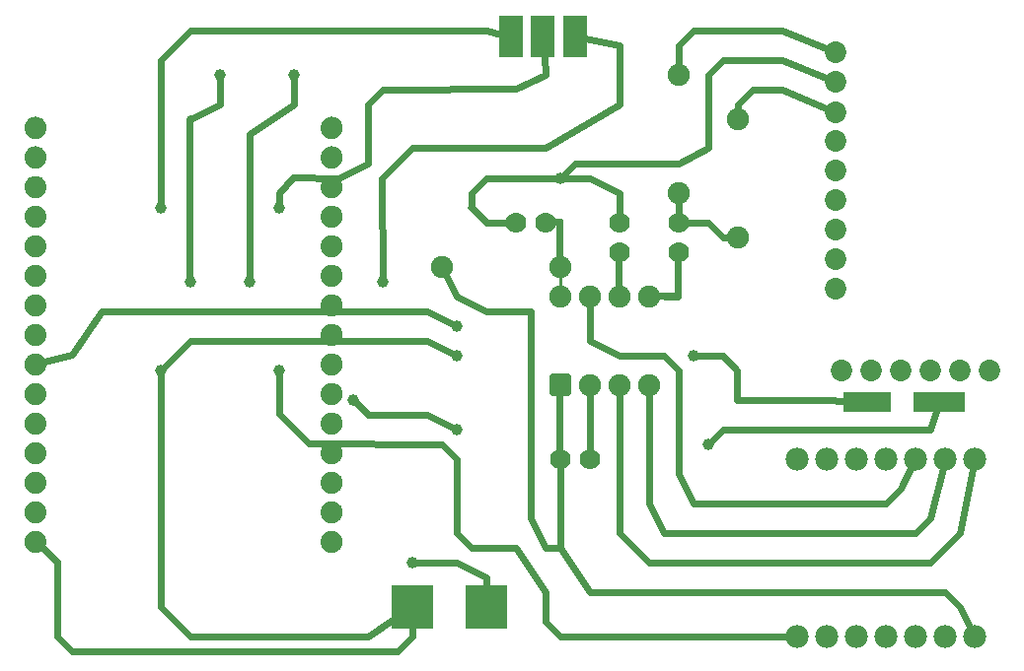
<source format=gtl>
G04 MADE WITH FRITZING*
G04 WWW.FRITZING.ORG*
G04 DOUBLE SIDED*
G04 HOLES PLATED*
G04 CONTOUR ON CENTER OF CONTOUR VECTOR*
%ASAXBY*%
%FSLAX23Y23*%
%MOIN*%
%OFA0B0*%
%SFA1.0B1.0*%
%ADD10C,0.039370*%
%ADD11C,0.074106*%
%ADD12C,0.075000*%
%ADD13C,0.070000*%
%ADD14C,0.078000*%
%ADD15C,0.072917*%
%ADD16R,0.078704X0.139814*%
%ADD17R,0.173333X0.067778*%
%ADD18R,0.144444X0.150000*%
%ADD19R,0.162222X0.067778*%
%ADD20C,0.024000*%
%ADD21C,0.011111*%
%ADD22C,0.020000*%
%ADD23R,0.001000X0.001000*%
%LNCOPPER1*%
G90*
G70*
G54D10*
X704Y1999D03*
X954Y1999D03*
X604Y1299D03*
X804Y1299D03*
G54D11*
X1082Y417D03*
X1082Y518D03*
X1082Y618D03*
X1082Y718D03*
X1082Y818D03*
X1082Y918D03*
X1082Y1018D03*
X1082Y1118D03*
X1082Y1219D03*
X1082Y1319D03*
X1082Y1419D03*
X1082Y1519D03*
X1082Y1619D03*
X1082Y1719D03*
X1082Y1819D03*
X81Y417D03*
X81Y518D03*
X81Y618D03*
X81Y718D03*
X81Y818D03*
X81Y918D03*
X81Y1018D03*
X81Y1118D03*
X81Y1219D03*
X81Y1319D03*
X81Y1419D03*
X81Y1519D03*
X81Y1619D03*
X81Y1719D03*
X81Y1819D03*
G54D12*
X1854Y949D03*
X1854Y1249D03*
X1954Y949D03*
X1954Y1249D03*
X2054Y949D03*
X2054Y1249D03*
X2154Y949D03*
X2154Y1249D03*
G54D13*
X1854Y699D03*
X1954Y699D03*
G54D12*
X1454Y1349D03*
X1854Y1349D03*
G54D13*
X1804Y1499D03*
X1704Y1499D03*
X2054Y1399D03*
X2054Y1499D03*
X2254Y1399D03*
X2254Y1499D03*
G54D10*
X1854Y1649D03*
G54D12*
X2254Y1999D03*
X2254Y1599D03*
X2454Y1849D03*
X2454Y1449D03*
G54D10*
X1504Y1149D03*
X504Y1549D03*
X504Y999D03*
X904Y1549D03*
X904Y999D03*
X1254Y1299D03*
X1354Y349D03*
X2304Y1049D03*
X2354Y749D03*
X1504Y799D03*
X1504Y1049D03*
X1154Y899D03*
G54D14*
X3254Y699D03*
X3154Y699D03*
X3054Y699D03*
X2954Y699D03*
X2854Y699D03*
X2754Y699D03*
X2654Y699D03*
X2654Y99D03*
X2754Y99D03*
X2854Y99D03*
X2954Y99D03*
X3054Y99D03*
X3154Y99D03*
X3254Y99D03*
G54D15*
X2785Y2074D03*
X2904Y999D03*
X2804Y999D03*
X3004Y999D03*
X3104Y999D03*
X3204Y999D03*
X3304Y999D03*
X2785Y1274D03*
X2785Y1374D03*
X2785Y1474D03*
X2785Y1574D03*
X2785Y1674D03*
X2785Y1774D03*
X2785Y1870D03*
X2785Y1974D03*
G54D16*
X1904Y2127D03*
X1796Y2127D03*
X1689Y2127D03*
G54D17*
X3134Y890D03*
G54D18*
X1604Y199D03*
G54D19*
X2890Y890D03*
G54D18*
X1354Y199D03*
G54D20*
X156Y351D02*
X94Y406D01*
D02*
X204Y1051D02*
X98Y1023D01*
D02*
X704Y1899D02*
X704Y1991D01*
D02*
X955Y1899D02*
X954Y1991D01*
D02*
X804Y1799D02*
X955Y1899D01*
D02*
X804Y1307D02*
X804Y1799D01*
D02*
X604Y1848D02*
X704Y1899D01*
D02*
X304Y1199D02*
X204Y1051D01*
G54D21*
D02*
X1854Y1331D02*
X1854Y1266D01*
G54D20*
D02*
X1954Y714D02*
X1954Y931D01*
D02*
X1554Y1599D02*
X1554Y1549D01*
D02*
X2204Y1049D02*
X2054Y1049D01*
D02*
X2054Y1049D02*
X1954Y1099D01*
D02*
X1954Y1099D02*
X1954Y1231D01*
D02*
X2254Y999D02*
X2204Y1049D01*
D02*
X2254Y649D02*
X2254Y999D01*
D02*
X2304Y549D02*
X2254Y649D01*
D02*
X2954Y549D02*
X2304Y549D01*
D02*
X3004Y599D02*
X2954Y549D01*
D02*
X3046Y682D02*
X3004Y599D01*
D02*
X1604Y1499D02*
X1689Y1499D01*
D02*
X1604Y1649D02*
X1554Y1599D01*
D02*
X1846Y1649D02*
X1604Y1649D01*
D02*
X2054Y1599D02*
X1954Y1649D01*
D02*
X2054Y1514D02*
X2054Y1599D01*
D02*
X1854Y399D02*
X1954Y249D01*
D02*
X1954Y249D02*
X3154Y249D01*
D02*
X3154Y249D02*
X3204Y199D01*
D02*
X3204Y199D02*
X3246Y116D01*
D02*
X1854Y499D02*
X1854Y399D01*
D02*
X1854Y684D02*
X1854Y499D01*
D02*
X2204Y449D02*
X2154Y549D01*
D02*
X2154Y549D02*
X2154Y931D01*
D02*
X3054Y449D02*
X2204Y449D01*
D02*
X3104Y499D02*
X3054Y449D01*
D02*
X3150Y681D02*
X3104Y499D01*
D02*
X2154Y349D02*
X2054Y449D01*
D02*
X2054Y449D02*
X2054Y931D01*
D02*
X3104Y349D02*
X2154Y349D01*
D02*
X3204Y449D02*
X3104Y349D01*
D02*
X3251Y681D02*
X3204Y449D01*
D02*
X2254Y2099D02*
X2254Y2016D01*
D02*
X2304Y2149D02*
X2254Y2099D01*
D02*
X2604Y2149D02*
X2304Y2149D01*
D02*
X2767Y2081D02*
X2604Y2149D01*
D02*
X2404Y1448D02*
X2354Y1499D01*
D02*
X2354Y1499D02*
X2269Y1499D01*
D02*
X2437Y1449D02*
X2404Y1448D01*
D02*
X2254Y1581D02*
X2254Y1514D01*
D02*
X1954Y1649D02*
X1862Y1649D01*
D02*
X1604Y1199D02*
X1504Y1248D01*
D02*
X1504Y1248D02*
X1462Y1333D01*
D02*
X1755Y499D02*
X1755Y1199D01*
D02*
X1804Y399D02*
X1755Y499D01*
D02*
X1755Y1199D02*
X1604Y1199D01*
D02*
X1854Y399D02*
X1804Y399D01*
D02*
X1404Y1199D02*
X304Y1199D01*
D02*
X1497Y1152D02*
X1404Y1199D01*
D02*
X1904Y1699D02*
X2254Y1699D01*
D02*
X2254Y1699D02*
X2354Y1750D01*
D02*
X2354Y1750D02*
X2355Y1999D01*
D02*
X2355Y1999D02*
X2404Y2049D01*
D02*
X1860Y1654D02*
X1904Y1699D01*
D02*
X2404Y2049D02*
X2604Y2049D01*
D02*
X2604Y2049D02*
X2767Y1981D01*
D02*
X2604Y1949D02*
X2504Y1949D01*
D02*
X2504Y1949D02*
X2454Y1899D01*
D02*
X2454Y1899D02*
X2454Y1866D01*
D02*
X2767Y1877D02*
X2604Y1949D01*
D02*
X904Y1599D02*
X904Y1557D01*
D02*
X1104Y1649D02*
X952Y1651D01*
D02*
X1204Y1699D02*
X1104Y1649D01*
D02*
X952Y1651D02*
X904Y1599D01*
D02*
X1204Y1899D02*
X1204Y1699D01*
D02*
X1256Y1947D02*
X1204Y1899D01*
D02*
X1704Y1951D02*
X1256Y1947D01*
D02*
X1804Y1999D02*
X1704Y1951D01*
D02*
X1800Y2062D02*
X1804Y1999D01*
D02*
X504Y2047D02*
X604Y2147D01*
D02*
X604Y2147D02*
X1604Y2147D01*
D02*
X1604Y2147D02*
X1656Y2135D01*
D02*
X504Y1557D02*
X504Y2047D01*
D02*
X204Y47D02*
X156Y99D01*
D02*
X156Y99D02*
X156Y351D01*
D02*
X1304Y48D02*
X204Y47D01*
D02*
X1355Y99D02*
X1304Y48D01*
D02*
X1355Y129D02*
X1355Y99D01*
D02*
X1604Y299D02*
X1504Y347D01*
D02*
X1504Y347D02*
X1362Y349D01*
D02*
X1604Y268D02*
X1604Y299D01*
D02*
X1253Y1648D02*
X1355Y1750D01*
D02*
X1804Y1750D02*
X2055Y1899D01*
D02*
X1355Y1750D02*
X1804Y1750D01*
D02*
X2055Y1899D02*
X2056Y2099D01*
D02*
X2056Y2099D02*
X1938Y2120D01*
D02*
X1254Y1307D02*
X1253Y1648D01*
D02*
X1204Y99D02*
X1288Y154D01*
D02*
X604Y99D02*
X1204Y99D01*
D02*
X504Y199D02*
X604Y99D01*
D02*
X504Y991D02*
X504Y199D01*
D02*
X1854Y99D02*
X2504Y99D01*
D02*
X2504Y99D02*
X2635Y99D01*
D02*
X1554Y399D02*
X1704Y399D01*
D02*
X1804Y247D02*
X1804Y149D01*
D02*
X1804Y149D02*
X1854Y99D01*
D02*
X1704Y399D02*
X1804Y247D01*
D02*
X1504Y449D02*
X1554Y399D01*
D02*
X1504Y699D02*
X1504Y449D01*
D02*
X1454Y749D02*
X1504Y699D01*
D02*
X1004Y751D02*
X1454Y749D01*
D02*
X904Y851D02*
X1004Y751D01*
D02*
X904Y991D02*
X904Y851D01*
D02*
X1204Y849D02*
X1404Y849D01*
D02*
X1404Y849D02*
X1497Y802D01*
D02*
X1160Y893D02*
X1204Y849D01*
D02*
X2404Y799D02*
X3104Y799D01*
D02*
X3104Y799D02*
X3125Y862D01*
D02*
X2360Y754D02*
X2404Y799D01*
D02*
X2754Y897D02*
X2814Y894D01*
D02*
X2705Y897D02*
X2754Y897D01*
D02*
X2453Y897D02*
X2705Y897D01*
D02*
X2453Y999D02*
X2453Y897D01*
D02*
X2404Y1048D02*
X2453Y999D01*
D02*
X2312Y1049D02*
X2404Y1048D01*
D02*
X1404Y1099D02*
X1497Y1052D01*
D02*
X604Y1099D02*
X1404Y1099D01*
D02*
X510Y1004D02*
X604Y1099D01*
G54D22*
X1827Y976D02*
X1882Y976D01*
X1882Y921D01*
X1827Y921D01*
X1827Y976D01*
D02*
G54D23*
X601Y1859D02*
X608Y1859D01*
X599Y1858D02*
X610Y1858D01*
X598Y1857D02*
X612Y1857D01*
X78Y1856D02*
X85Y1856D01*
X597Y1856D02*
X613Y1856D01*
X1079Y1856D02*
X1086Y1856D01*
X73Y1855D02*
X90Y1855D01*
X596Y1855D02*
X614Y1855D01*
X1074Y1855D02*
X1091Y1855D01*
X70Y1854D02*
X93Y1854D01*
X595Y1854D02*
X614Y1854D01*
X1071Y1854D02*
X1095Y1854D01*
X67Y1853D02*
X96Y1853D01*
X595Y1853D02*
X615Y1853D01*
X1068Y1853D02*
X1097Y1853D01*
X65Y1852D02*
X98Y1852D01*
X594Y1852D02*
X615Y1852D01*
X1066Y1852D02*
X1099Y1852D01*
X63Y1851D02*
X100Y1851D01*
X594Y1851D02*
X616Y1851D01*
X1065Y1851D02*
X1101Y1851D01*
X62Y1850D02*
X101Y1850D01*
X593Y1850D02*
X616Y1850D01*
X1063Y1850D02*
X1103Y1850D01*
X60Y1849D02*
X103Y1849D01*
X593Y1849D02*
X616Y1849D01*
X1061Y1849D02*
X1104Y1849D01*
X59Y1848D02*
X104Y1848D01*
X593Y1848D02*
X616Y1848D01*
X1060Y1848D02*
X1106Y1848D01*
X58Y1847D02*
X105Y1847D01*
X593Y1847D02*
X616Y1847D01*
X1059Y1847D02*
X1107Y1847D01*
X56Y1846D02*
X107Y1846D01*
X593Y1846D02*
X616Y1846D01*
X1058Y1846D02*
X1108Y1846D01*
X55Y1845D02*
X108Y1845D01*
X593Y1845D02*
X616Y1845D01*
X1057Y1845D02*
X1109Y1845D01*
X54Y1844D02*
X108Y1844D01*
X593Y1844D02*
X616Y1844D01*
X1056Y1844D02*
X1110Y1844D01*
X54Y1843D02*
X109Y1843D01*
X593Y1843D02*
X616Y1843D01*
X1055Y1843D02*
X1111Y1843D01*
X53Y1842D02*
X110Y1842D01*
X593Y1842D02*
X616Y1842D01*
X1054Y1842D02*
X1111Y1842D01*
X52Y1841D02*
X111Y1841D01*
X593Y1841D02*
X616Y1841D01*
X1053Y1841D02*
X1112Y1841D01*
X51Y1840D02*
X112Y1840D01*
X593Y1840D02*
X616Y1840D01*
X1053Y1840D02*
X1113Y1840D01*
X51Y1839D02*
X112Y1839D01*
X593Y1839D02*
X616Y1839D01*
X1052Y1839D02*
X1113Y1839D01*
X50Y1838D02*
X113Y1838D01*
X593Y1838D02*
X616Y1838D01*
X1052Y1838D02*
X1114Y1838D01*
X50Y1837D02*
X113Y1837D01*
X593Y1837D02*
X616Y1837D01*
X1051Y1837D02*
X1115Y1837D01*
X49Y1836D02*
X76Y1836D01*
X87Y1836D02*
X114Y1836D01*
X593Y1836D02*
X616Y1836D01*
X1050Y1836D02*
X1077Y1836D01*
X1089Y1836D02*
X1115Y1836D01*
X49Y1835D02*
X73Y1835D01*
X90Y1835D02*
X114Y1835D01*
X593Y1835D02*
X616Y1835D01*
X1050Y1835D02*
X1074Y1835D01*
X1091Y1835D02*
X1116Y1835D01*
X48Y1834D02*
X71Y1834D01*
X92Y1834D02*
X115Y1834D01*
X593Y1834D02*
X616Y1834D01*
X1050Y1834D02*
X1073Y1834D01*
X1093Y1834D02*
X1116Y1834D01*
X48Y1833D02*
X70Y1833D01*
X93Y1833D02*
X115Y1833D01*
X593Y1833D02*
X616Y1833D01*
X1049Y1833D02*
X1071Y1833D01*
X1094Y1833D02*
X1116Y1833D01*
X47Y1832D02*
X69Y1832D01*
X94Y1832D02*
X116Y1832D01*
X593Y1832D02*
X616Y1832D01*
X1049Y1832D02*
X1070Y1832D01*
X1095Y1832D02*
X1117Y1832D01*
X47Y1831D02*
X68Y1831D01*
X95Y1831D02*
X116Y1831D01*
X593Y1831D02*
X616Y1831D01*
X1048Y1831D02*
X1069Y1831D01*
X1096Y1831D02*
X1117Y1831D01*
X47Y1830D02*
X67Y1830D01*
X96Y1830D02*
X116Y1830D01*
X593Y1830D02*
X616Y1830D01*
X1048Y1830D02*
X1068Y1830D01*
X1097Y1830D02*
X1118Y1830D01*
X46Y1829D02*
X66Y1829D01*
X97Y1829D02*
X117Y1829D01*
X593Y1829D02*
X616Y1829D01*
X1048Y1829D02*
X1068Y1829D01*
X1098Y1829D02*
X1118Y1829D01*
X46Y1828D02*
X66Y1828D01*
X97Y1828D02*
X117Y1828D01*
X593Y1828D02*
X616Y1828D01*
X1047Y1828D02*
X1067Y1828D01*
X1099Y1828D02*
X1118Y1828D01*
X46Y1827D02*
X65Y1827D01*
X98Y1827D02*
X117Y1827D01*
X593Y1827D02*
X616Y1827D01*
X1047Y1827D02*
X1066Y1827D01*
X1099Y1827D02*
X1118Y1827D01*
X46Y1826D02*
X65Y1826D01*
X98Y1826D02*
X117Y1826D01*
X593Y1826D02*
X616Y1826D01*
X1047Y1826D02*
X1066Y1826D01*
X1100Y1826D02*
X1119Y1826D01*
X46Y1825D02*
X64Y1825D01*
X99Y1825D02*
X117Y1825D01*
X593Y1825D02*
X616Y1825D01*
X1047Y1825D02*
X1066Y1825D01*
X1100Y1825D02*
X1119Y1825D01*
X45Y1824D02*
X64Y1824D01*
X99Y1824D02*
X118Y1824D01*
X593Y1824D02*
X616Y1824D01*
X1047Y1824D02*
X1065Y1824D01*
X1100Y1824D02*
X1119Y1824D01*
X45Y1823D02*
X64Y1823D01*
X99Y1823D02*
X118Y1823D01*
X593Y1823D02*
X616Y1823D01*
X1046Y1823D02*
X1065Y1823D01*
X1100Y1823D02*
X1119Y1823D01*
X45Y1822D02*
X64Y1822D01*
X99Y1822D02*
X118Y1822D01*
X593Y1822D02*
X616Y1822D01*
X1046Y1822D02*
X1065Y1822D01*
X1101Y1822D02*
X1119Y1822D01*
X45Y1821D02*
X64Y1821D01*
X99Y1821D02*
X118Y1821D01*
X593Y1821D02*
X616Y1821D01*
X1046Y1821D02*
X1065Y1821D01*
X1101Y1821D02*
X1119Y1821D01*
X45Y1820D02*
X64Y1820D01*
X99Y1820D02*
X118Y1820D01*
X593Y1820D02*
X616Y1820D01*
X1046Y1820D02*
X1065Y1820D01*
X1101Y1820D02*
X1119Y1820D01*
X45Y1819D02*
X63Y1819D01*
X99Y1819D02*
X118Y1819D01*
X593Y1819D02*
X616Y1819D01*
X1046Y1819D02*
X1065Y1819D01*
X1101Y1819D02*
X1119Y1819D01*
X45Y1818D02*
X64Y1818D01*
X99Y1818D02*
X118Y1818D01*
X593Y1818D02*
X616Y1818D01*
X1046Y1818D02*
X1065Y1818D01*
X1101Y1818D02*
X1119Y1818D01*
X45Y1817D02*
X64Y1817D01*
X99Y1817D02*
X118Y1817D01*
X593Y1817D02*
X616Y1817D01*
X1046Y1817D02*
X1065Y1817D01*
X1101Y1817D02*
X1119Y1817D01*
X45Y1816D02*
X64Y1816D01*
X99Y1816D02*
X118Y1816D01*
X593Y1816D02*
X616Y1816D01*
X1046Y1816D02*
X1065Y1816D01*
X1101Y1816D02*
X1119Y1816D01*
X45Y1815D02*
X64Y1815D01*
X99Y1815D02*
X118Y1815D01*
X593Y1815D02*
X616Y1815D01*
X1047Y1815D02*
X1065Y1815D01*
X1100Y1815D02*
X1119Y1815D01*
X45Y1814D02*
X64Y1814D01*
X99Y1814D02*
X118Y1814D01*
X593Y1814D02*
X616Y1814D01*
X1047Y1814D02*
X1065Y1814D01*
X1100Y1814D02*
X1119Y1814D01*
X46Y1813D02*
X64Y1813D01*
X98Y1813D02*
X117Y1813D01*
X593Y1813D02*
X616Y1813D01*
X1047Y1813D02*
X1066Y1813D01*
X1100Y1813D02*
X1119Y1813D01*
X46Y1812D02*
X65Y1812D01*
X98Y1812D02*
X117Y1812D01*
X593Y1812D02*
X616Y1812D01*
X1047Y1812D02*
X1066Y1812D01*
X1099Y1812D02*
X1119Y1812D01*
X46Y1811D02*
X65Y1811D01*
X98Y1811D02*
X117Y1811D01*
X593Y1811D02*
X616Y1811D01*
X1047Y1811D02*
X1067Y1811D01*
X1099Y1811D02*
X1118Y1811D01*
X46Y1810D02*
X66Y1810D01*
X97Y1810D02*
X117Y1810D01*
X593Y1810D02*
X616Y1810D01*
X1048Y1810D02*
X1067Y1810D01*
X1098Y1810D02*
X1118Y1810D01*
X47Y1809D02*
X67Y1809D01*
X96Y1809D02*
X116Y1809D01*
X593Y1809D02*
X616Y1809D01*
X1048Y1809D02*
X1068Y1809D01*
X1098Y1809D02*
X1118Y1809D01*
X47Y1808D02*
X68Y1808D01*
X95Y1808D02*
X116Y1808D01*
X593Y1808D02*
X616Y1808D01*
X1048Y1808D02*
X1069Y1808D01*
X1097Y1808D02*
X1117Y1808D01*
X47Y1807D02*
X69Y1807D01*
X94Y1807D02*
X116Y1807D01*
X593Y1807D02*
X616Y1807D01*
X1049Y1807D02*
X1070Y1807D01*
X1096Y1807D02*
X1117Y1807D01*
X48Y1806D02*
X70Y1806D01*
X93Y1806D02*
X115Y1806D01*
X593Y1806D02*
X616Y1806D01*
X1049Y1806D02*
X1071Y1806D01*
X1095Y1806D02*
X1117Y1806D01*
X48Y1805D02*
X71Y1805D01*
X92Y1805D02*
X115Y1805D01*
X593Y1805D02*
X616Y1805D01*
X1049Y1805D02*
X1072Y1805D01*
X1094Y1805D02*
X1116Y1805D01*
X48Y1804D02*
X72Y1804D01*
X91Y1804D02*
X115Y1804D01*
X593Y1804D02*
X616Y1804D01*
X1050Y1804D02*
X1074Y1804D01*
X1092Y1804D02*
X1116Y1804D01*
X49Y1803D02*
X74Y1803D01*
X89Y1803D02*
X114Y1803D01*
X593Y1803D02*
X616Y1803D01*
X1050Y1803D02*
X1075Y1803D01*
X1090Y1803D02*
X1115Y1803D01*
X49Y1802D02*
X78Y1802D01*
X85Y1802D02*
X114Y1802D01*
X593Y1802D02*
X616Y1802D01*
X1051Y1802D02*
X1079Y1802D01*
X1087Y1802D02*
X1115Y1802D01*
X50Y1801D02*
X113Y1801D01*
X593Y1801D02*
X616Y1801D01*
X1051Y1801D02*
X1114Y1801D01*
X51Y1800D02*
X112Y1800D01*
X593Y1800D02*
X616Y1800D01*
X1052Y1800D02*
X1114Y1800D01*
X51Y1799D02*
X112Y1799D01*
X593Y1799D02*
X616Y1799D01*
X1052Y1799D02*
X1113Y1799D01*
X52Y1798D02*
X111Y1798D01*
X593Y1798D02*
X616Y1798D01*
X1053Y1798D02*
X1112Y1798D01*
X53Y1797D02*
X110Y1797D01*
X593Y1797D02*
X616Y1797D01*
X1054Y1797D02*
X1112Y1797D01*
X53Y1796D02*
X110Y1796D01*
X593Y1796D02*
X616Y1796D01*
X1055Y1796D02*
X1111Y1796D01*
X54Y1795D02*
X109Y1795D01*
X593Y1795D02*
X616Y1795D01*
X1055Y1795D02*
X1110Y1795D01*
X55Y1794D02*
X108Y1794D01*
X593Y1794D02*
X616Y1794D01*
X1056Y1794D02*
X1109Y1794D01*
X56Y1793D02*
X107Y1793D01*
X593Y1793D02*
X616Y1793D01*
X1057Y1793D02*
X1108Y1793D01*
X57Y1792D02*
X106Y1792D01*
X593Y1792D02*
X616Y1792D01*
X1058Y1792D02*
X1107Y1792D01*
X58Y1791D02*
X105Y1791D01*
X593Y1791D02*
X616Y1791D01*
X1059Y1791D02*
X1106Y1791D01*
X59Y1790D02*
X104Y1790D01*
X593Y1790D02*
X616Y1790D01*
X1061Y1790D02*
X1105Y1790D01*
X61Y1789D02*
X102Y1789D01*
X593Y1789D02*
X616Y1789D01*
X1062Y1789D02*
X1103Y1789D01*
X62Y1788D02*
X101Y1788D01*
X593Y1788D02*
X616Y1788D01*
X1064Y1788D02*
X1102Y1788D01*
X64Y1787D02*
X99Y1787D01*
X593Y1787D02*
X616Y1787D01*
X1065Y1787D02*
X1100Y1787D01*
X66Y1786D02*
X97Y1786D01*
X593Y1786D02*
X616Y1786D01*
X1067Y1786D02*
X1098Y1786D01*
X68Y1785D02*
X95Y1785D01*
X593Y1785D02*
X616Y1785D01*
X1070Y1785D02*
X1096Y1785D01*
X71Y1784D02*
X92Y1784D01*
X593Y1784D02*
X616Y1784D01*
X1072Y1784D02*
X1093Y1784D01*
X75Y1783D02*
X88Y1783D01*
X593Y1783D02*
X616Y1783D01*
X1076Y1783D02*
X1089Y1783D01*
X593Y1782D02*
X616Y1782D01*
X593Y1781D02*
X616Y1781D01*
X593Y1780D02*
X616Y1780D01*
X593Y1779D02*
X616Y1779D01*
X593Y1778D02*
X616Y1778D01*
X593Y1777D02*
X616Y1777D01*
X593Y1776D02*
X616Y1776D01*
X593Y1775D02*
X616Y1775D01*
X593Y1774D02*
X616Y1774D01*
X593Y1773D02*
X616Y1773D01*
X593Y1772D02*
X616Y1772D01*
X593Y1771D02*
X616Y1771D01*
X593Y1770D02*
X616Y1770D01*
X593Y1769D02*
X616Y1769D01*
X593Y1768D02*
X616Y1768D01*
X593Y1767D02*
X616Y1767D01*
X593Y1766D02*
X616Y1766D01*
X593Y1765D02*
X616Y1765D01*
X593Y1764D02*
X616Y1764D01*
X593Y1763D02*
X616Y1763D01*
X593Y1762D02*
X616Y1762D01*
X593Y1761D02*
X616Y1761D01*
X593Y1760D02*
X616Y1760D01*
X593Y1759D02*
X616Y1759D01*
X593Y1758D02*
X616Y1758D01*
X593Y1757D02*
X616Y1757D01*
X79Y1756D02*
X84Y1756D01*
X593Y1756D02*
X616Y1756D01*
X1080Y1756D02*
X1085Y1756D01*
X73Y1755D02*
X90Y1755D01*
X593Y1755D02*
X616Y1755D01*
X1075Y1755D02*
X1091Y1755D01*
X70Y1754D02*
X93Y1754D01*
X593Y1754D02*
X616Y1754D01*
X1071Y1754D02*
X1094Y1754D01*
X67Y1753D02*
X96Y1753D01*
X593Y1753D02*
X616Y1753D01*
X1069Y1753D02*
X1097Y1753D01*
X65Y1752D02*
X98Y1752D01*
X593Y1752D02*
X616Y1752D01*
X1067Y1752D02*
X1099Y1752D01*
X63Y1751D02*
X100Y1751D01*
X593Y1751D02*
X616Y1751D01*
X1065Y1751D02*
X1101Y1751D01*
X62Y1750D02*
X101Y1750D01*
X593Y1750D02*
X616Y1750D01*
X1063Y1750D02*
X1103Y1750D01*
X60Y1749D02*
X103Y1749D01*
X593Y1749D02*
X616Y1749D01*
X1062Y1749D02*
X1104Y1749D01*
X59Y1748D02*
X104Y1748D01*
X593Y1748D02*
X616Y1748D01*
X1060Y1748D02*
X1105Y1748D01*
X58Y1747D02*
X105Y1747D01*
X593Y1747D02*
X616Y1747D01*
X1059Y1747D02*
X1107Y1747D01*
X57Y1746D02*
X106Y1746D01*
X593Y1746D02*
X616Y1746D01*
X1058Y1746D02*
X1108Y1746D01*
X55Y1745D02*
X107Y1745D01*
X593Y1745D02*
X616Y1745D01*
X1057Y1745D02*
X1109Y1745D01*
X55Y1744D02*
X108Y1744D01*
X593Y1744D02*
X616Y1744D01*
X1056Y1744D02*
X1110Y1744D01*
X54Y1743D02*
X109Y1743D01*
X593Y1743D02*
X616Y1743D01*
X1055Y1743D02*
X1111Y1743D01*
X53Y1742D02*
X110Y1742D01*
X593Y1742D02*
X616Y1742D01*
X1054Y1742D02*
X1111Y1742D01*
X52Y1741D02*
X111Y1741D01*
X593Y1741D02*
X616Y1741D01*
X1054Y1741D02*
X1112Y1741D01*
X52Y1740D02*
X111Y1740D01*
X593Y1740D02*
X616Y1740D01*
X1053Y1740D02*
X1113Y1740D01*
X51Y1739D02*
X112Y1739D01*
X593Y1739D02*
X616Y1739D01*
X1052Y1739D02*
X1113Y1739D01*
X50Y1738D02*
X113Y1738D01*
X593Y1738D02*
X616Y1738D01*
X1052Y1738D02*
X1114Y1738D01*
X50Y1737D02*
X113Y1737D01*
X593Y1737D02*
X616Y1737D01*
X1051Y1737D02*
X1115Y1737D01*
X49Y1736D02*
X76Y1736D01*
X87Y1736D02*
X114Y1736D01*
X593Y1736D02*
X616Y1736D01*
X1051Y1736D02*
X1077Y1736D01*
X1088Y1736D02*
X1115Y1736D01*
X49Y1735D02*
X73Y1735D01*
X90Y1735D02*
X114Y1735D01*
X593Y1735D02*
X616Y1735D01*
X1050Y1735D02*
X1075Y1735D01*
X1091Y1735D02*
X1116Y1735D01*
X48Y1734D02*
X72Y1734D01*
X91Y1734D02*
X115Y1734D01*
X593Y1734D02*
X616Y1734D01*
X1050Y1734D02*
X1073Y1734D01*
X1093Y1734D02*
X1116Y1734D01*
X48Y1733D02*
X70Y1733D01*
X93Y1733D02*
X115Y1733D01*
X593Y1733D02*
X616Y1733D01*
X1049Y1733D02*
X1072Y1733D01*
X1094Y1733D02*
X1116Y1733D01*
X47Y1732D02*
X69Y1732D01*
X94Y1732D02*
X116Y1732D01*
X593Y1732D02*
X616Y1732D01*
X1049Y1732D02*
X1070Y1732D01*
X1095Y1732D02*
X1117Y1732D01*
X47Y1731D02*
X68Y1731D01*
X95Y1731D02*
X116Y1731D01*
X593Y1731D02*
X616Y1731D01*
X1048Y1731D02*
X1069Y1731D01*
X1096Y1731D02*
X1117Y1731D01*
X47Y1730D02*
X67Y1730D01*
X96Y1730D02*
X116Y1730D01*
X593Y1730D02*
X616Y1730D01*
X1048Y1730D02*
X1069Y1730D01*
X1097Y1730D02*
X1118Y1730D01*
X46Y1729D02*
X66Y1729D01*
X97Y1729D02*
X117Y1729D01*
X593Y1729D02*
X616Y1729D01*
X1048Y1729D02*
X1068Y1729D01*
X1098Y1729D02*
X1118Y1729D01*
X46Y1728D02*
X66Y1728D01*
X97Y1728D02*
X117Y1728D01*
X593Y1728D02*
X616Y1728D01*
X1047Y1728D02*
X1067Y1728D01*
X1098Y1728D02*
X1118Y1728D01*
X46Y1727D02*
X65Y1727D01*
X98Y1727D02*
X117Y1727D01*
X593Y1727D02*
X616Y1727D01*
X1047Y1727D02*
X1067Y1727D01*
X1099Y1727D02*
X1118Y1727D01*
X46Y1726D02*
X65Y1726D01*
X98Y1726D02*
X117Y1726D01*
X593Y1726D02*
X616Y1726D01*
X1047Y1726D02*
X1066Y1726D01*
X1100Y1726D02*
X1119Y1726D01*
X46Y1725D02*
X64Y1725D01*
X99Y1725D02*
X117Y1725D01*
X593Y1725D02*
X616Y1725D01*
X1047Y1725D02*
X1066Y1725D01*
X1100Y1725D02*
X1119Y1725D01*
X45Y1724D02*
X64Y1724D01*
X99Y1724D02*
X118Y1724D01*
X593Y1724D02*
X616Y1724D01*
X1047Y1724D02*
X1065Y1724D01*
X1100Y1724D02*
X1119Y1724D01*
X45Y1723D02*
X64Y1723D01*
X99Y1723D02*
X118Y1723D01*
X593Y1723D02*
X616Y1723D01*
X1046Y1723D02*
X1065Y1723D01*
X1100Y1723D02*
X1119Y1723D01*
X45Y1722D02*
X64Y1722D01*
X99Y1722D02*
X118Y1722D01*
X593Y1722D02*
X616Y1722D01*
X1046Y1722D02*
X1065Y1722D01*
X1101Y1722D02*
X1119Y1722D01*
X45Y1721D02*
X64Y1721D01*
X99Y1721D02*
X118Y1721D01*
X593Y1721D02*
X616Y1721D01*
X1046Y1721D02*
X1065Y1721D01*
X1101Y1721D02*
X1119Y1721D01*
X45Y1720D02*
X64Y1720D01*
X99Y1720D02*
X118Y1720D01*
X593Y1720D02*
X616Y1720D01*
X1046Y1720D02*
X1065Y1720D01*
X1101Y1720D02*
X1119Y1720D01*
X45Y1719D02*
X63Y1719D01*
X99Y1719D02*
X118Y1719D01*
X593Y1719D02*
X616Y1719D01*
X1046Y1719D02*
X1065Y1719D01*
X1101Y1719D02*
X1119Y1719D01*
X45Y1718D02*
X64Y1718D01*
X99Y1718D02*
X118Y1718D01*
X593Y1718D02*
X616Y1718D01*
X1046Y1718D02*
X1065Y1718D01*
X1101Y1718D02*
X1119Y1718D01*
X45Y1717D02*
X64Y1717D01*
X99Y1717D02*
X118Y1717D01*
X593Y1717D02*
X616Y1717D01*
X1046Y1717D02*
X1065Y1717D01*
X1101Y1717D02*
X1119Y1717D01*
X45Y1716D02*
X64Y1716D01*
X99Y1716D02*
X118Y1716D01*
X593Y1716D02*
X616Y1716D01*
X1046Y1716D02*
X1065Y1716D01*
X1101Y1716D02*
X1119Y1716D01*
X45Y1715D02*
X64Y1715D01*
X99Y1715D02*
X118Y1715D01*
X593Y1715D02*
X616Y1715D01*
X1047Y1715D02*
X1065Y1715D01*
X1100Y1715D02*
X1119Y1715D01*
X45Y1714D02*
X64Y1714D01*
X99Y1714D02*
X118Y1714D01*
X593Y1714D02*
X616Y1714D01*
X1047Y1714D02*
X1065Y1714D01*
X1100Y1714D02*
X1119Y1714D01*
X46Y1713D02*
X64Y1713D01*
X99Y1713D02*
X117Y1713D01*
X593Y1713D02*
X616Y1713D01*
X1047Y1713D02*
X1066Y1713D01*
X1100Y1713D02*
X1119Y1713D01*
X46Y1712D02*
X65Y1712D01*
X98Y1712D02*
X117Y1712D01*
X593Y1712D02*
X616Y1712D01*
X1047Y1712D02*
X1066Y1712D01*
X1099Y1712D02*
X1119Y1712D01*
X46Y1711D02*
X65Y1711D01*
X98Y1711D02*
X117Y1711D01*
X593Y1711D02*
X616Y1711D01*
X1047Y1711D02*
X1067Y1711D01*
X1099Y1711D02*
X1118Y1711D01*
X46Y1710D02*
X66Y1710D01*
X97Y1710D02*
X117Y1710D01*
X593Y1710D02*
X616Y1710D01*
X1048Y1710D02*
X1067Y1710D01*
X1098Y1710D02*
X1118Y1710D01*
X47Y1709D02*
X67Y1709D01*
X96Y1709D02*
X116Y1709D01*
X593Y1709D02*
X616Y1709D01*
X1048Y1709D02*
X1068Y1709D01*
X1098Y1709D02*
X1118Y1709D01*
X47Y1708D02*
X68Y1708D01*
X95Y1708D02*
X116Y1708D01*
X593Y1708D02*
X616Y1708D01*
X1048Y1708D02*
X1069Y1708D01*
X1097Y1708D02*
X1117Y1708D01*
X47Y1707D02*
X68Y1707D01*
X95Y1707D02*
X116Y1707D01*
X593Y1707D02*
X616Y1707D01*
X1049Y1707D02*
X1070Y1707D01*
X1096Y1707D02*
X1117Y1707D01*
X48Y1706D02*
X69Y1706D01*
X94Y1706D02*
X115Y1706D01*
X593Y1706D02*
X616Y1706D01*
X1049Y1706D02*
X1071Y1706D01*
X1095Y1706D02*
X1117Y1706D01*
X48Y1705D02*
X71Y1705D01*
X92Y1705D02*
X115Y1705D01*
X593Y1705D02*
X616Y1705D01*
X1049Y1705D02*
X1072Y1705D01*
X1094Y1705D02*
X1116Y1705D01*
X48Y1704D02*
X72Y1704D01*
X91Y1704D02*
X115Y1704D01*
X593Y1704D02*
X616Y1704D01*
X1050Y1704D02*
X1073Y1704D01*
X1092Y1704D02*
X1116Y1704D01*
X49Y1703D02*
X74Y1703D01*
X89Y1703D02*
X114Y1703D01*
X593Y1703D02*
X616Y1703D01*
X1050Y1703D02*
X1075Y1703D01*
X1090Y1703D02*
X1115Y1703D01*
X49Y1702D02*
X77Y1702D01*
X86Y1702D02*
X114Y1702D01*
X593Y1702D02*
X616Y1702D01*
X1051Y1702D02*
X1078Y1702D01*
X1087Y1702D02*
X1115Y1702D01*
X50Y1701D02*
X113Y1701D01*
X593Y1701D02*
X616Y1701D01*
X1051Y1701D02*
X1114Y1701D01*
X50Y1700D02*
X113Y1700D01*
X593Y1700D02*
X616Y1700D01*
X1052Y1700D02*
X1114Y1700D01*
X51Y1699D02*
X112Y1699D01*
X593Y1699D02*
X616Y1699D01*
X1052Y1699D02*
X1113Y1699D01*
X52Y1698D02*
X111Y1698D01*
X593Y1698D02*
X616Y1698D01*
X1053Y1698D02*
X1113Y1698D01*
X52Y1697D02*
X111Y1697D01*
X593Y1697D02*
X616Y1697D01*
X1054Y1697D02*
X1112Y1697D01*
X53Y1696D02*
X110Y1696D01*
X593Y1696D02*
X616Y1696D01*
X1054Y1696D02*
X1111Y1696D01*
X54Y1695D02*
X109Y1695D01*
X593Y1695D02*
X616Y1695D01*
X1055Y1695D02*
X1110Y1695D01*
X55Y1694D02*
X108Y1694D01*
X593Y1694D02*
X616Y1694D01*
X1056Y1694D02*
X1109Y1694D01*
X56Y1693D02*
X107Y1693D01*
X593Y1693D02*
X616Y1693D01*
X1057Y1693D02*
X1109Y1693D01*
X57Y1692D02*
X106Y1692D01*
X593Y1692D02*
X616Y1692D01*
X1058Y1692D02*
X1107Y1692D01*
X58Y1691D02*
X105Y1691D01*
X593Y1691D02*
X616Y1691D01*
X1059Y1691D02*
X1106Y1691D01*
X59Y1690D02*
X104Y1690D01*
X593Y1690D02*
X616Y1690D01*
X1061Y1690D02*
X1105Y1690D01*
X61Y1689D02*
X102Y1689D01*
X593Y1689D02*
X616Y1689D01*
X1062Y1689D02*
X1104Y1689D01*
X62Y1688D02*
X101Y1688D01*
X593Y1688D02*
X616Y1688D01*
X1064Y1688D02*
X1102Y1688D01*
X64Y1687D02*
X99Y1687D01*
X593Y1687D02*
X616Y1687D01*
X1065Y1687D02*
X1100Y1687D01*
X66Y1686D02*
X97Y1686D01*
X593Y1686D02*
X616Y1686D01*
X1067Y1686D02*
X1098Y1686D01*
X68Y1685D02*
X95Y1685D01*
X593Y1685D02*
X616Y1685D01*
X1069Y1685D02*
X1096Y1685D01*
X71Y1684D02*
X92Y1684D01*
X593Y1684D02*
X616Y1684D01*
X1072Y1684D02*
X1093Y1684D01*
X74Y1683D02*
X89Y1683D01*
X593Y1683D02*
X616Y1683D01*
X1076Y1683D02*
X1090Y1683D01*
X593Y1682D02*
X616Y1682D01*
X593Y1681D02*
X616Y1681D01*
X593Y1680D02*
X616Y1680D01*
X593Y1679D02*
X616Y1679D01*
X593Y1678D02*
X616Y1678D01*
X593Y1677D02*
X616Y1677D01*
X593Y1676D02*
X616Y1676D01*
X593Y1675D02*
X616Y1675D01*
X593Y1674D02*
X616Y1674D01*
X593Y1673D02*
X616Y1673D01*
X593Y1672D02*
X616Y1672D01*
X593Y1671D02*
X616Y1671D01*
X593Y1670D02*
X616Y1670D01*
X593Y1669D02*
X616Y1669D01*
X593Y1668D02*
X616Y1668D01*
X593Y1667D02*
X616Y1667D01*
X593Y1666D02*
X616Y1666D01*
X593Y1665D02*
X616Y1665D01*
X593Y1664D02*
X616Y1664D01*
X593Y1663D02*
X616Y1663D01*
X593Y1662D02*
X616Y1662D01*
X593Y1661D02*
X616Y1661D01*
X593Y1660D02*
X616Y1660D01*
X593Y1659D02*
X616Y1659D01*
X593Y1658D02*
X616Y1658D01*
X593Y1657D02*
X616Y1657D01*
X81Y1656D02*
X82Y1656D01*
X593Y1656D02*
X616Y1656D01*
X1082Y1656D02*
X1084Y1656D01*
X74Y1655D02*
X89Y1655D01*
X593Y1655D02*
X616Y1655D01*
X1075Y1655D02*
X1091Y1655D01*
X70Y1654D02*
X93Y1654D01*
X593Y1654D02*
X616Y1654D01*
X1072Y1654D02*
X1094Y1654D01*
X68Y1653D02*
X95Y1653D01*
X593Y1653D02*
X616Y1653D01*
X1069Y1653D02*
X1097Y1653D01*
X66Y1652D02*
X97Y1652D01*
X593Y1652D02*
X616Y1652D01*
X1067Y1652D02*
X1099Y1652D01*
X64Y1651D02*
X99Y1651D01*
X593Y1651D02*
X616Y1651D01*
X1065Y1651D02*
X1101Y1651D01*
X62Y1650D02*
X101Y1650D01*
X593Y1650D02*
X616Y1650D01*
X1063Y1650D02*
X1102Y1650D01*
X60Y1649D02*
X103Y1649D01*
X593Y1649D02*
X616Y1649D01*
X1062Y1649D02*
X1104Y1649D01*
X59Y1648D02*
X104Y1648D01*
X593Y1648D02*
X616Y1648D01*
X1060Y1648D02*
X1105Y1648D01*
X58Y1647D02*
X105Y1647D01*
X593Y1647D02*
X616Y1647D01*
X1059Y1647D02*
X1106Y1647D01*
X57Y1646D02*
X106Y1646D01*
X593Y1646D02*
X616Y1646D01*
X1058Y1646D02*
X1108Y1646D01*
X56Y1645D02*
X107Y1645D01*
X593Y1645D02*
X616Y1645D01*
X1057Y1645D02*
X1109Y1645D01*
X55Y1644D02*
X108Y1644D01*
X593Y1644D02*
X616Y1644D01*
X1056Y1644D02*
X1110Y1644D01*
X54Y1643D02*
X109Y1643D01*
X593Y1643D02*
X616Y1643D01*
X1055Y1643D02*
X1110Y1643D01*
X53Y1642D02*
X110Y1642D01*
X593Y1642D02*
X616Y1642D01*
X1054Y1642D02*
X1111Y1642D01*
X52Y1641D02*
X111Y1641D01*
X593Y1641D02*
X616Y1641D01*
X1054Y1641D02*
X1112Y1641D01*
X52Y1640D02*
X111Y1640D01*
X593Y1640D02*
X616Y1640D01*
X1053Y1640D02*
X1113Y1640D01*
X51Y1639D02*
X112Y1639D01*
X593Y1639D02*
X616Y1639D01*
X1052Y1639D02*
X1113Y1639D01*
X50Y1638D02*
X113Y1638D01*
X593Y1638D02*
X616Y1638D01*
X1052Y1638D02*
X1114Y1638D01*
X50Y1637D02*
X113Y1637D01*
X593Y1637D02*
X616Y1637D01*
X1051Y1637D02*
X1114Y1637D01*
X49Y1636D02*
X76Y1636D01*
X87Y1636D02*
X114Y1636D01*
X593Y1636D02*
X616Y1636D01*
X1051Y1636D02*
X1078Y1636D01*
X1088Y1636D02*
X1115Y1636D01*
X49Y1635D02*
X74Y1635D01*
X89Y1635D02*
X114Y1635D01*
X593Y1635D02*
X616Y1635D01*
X1050Y1635D02*
X1075Y1635D01*
X1091Y1635D02*
X1115Y1635D01*
X48Y1634D02*
X72Y1634D01*
X91Y1634D02*
X115Y1634D01*
X593Y1634D02*
X616Y1634D01*
X1050Y1634D02*
X1073Y1634D01*
X1093Y1634D02*
X1116Y1634D01*
X48Y1633D02*
X70Y1633D01*
X93Y1633D02*
X115Y1633D01*
X593Y1633D02*
X616Y1633D01*
X1049Y1633D02*
X1072Y1633D01*
X1094Y1633D02*
X1116Y1633D01*
X48Y1632D02*
X69Y1632D01*
X94Y1632D02*
X115Y1632D01*
X593Y1632D02*
X616Y1632D01*
X1049Y1632D02*
X1071Y1632D01*
X1095Y1632D02*
X1117Y1632D01*
X47Y1631D02*
X68Y1631D01*
X95Y1631D02*
X116Y1631D01*
X593Y1631D02*
X616Y1631D01*
X1048Y1631D02*
X1070Y1631D01*
X1096Y1631D02*
X1117Y1631D01*
X47Y1630D02*
X67Y1630D01*
X96Y1630D02*
X116Y1630D01*
X593Y1630D02*
X616Y1630D01*
X1048Y1630D02*
X1069Y1630D01*
X1097Y1630D02*
X1117Y1630D01*
X46Y1629D02*
X67Y1629D01*
X96Y1629D02*
X116Y1629D01*
X593Y1629D02*
X616Y1629D01*
X1048Y1629D02*
X1068Y1629D01*
X1098Y1629D02*
X1118Y1629D01*
X46Y1628D02*
X66Y1628D01*
X97Y1628D02*
X117Y1628D01*
X593Y1628D02*
X616Y1628D01*
X1048Y1628D02*
X1067Y1628D01*
X1098Y1628D02*
X1118Y1628D01*
X46Y1627D02*
X65Y1627D01*
X98Y1627D02*
X117Y1627D01*
X593Y1627D02*
X616Y1627D01*
X1047Y1627D02*
X1067Y1627D01*
X1099Y1627D02*
X1118Y1627D01*
X46Y1626D02*
X65Y1626D01*
X98Y1626D02*
X117Y1626D01*
X593Y1626D02*
X616Y1626D01*
X1047Y1626D02*
X1066Y1626D01*
X1100Y1626D02*
X1119Y1626D01*
X46Y1625D02*
X64Y1625D01*
X99Y1625D02*
X117Y1625D01*
X593Y1625D02*
X616Y1625D01*
X1047Y1625D02*
X1066Y1625D01*
X1100Y1625D02*
X1119Y1625D01*
X45Y1624D02*
X64Y1624D01*
X99Y1624D02*
X118Y1624D01*
X593Y1624D02*
X616Y1624D01*
X1047Y1624D02*
X1065Y1624D01*
X1100Y1624D02*
X1119Y1624D01*
X45Y1623D02*
X64Y1623D01*
X99Y1623D02*
X118Y1623D01*
X593Y1623D02*
X616Y1623D01*
X1047Y1623D02*
X1065Y1623D01*
X1100Y1623D02*
X1119Y1623D01*
X45Y1622D02*
X64Y1622D01*
X99Y1622D02*
X118Y1622D01*
X593Y1622D02*
X616Y1622D01*
X1046Y1622D02*
X1065Y1622D01*
X1101Y1622D02*
X1119Y1622D01*
X45Y1621D02*
X64Y1621D01*
X99Y1621D02*
X118Y1621D01*
X593Y1621D02*
X616Y1621D01*
X1046Y1621D02*
X1065Y1621D01*
X1101Y1621D02*
X1119Y1621D01*
X45Y1620D02*
X64Y1620D01*
X99Y1620D02*
X118Y1620D01*
X593Y1620D02*
X616Y1620D01*
X1046Y1620D02*
X1065Y1620D01*
X1101Y1620D02*
X1119Y1620D01*
X45Y1619D02*
X63Y1619D01*
X99Y1619D02*
X118Y1619D01*
X593Y1619D02*
X616Y1619D01*
X1046Y1619D02*
X1065Y1619D01*
X1101Y1619D02*
X1119Y1619D01*
X45Y1618D02*
X64Y1618D01*
X99Y1618D02*
X118Y1618D01*
X593Y1618D02*
X616Y1618D01*
X1046Y1618D02*
X1065Y1618D01*
X1101Y1618D02*
X1119Y1618D01*
X45Y1617D02*
X64Y1617D01*
X99Y1617D02*
X118Y1617D01*
X593Y1617D02*
X616Y1617D01*
X1046Y1617D02*
X1065Y1617D01*
X1101Y1617D02*
X1119Y1617D01*
X45Y1616D02*
X64Y1616D01*
X99Y1616D02*
X118Y1616D01*
X593Y1616D02*
X616Y1616D01*
X1046Y1616D02*
X1065Y1616D01*
X1101Y1616D02*
X1119Y1616D01*
X45Y1615D02*
X64Y1615D01*
X99Y1615D02*
X118Y1615D01*
X593Y1615D02*
X616Y1615D01*
X1047Y1615D02*
X1065Y1615D01*
X1100Y1615D02*
X1119Y1615D01*
X45Y1614D02*
X64Y1614D01*
X99Y1614D02*
X118Y1614D01*
X593Y1614D02*
X616Y1614D01*
X1047Y1614D02*
X1065Y1614D01*
X1100Y1614D02*
X1119Y1614D01*
X46Y1613D02*
X64Y1613D01*
X99Y1613D02*
X117Y1613D01*
X593Y1613D02*
X616Y1613D01*
X1047Y1613D02*
X1066Y1613D01*
X1100Y1613D02*
X1119Y1613D01*
X46Y1612D02*
X65Y1612D01*
X98Y1612D02*
X117Y1612D01*
X593Y1612D02*
X616Y1612D01*
X1047Y1612D02*
X1066Y1612D01*
X1100Y1612D02*
X1119Y1612D01*
X46Y1611D02*
X65Y1611D01*
X98Y1611D02*
X117Y1611D01*
X593Y1611D02*
X616Y1611D01*
X1047Y1611D02*
X1067Y1611D01*
X1099Y1611D02*
X1118Y1611D01*
X46Y1610D02*
X66Y1610D01*
X97Y1610D02*
X117Y1610D01*
X593Y1610D02*
X616Y1610D01*
X1048Y1610D02*
X1067Y1610D01*
X1098Y1610D02*
X1118Y1610D01*
X47Y1609D02*
X67Y1609D01*
X96Y1609D02*
X116Y1609D01*
X593Y1609D02*
X616Y1609D01*
X1048Y1609D02*
X1068Y1609D01*
X1098Y1609D02*
X1118Y1609D01*
X47Y1608D02*
X67Y1608D01*
X96Y1608D02*
X116Y1608D01*
X593Y1608D02*
X616Y1608D01*
X1048Y1608D02*
X1069Y1608D01*
X1097Y1608D02*
X1117Y1608D01*
X47Y1607D02*
X68Y1607D01*
X95Y1607D02*
X116Y1607D01*
X593Y1607D02*
X616Y1607D01*
X1048Y1607D02*
X1070Y1607D01*
X1096Y1607D02*
X1117Y1607D01*
X48Y1606D02*
X69Y1606D01*
X94Y1606D02*
X115Y1606D01*
X593Y1606D02*
X616Y1606D01*
X1049Y1606D02*
X1071Y1606D01*
X1095Y1606D02*
X1117Y1606D01*
X48Y1605D02*
X71Y1605D01*
X92Y1605D02*
X115Y1605D01*
X593Y1605D02*
X616Y1605D01*
X1049Y1605D02*
X1072Y1605D01*
X1094Y1605D02*
X1116Y1605D01*
X48Y1604D02*
X72Y1604D01*
X91Y1604D02*
X115Y1604D01*
X593Y1604D02*
X616Y1604D01*
X1050Y1604D02*
X1073Y1604D01*
X1092Y1604D02*
X1116Y1604D01*
X49Y1603D02*
X74Y1603D01*
X89Y1603D02*
X114Y1603D01*
X593Y1603D02*
X616Y1603D01*
X1050Y1603D02*
X1075Y1603D01*
X1091Y1603D02*
X1115Y1603D01*
X49Y1602D02*
X77Y1602D01*
X86Y1602D02*
X114Y1602D01*
X593Y1602D02*
X616Y1602D01*
X1051Y1602D02*
X1078Y1602D01*
X1088Y1602D02*
X1115Y1602D01*
X50Y1601D02*
X113Y1601D01*
X593Y1601D02*
X616Y1601D01*
X1051Y1601D02*
X1114Y1601D01*
X50Y1600D02*
X113Y1600D01*
X593Y1600D02*
X616Y1600D01*
X1052Y1600D02*
X1114Y1600D01*
X51Y1599D02*
X112Y1599D01*
X593Y1599D02*
X616Y1599D01*
X1052Y1599D02*
X1113Y1599D01*
X52Y1598D02*
X111Y1598D01*
X593Y1598D02*
X616Y1598D01*
X1053Y1598D02*
X1113Y1598D01*
X52Y1597D02*
X111Y1597D01*
X593Y1597D02*
X616Y1597D01*
X1054Y1597D02*
X1112Y1597D01*
X53Y1596D02*
X110Y1596D01*
X593Y1596D02*
X616Y1596D01*
X1054Y1596D02*
X1111Y1596D01*
X54Y1595D02*
X109Y1595D01*
X593Y1595D02*
X616Y1595D01*
X1055Y1595D02*
X1110Y1595D01*
X55Y1594D02*
X108Y1594D01*
X593Y1594D02*
X616Y1594D01*
X1056Y1594D02*
X1110Y1594D01*
X56Y1593D02*
X107Y1593D01*
X593Y1593D02*
X616Y1593D01*
X1057Y1593D02*
X1109Y1593D01*
X57Y1592D02*
X106Y1592D01*
X593Y1592D02*
X616Y1592D01*
X1058Y1592D02*
X1108Y1592D01*
X58Y1591D02*
X105Y1591D01*
X593Y1591D02*
X616Y1591D01*
X1059Y1591D02*
X1106Y1591D01*
X59Y1590D02*
X104Y1590D01*
X593Y1590D02*
X616Y1590D01*
X1060Y1590D02*
X1105Y1590D01*
X61Y1589D02*
X102Y1589D01*
X593Y1589D02*
X616Y1589D01*
X1062Y1589D02*
X1104Y1589D01*
X62Y1588D02*
X101Y1588D01*
X593Y1588D02*
X616Y1588D01*
X1063Y1588D02*
X1102Y1588D01*
X64Y1587D02*
X99Y1587D01*
X593Y1587D02*
X616Y1587D01*
X1065Y1587D02*
X1101Y1587D01*
X66Y1586D02*
X97Y1586D01*
X593Y1586D02*
X616Y1586D01*
X1067Y1586D02*
X1099Y1586D01*
X68Y1585D02*
X95Y1585D01*
X593Y1585D02*
X616Y1585D01*
X1069Y1585D02*
X1096Y1585D01*
X71Y1584D02*
X92Y1584D01*
X593Y1584D02*
X616Y1584D01*
X1072Y1584D02*
X1094Y1584D01*
X74Y1583D02*
X89Y1583D01*
X593Y1583D02*
X616Y1583D01*
X1075Y1583D02*
X1090Y1583D01*
X593Y1582D02*
X616Y1582D01*
X593Y1581D02*
X616Y1581D01*
X593Y1580D02*
X616Y1580D01*
X593Y1579D02*
X616Y1579D01*
X593Y1578D02*
X616Y1578D01*
X593Y1577D02*
X616Y1577D01*
X593Y1576D02*
X616Y1576D01*
X593Y1575D02*
X616Y1575D01*
X593Y1574D02*
X616Y1574D01*
X593Y1573D02*
X616Y1573D01*
X593Y1572D02*
X616Y1572D01*
X593Y1571D02*
X616Y1571D01*
X593Y1570D02*
X616Y1570D01*
X593Y1569D02*
X616Y1569D01*
X593Y1568D02*
X616Y1568D01*
X593Y1567D02*
X616Y1567D01*
X593Y1566D02*
X616Y1566D01*
X593Y1565D02*
X616Y1565D01*
X593Y1564D02*
X616Y1564D01*
X593Y1563D02*
X616Y1563D01*
X593Y1562D02*
X616Y1562D01*
X593Y1561D02*
X616Y1561D01*
X593Y1560D02*
X616Y1560D01*
X1551Y1560D02*
X1558Y1560D01*
X593Y1559D02*
X616Y1559D01*
X1549Y1559D02*
X1560Y1559D01*
X593Y1558D02*
X616Y1558D01*
X1547Y1558D02*
X1562Y1558D01*
X593Y1557D02*
X616Y1557D01*
X1546Y1557D02*
X1563Y1557D01*
X593Y1556D02*
X616Y1556D01*
X1545Y1556D02*
X1564Y1556D01*
X74Y1555D02*
X89Y1555D01*
X593Y1555D02*
X616Y1555D01*
X1075Y1555D02*
X1090Y1555D01*
X1545Y1555D02*
X1565Y1555D01*
X71Y1554D02*
X92Y1554D01*
X593Y1554D02*
X616Y1554D01*
X1072Y1554D02*
X1094Y1554D01*
X1544Y1554D02*
X1566Y1554D01*
X68Y1553D02*
X95Y1553D01*
X593Y1553D02*
X616Y1553D01*
X1069Y1553D02*
X1096Y1553D01*
X1544Y1553D02*
X1567Y1553D01*
X66Y1552D02*
X97Y1552D01*
X593Y1552D02*
X616Y1552D01*
X1067Y1552D02*
X1098Y1552D01*
X1544Y1552D02*
X1568Y1552D01*
X64Y1551D02*
X99Y1551D01*
X593Y1551D02*
X616Y1551D01*
X1065Y1551D02*
X1100Y1551D01*
X1543Y1551D02*
X1569Y1551D01*
X62Y1550D02*
X101Y1550D01*
X593Y1550D02*
X616Y1550D01*
X1063Y1550D02*
X1102Y1550D01*
X1543Y1550D02*
X1570Y1550D01*
X61Y1549D02*
X102Y1549D01*
X593Y1549D02*
X616Y1549D01*
X1062Y1549D02*
X1104Y1549D01*
X1543Y1549D02*
X1571Y1549D01*
X59Y1548D02*
X104Y1548D01*
X593Y1548D02*
X616Y1548D01*
X1060Y1548D02*
X1105Y1548D01*
X1543Y1548D02*
X1572Y1548D01*
X58Y1547D02*
X105Y1547D01*
X593Y1547D02*
X616Y1547D01*
X1059Y1547D02*
X1106Y1547D01*
X1543Y1547D02*
X1573Y1547D01*
X57Y1546D02*
X106Y1546D01*
X593Y1546D02*
X616Y1546D01*
X1058Y1546D02*
X1107Y1546D01*
X1543Y1546D02*
X1574Y1546D01*
X56Y1545D02*
X107Y1545D01*
X593Y1545D02*
X616Y1545D01*
X1057Y1545D02*
X1109Y1545D01*
X1544Y1545D02*
X1575Y1545D01*
X55Y1544D02*
X108Y1544D01*
X593Y1544D02*
X616Y1544D01*
X1056Y1544D02*
X1109Y1544D01*
X1544Y1544D02*
X1576Y1544D01*
X54Y1543D02*
X109Y1543D01*
X593Y1543D02*
X616Y1543D01*
X1055Y1543D02*
X1110Y1543D01*
X1545Y1543D02*
X1577Y1543D01*
X53Y1542D02*
X110Y1542D01*
X593Y1542D02*
X616Y1542D01*
X1054Y1542D02*
X1111Y1542D01*
X1545Y1542D02*
X1578Y1542D01*
X52Y1541D02*
X111Y1541D01*
X593Y1541D02*
X616Y1541D01*
X1054Y1541D02*
X1112Y1541D01*
X1546Y1541D02*
X1579Y1541D01*
X52Y1540D02*
X111Y1540D01*
X593Y1540D02*
X616Y1540D01*
X1053Y1540D02*
X1113Y1540D01*
X1547Y1540D02*
X1580Y1540D01*
X51Y1539D02*
X112Y1539D01*
X593Y1539D02*
X616Y1539D01*
X1052Y1539D02*
X1113Y1539D01*
X1548Y1539D02*
X1581Y1539D01*
X50Y1538D02*
X113Y1538D01*
X593Y1538D02*
X616Y1538D01*
X1052Y1538D02*
X1114Y1538D01*
X1549Y1538D02*
X1582Y1538D01*
X50Y1537D02*
X113Y1537D01*
X593Y1537D02*
X616Y1537D01*
X1051Y1537D02*
X1114Y1537D01*
X1550Y1537D02*
X1583Y1537D01*
X49Y1536D02*
X77Y1536D01*
X86Y1536D02*
X114Y1536D01*
X593Y1536D02*
X616Y1536D01*
X1051Y1536D02*
X1078Y1536D01*
X1088Y1536D02*
X1115Y1536D01*
X1551Y1536D02*
X1584Y1536D01*
X49Y1535D02*
X74Y1535D01*
X89Y1535D02*
X114Y1535D01*
X593Y1535D02*
X616Y1535D01*
X1050Y1535D02*
X1075Y1535D01*
X1091Y1535D02*
X1115Y1535D01*
X1552Y1535D02*
X1585Y1535D01*
X48Y1534D02*
X72Y1534D01*
X91Y1534D02*
X115Y1534D01*
X593Y1534D02*
X616Y1534D01*
X1050Y1534D02*
X1073Y1534D01*
X1092Y1534D02*
X1116Y1534D01*
X1553Y1534D02*
X1586Y1534D01*
X48Y1533D02*
X71Y1533D01*
X92Y1533D02*
X115Y1533D01*
X593Y1533D02*
X616Y1533D01*
X1049Y1533D02*
X1072Y1533D01*
X1094Y1533D02*
X1116Y1533D01*
X1554Y1533D02*
X1587Y1533D01*
X48Y1532D02*
X69Y1532D01*
X94Y1532D02*
X115Y1532D01*
X593Y1532D02*
X616Y1532D01*
X1049Y1532D02*
X1071Y1532D01*
X1095Y1532D02*
X1117Y1532D01*
X1555Y1532D02*
X1588Y1532D01*
X47Y1531D02*
X68Y1531D01*
X95Y1531D02*
X116Y1531D01*
X593Y1531D02*
X616Y1531D01*
X1048Y1531D02*
X1070Y1531D01*
X1096Y1531D02*
X1117Y1531D01*
X1556Y1531D02*
X1589Y1531D01*
X47Y1530D02*
X67Y1530D01*
X96Y1530D02*
X116Y1530D01*
X593Y1530D02*
X616Y1530D01*
X1048Y1530D02*
X1069Y1530D01*
X1097Y1530D02*
X1117Y1530D01*
X1557Y1530D02*
X1590Y1530D01*
X47Y1529D02*
X67Y1529D01*
X96Y1529D02*
X116Y1529D01*
X593Y1529D02*
X616Y1529D01*
X1048Y1529D02*
X1068Y1529D01*
X1098Y1529D02*
X1118Y1529D01*
X1558Y1529D02*
X1591Y1529D01*
X46Y1528D02*
X66Y1528D01*
X97Y1528D02*
X117Y1528D01*
X593Y1528D02*
X616Y1528D01*
X1048Y1528D02*
X1067Y1528D01*
X1098Y1528D02*
X1118Y1528D01*
X1559Y1528D02*
X1592Y1528D01*
X46Y1527D02*
X65Y1527D01*
X98Y1527D02*
X117Y1527D01*
X593Y1527D02*
X616Y1527D01*
X1047Y1527D02*
X1067Y1527D01*
X1099Y1527D02*
X1118Y1527D01*
X1560Y1527D02*
X1593Y1527D01*
X46Y1526D02*
X65Y1526D01*
X98Y1526D02*
X117Y1526D01*
X593Y1526D02*
X616Y1526D01*
X1047Y1526D02*
X1066Y1526D01*
X1099Y1526D02*
X1119Y1526D01*
X1561Y1526D02*
X1594Y1526D01*
X46Y1525D02*
X64Y1525D01*
X99Y1525D02*
X117Y1525D01*
X593Y1525D02*
X616Y1525D01*
X1047Y1525D02*
X1066Y1525D01*
X1100Y1525D02*
X1119Y1525D01*
X1562Y1525D02*
X1595Y1525D01*
X45Y1524D02*
X64Y1524D01*
X99Y1524D02*
X118Y1524D01*
X593Y1524D02*
X616Y1524D01*
X1047Y1524D02*
X1065Y1524D01*
X1100Y1524D02*
X1119Y1524D01*
X1563Y1524D02*
X1596Y1524D01*
X45Y1523D02*
X64Y1523D01*
X99Y1523D02*
X118Y1523D01*
X593Y1523D02*
X616Y1523D01*
X1047Y1523D02*
X1065Y1523D01*
X1100Y1523D02*
X1119Y1523D01*
X1564Y1523D02*
X1597Y1523D01*
X45Y1522D02*
X64Y1522D01*
X99Y1522D02*
X118Y1522D01*
X593Y1522D02*
X616Y1522D01*
X1046Y1522D02*
X1065Y1522D01*
X1101Y1522D02*
X1119Y1522D01*
X1565Y1522D02*
X1598Y1522D01*
X45Y1521D02*
X64Y1521D01*
X99Y1521D02*
X118Y1521D01*
X593Y1521D02*
X616Y1521D01*
X1046Y1521D02*
X1065Y1521D01*
X1101Y1521D02*
X1119Y1521D01*
X1566Y1521D02*
X1599Y1521D01*
X45Y1520D02*
X64Y1520D01*
X99Y1520D02*
X118Y1520D01*
X593Y1520D02*
X616Y1520D01*
X1046Y1520D02*
X1065Y1520D01*
X1101Y1520D02*
X1119Y1520D01*
X1567Y1520D02*
X1600Y1520D01*
X45Y1519D02*
X63Y1519D01*
X99Y1519D02*
X118Y1519D01*
X593Y1519D02*
X616Y1519D01*
X1046Y1519D02*
X1065Y1519D01*
X1101Y1519D02*
X1119Y1519D01*
X1568Y1519D02*
X1601Y1519D01*
X45Y1518D02*
X64Y1518D01*
X99Y1518D02*
X118Y1518D01*
X593Y1518D02*
X616Y1518D01*
X1046Y1518D02*
X1065Y1518D01*
X1101Y1518D02*
X1119Y1518D01*
X1569Y1518D02*
X1602Y1518D01*
X45Y1517D02*
X64Y1517D01*
X99Y1517D02*
X118Y1517D01*
X593Y1517D02*
X616Y1517D01*
X1046Y1517D02*
X1065Y1517D01*
X1101Y1517D02*
X1119Y1517D01*
X1570Y1517D02*
X1603Y1517D01*
X45Y1516D02*
X64Y1516D01*
X99Y1516D02*
X118Y1516D01*
X593Y1516D02*
X616Y1516D01*
X1046Y1516D02*
X1065Y1516D01*
X1101Y1516D02*
X1119Y1516D01*
X1571Y1516D02*
X1604Y1516D01*
X45Y1515D02*
X64Y1515D01*
X99Y1515D02*
X118Y1515D01*
X593Y1515D02*
X616Y1515D01*
X1047Y1515D02*
X1065Y1515D01*
X1100Y1515D02*
X1119Y1515D01*
X1572Y1515D02*
X1605Y1515D01*
X45Y1514D02*
X64Y1514D01*
X99Y1514D02*
X118Y1514D01*
X593Y1514D02*
X616Y1514D01*
X1047Y1514D02*
X1065Y1514D01*
X1100Y1514D02*
X1119Y1514D01*
X1573Y1514D02*
X1606Y1514D01*
X46Y1513D02*
X64Y1513D01*
X99Y1513D02*
X117Y1513D01*
X593Y1513D02*
X616Y1513D01*
X1047Y1513D02*
X1066Y1513D01*
X1100Y1513D02*
X1119Y1513D01*
X1574Y1513D02*
X1607Y1513D01*
X46Y1512D02*
X65Y1512D01*
X98Y1512D02*
X117Y1512D01*
X593Y1512D02*
X616Y1512D01*
X1047Y1512D02*
X1066Y1512D01*
X1100Y1512D02*
X1119Y1512D01*
X1575Y1512D02*
X1608Y1512D01*
X46Y1511D02*
X65Y1511D01*
X98Y1511D02*
X117Y1511D01*
X593Y1511D02*
X616Y1511D01*
X1047Y1511D02*
X1067Y1511D01*
X1099Y1511D02*
X1118Y1511D01*
X1576Y1511D02*
X1609Y1511D01*
X46Y1510D02*
X66Y1510D01*
X97Y1510D02*
X117Y1510D01*
X593Y1510D02*
X616Y1510D01*
X1047Y1510D02*
X1067Y1510D01*
X1098Y1510D02*
X1118Y1510D01*
X1577Y1510D02*
X1610Y1510D01*
X1801Y1510D02*
X1858Y1510D01*
X46Y1509D02*
X66Y1509D01*
X97Y1509D02*
X117Y1509D01*
X593Y1509D02*
X616Y1509D01*
X1048Y1509D02*
X1068Y1509D01*
X1098Y1509D02*
X1118Y1509D01*
X1578Y1509D02*
X1611Y1509D01*
X1799Y1509D02*
X1860Y1509D01*
X47Y1508D02*
X67Y1508D01*
X96Y1508D02*
X116Y1508D01*
X593Y1508D02*
X616Y1508D01*
X1048Y1508D02*
X1069Y1508D01*
X1097Y1508D02*
X1118Y1508D01*
X1579Y1508D02*
X1612Y1508D01*
X1797Y1508D02*
X1862Y1508D01*
X47Y1507D02*
X68Y1507D01*
X95Y1507D02*
X116Y1507D01*
X593Y1507D02*
X616Y1507D01*
X1048Y1507D02*
X1069Y1507D01*
X1096Y1507D02*
X1117Y1507D01*
X1580Y1507D02*
X1613Y1507D01*
X1796Y1507D02*
X1863Y1507D01*
X48Y1506D02*
X69Y1506D01*
X94Y1506D02*
X115Y1506D01*
X593Y1506D02*
X616Y1506D01*
X1049Y1506D02*
X1071Y1506D01*
X1095Y1506D02*
X1117Y1506D01*
X1581Y1506D02*
X1614Y1506D01*
X1795Y1506D02*
X1864Y1506D01*
X48Y1505D02*
X70Y1505D01*
X93Y1505D02*
X115Y1505D01*
X593Y1505D02*
X616Y1505D01*
X1049Y1505D02*
X1072Y1505D01*
X1094Y1505D02*
X1116Y1505D01*
X1582Y1505D02*
X1614Y1505D01*
X1795Y1505D02*
X1864Y1505D01*
X48Y1504D02*
X72Y1504D01*
X91Y1504D02*
X115Y1504D01*
X593Y1504D02*
X616Y1504D01*
X1050Y1504D02*
X1073Y1504D01*
X1093Y1504D02*
X1116Y1504D01*
X1583Y1504D02*
X1615Y1504D01*
X1794Y1504D02*
X1865Y1504D01*
X49Y1503D02*
X73Y1503D01*
X90Y1503D02*
X114Y1503D01*
X593Y1503D02*
X616Y1503D01*
X1050Y1503D02*
X1075Y1503D01*
X1091Y1503D02*
X1115Y1503D01*
X1584Y1503D02*
X1615Y1503D01*
X1794Y1503D02*
X1865Y1503D01*
X49Y1502D02*
X76Y1502D01*
X87Y1502D02*
X114Y1502D01*
X593Y1502D02*
X616Y1502D01*
X1051Y1502D02*
X1077Y1502D01*
X1088Y1502D02*
X1115Y1502D01*
X1585Y1502D02*
X1616Y1502D01*
X1793Y1502D02*
X1866Y1502D01*
X50Y1501D02*
X113Y1501D01*
X593Y1501D02*
X616Y1501D01*
X1051Y1501D02*
X1115Y1501D01*
X1586Y1501D02*
X1616Y1501D01*
X1793Y1501D02*
X1866Y1501D01*
X50Y1500D02*
X113Y1500D01*
X593Y1500D02*
X616Y1500D01*
X1052Y1500D02*
X1114Y1500D01*
X1587Y1500D02*
X1616Y1500D01*
X1793Y1500D02*
X1866Y1500D01*
X51Y1499D02*
X112Y1499D01*
X593Y1499D02*
X616Y1499D01*
X1052Y1499D02*
X1113Y1499D01*
X1588Y1499D02*
X1616Y1499D01*
X1793Y1499D02*
X1866Y1499D01*
X52Y1498D02*
X111Y1498D01*
X593Y1498D02*
X616Y1498D01*
X1053Y1498D02*
X1113Y1498D01*
X1589Y1498D02*
X1616Y1498D01*
X1793Y1498D02*
X1866Y1498D01*
X52Y1497D02*
X111Y1497D01*
X593Y1497D02*
X616Y1497D01*
X1054Y1497D02*
X1112Y1497D01*
X1590Y1497D02*
X1616Y1497D01*
X1793Y1497D02*
X1866Y1497D01*
X53Y1496D02*
X110Y1496D01*
X593Y1496D02*
X616Y1496D01*
X1054Y1496D02*
X1111Y1496D01*
X1591Y1496D02*
X1616Y1496D01*
X1793Y1496D02*
X1866Y1496D01*
X54Y1495D02*
X109Y1495D01*
X593Y1495D02*
X616Y1495D01*
X1055Y1495D02*
X1111Y1495D01*
X1592Y1495D02*
X1615Y1495D01*
X1794Y1495D02*
X1866Y1495D01*
X55Y1494D02*
X108Y1494D01*
X593Y1494D02*
X616Y1494D01*
X1056Y1494D02*
X1110Y1494D01*
X1593Y1494D02*
X1615Y1494D01*
X1794Y1494D02*
X1866Y1494D01*
X56Y1493D02*
X107Y1493D01*
X593Y1493D02*
X616Y1493D01*
X1057Y1493D02*
X1109Y1493D01*
X1594Y1493D02*
X1614Y1493D01*
X1795Y1493D02*
X1866Y1493D01*
X57Y1492D02*
X106Y1492D01*
X593Y1492D02*
X616Y1492D01*
X1058Y1492D02*
X1108Y1492D01*
X1595Y1492D02*
X1614Y1492D01*
X1795Y1492D02*
X1866Y1492D01*
X58Y1491D02*
X105Y1491D01*
X593Y1491D02*
X616Y1491D01*
X1059Y1491D02*
X1107Y1491D01*
X1596Y1491D02*
X1613Y1491D01*
X1796Y1491D02*
X1866Y1491D01*
X59Y1490D02*
X104Y1490D01*
X593Y1490D02*
X616Y1490D01*
X1060Y1490D02*
X1105Y1490D01*
X1597Y1490D02*
X1612Y1490D01*
X1797Y1490D02*
X1866Y1490D01*
X60Y1489D02*
X103Y1489D01*
X593Y1489D02*
X616Y1489D01*
X1062Y1489D02*
X1104Y1489D01*
X1598Y1489D02*
X1611Y1489D01*
X1798Y1489D02*
X1866Y1489D01*
X62Y1488D02*
X101Y1488D01*
X593Y1488D02*
X616Y1488D01*
X1063Y1488D02*
X1102Y1488D01*
X1600Y1488D02*
X1609Y1488D01*
X1800Y1488D02*
X1866Y1488D01*
X64Y1487D02*
X99Y1487D01*
X593Y1487D02*
X616Y1487D01*
X1065Y1487D02*
X1101Y1487D01*
X1604Y1487D02*
X1605Y1487D01*
X1804Y1487D02*
X1866Y1487D01*
X65Y1486D02*
X98Y1486D01*
X593Y1486D02*
X616Y1486D01*
X1067Y1486D02*
X1099Y1486D01*
X1843Y1486D02*
X1866Y1486D01*
X68Y1485D02*
X95Y1485D01*
X593Y1485D02*
X616Y1485D01*
X1069Y1485D02*
X1097Y1485D01*
X1843Y1485D02*
X1866Y1485D01*
X70Y1484D02*
X93Y1484D01*
X593Y1484D02*
X616Y1484D01*
X1072Y1484D02*
X1094Y1484D01*
X1843Y1484D02*
X1866Y1484D01*
X74Y1483D02*
X89Y1483D01*
X593Y1483D02*
X616Y1483D01*
X1075Y1483D02*
X1091Y1483D01*
X1843Y1483D02*
X1866Y1483D01*
X80Y1482D02*
X83Y1482D01*
X593Y1482D02*
X616Y1482D01*
X1081Y1482D02*
X1084Y1482D01*
X1843Y1482D02*
X1866Y1482D01*
X593Y1481D02*
X616Y1481D01*
X1843Y1481D02*
X1866Y1481D01*
X593Y1480D02*
X616Y1480D01*
X1843Y1480D02*
X1866Y1480D01*
X593Y1479D02*
X616Y1479D01*
X1843Y1479D02*
X1866Y1479D01*
X593Y1478D02*
X616Y1478D01*
X1843Y1478D02*
X1866Y1478D01*
X593Y1477D02*
X616Y1477D01*
X1843Y1477D02*
X1866Y1477D01*
X593Y1476D02*
X616Y1476D01*
X1843Y1476D02*
X1866Y1476D01*
X593Y1475D02*
X616Y1475D01*
X1843Y1475D02*
X1866Y1475D01*
X593Y1474D02*
X616Y1474D01*
X1843Y1474D02*
X1866Y1474D01*
X593Y1473D02*
X616Y1473D01*
X1843Y1473D02*
X1866Y1473D01*
X593Y1472D02*
X616Y1472D01*
X1843Y1472D02*
X1866Y1472D01*
X593Y1471D02*
X616Y1471D01*
X1843Y1471D02*
X1866Y1471D01*
X593Y1470D02*
X616Y1470D01*
X1843Y1470D02*
X1866Y1470D01*
X593Y1469D02*
X616Y1469D01*
X1843Y1469D02*
X1866Y1469D01*
X593Y1468D02*
X616Y1468D01*
X1843Y1468D02*
X1866Y1468D01*
X593Y1467D02*
X616Y1467D01*
X1843Y1467D02*
X1866Y1467D01*
X593Y1466D02*
X616Y1466D01*
X1843Y1466D02*
X1866Y1466D01*
X593Y1465D02*
X616Y1465D01*
X1843Y1465D02*
X1866Y1465D01*
X593Y1464D02*
X616Y1464D01*
X1843Y1464D02*
X1866Y1464D01*
X593Y1463D02*
X616Y1463D01*
X1843Y1463D02*
X1866Y1463D01*
X593Y1462D02*
X616Y1462D01*
X1843Y1462D02*
X1866Y1462D01*
X593Y1461D02*
X616Y1461D01*
X1843Y1461D02*
X1866Y1461D01*
X593Y1460D02*
X616Y1460D01*
X1843Y1460D02*
X1866Y1460D01*
X593Y1459D02*
X616Y1459D01*
X1843Y1459D02*
X1866Y1459D01*
X593Y1458D02*
X616Y1458D01*
X1843Y1458D02*
X1866Y1458D01*
X593Y1457D02*
X616Y1457D01*
X1843Y1457D02*
X1866Y1457D01*
X593Y1456D02*
X616Y1456D01*
X1843Y1456D02*
X1866Y1456D01*
X75Y1455D02*
X88Y1455D01*
X593Y1455D02*
X616Y1455D01*
X1076Y1455D02*
X1090Y1455D01*
X1843Y1455D02*
X1866Y1455D01*
X71Y1454D02*
X92Y1454D01*
X593Y1454D02*
X616Y1454D01*
X1072Y1454D02*
X1093Y1454D01*
X1843Y1454D02*
X1866Y1454D01*
X68Y1453D02*
X95Y1453D01*
X593Y1453D02*
X616Y1453D01*
X1070Y1453D02*
X1096Y1453D01*
X1843Y1453D02*
X1866Y1453D01*
X66Y1452D02*
X97Y1452D01*
X593Y1452D02*
X616Y1452D01*
X1067Y1452D02*
X1098Y1452D01*
X1843Y1452D02*
X1866Y1452D01*
X64Y1451D02*
X99Y1451D01*
X593Y1451D02*
X616Y1451D01*
X1065Y1451D02*
X1100Y1451D01*
X1843Y1451D02*
X1866Y1451D01*
X62Y1450D02*
X101Y1450D01*
X593Y1450D02*
X616Y1450D01*
X1064Y1450D02*
X1102Y1450D01*
X1843Y1450D02*
X1866Y1450D01*
X61Y1449D02*
X102Y1449D01*
X593Y1449D02*
X616Y1449D01*
X1062Y1449D02*
X1104Y1449D01*
X1843Y1449D02*
X1866Y1449D01*
X59Y1448D02*
X104Y1448D01*
X593Y1448D02*
X616Y1448D01*
X1061Y1448D02*
X1105Y1448D01*
X1843Y1448D02*
X1866Y1448D01*
X58Y1447D02*
X105Y1447D01*
X593Y1447D02*
X616Y1447D01*
X1059Y1447D02*
X1106Y1447D01*
X1843Y1447D02*
X1866Y1447D01*
X57Y1446D02*
X106Y1446D01*
X593Y1446D02*
X616Y1446D01*
X1058Y1446D02*
X1107Y1446D01*
X1843Y1446D02*
X1866Y1446D01*
X56Y1445D02*
X107Y1445D01*
X593Y1445D02*
X616Y1445D01*
X1057Y1445D02*
X1108Y1445D01*
X1843Y1445D02*
X1866Y1445D01*
X55Y1444D02*
X108Y1444D01*
X593Y1444D02*
X616Y1444D01*
X1056Y1444D02*
X1109Y1444D01*
X1843Y1444D02*
X1866Y1444D01*
X54Y1443D02*
X109Y1443D01*
X593Y1443D02*
X616Y1443D01*
X1055Y1443D02*
X1110Y1443D01*
X1843Y1443D02*
X1866Y1443D01*
X53Y1442D02*
X110Y1442D01*
X593Y1442D02*
X616Y1442D01*
X1054Y1442D02*
X1111Y1442D01*
X1843Y1442D02*
X1866Y1442D01*
X52Y1441D02*
X111Y1441D01*
X593Y1441D02*
X616Y1441D01*
X1054Y1441D02*
X1112Y1441D01*
X1843Y1441D02*
X1866Y1441D01*
X52Y1440D02*
X111Y1440D01*
X593Y1440D02*
X616Y1440D01*
X1053Y1440D02*
X1113Y1440D01*
X1843Y1440D02*
X1866Y1440D01*
X51Y1439D02*
X112Y1439D01*
X593Y1439D02*
X616Y1439D01*
X1052Y1439D02*
X1113Y1439D01*
X1843Y1439D02*
X1866Y1439D01*
X51Y1438D02*
X112Y1438D01*
X593Y1438D02*
X616Y1438D01*
X1052Y1438D02*
X1114Y1438D01*
X1843Y1438D02*
X1866Y1438D01*
X50Y1437D02*
X113Y1437D01*
X593Y1437D02*
X616Y1437D01*
X1051Y1437D02*
X1114Y1437D01*
X1843Y1437D02*
X1866Y1437D01*
X49Y1436D02*
X77Y1436D01*
X86Y1436D02*
X114Y1436D01*
X593Y1436D02*
X616Y1436D01*
X1051Y1436D02*
X1078Y1436D01*
X1087Y1436D02*
X1115Y1436D01*
X1843Y1436D02*
X1866Y1436D01*
X49Y1435D02*
X74Y1435D01*
X89Y1435D02*
X114Y1435D01*
X593Y1435D02*
X616Y1435D01*
X1050Y1435D02*
X1075Y1435D01*
X1090Y1435D02*
X1115Y1435D01*
X1843Y1435D02*
X1866Y1435D01*
X48Y1434D02*
X72Y1434D01*
X91Y1434D02*
X115Y1434D01*
X593Y1434D02*
X616Y1434D01*
X1050Y1434D02*
X1073Y1434D01*
X1092Y1434D02*
X1116Y1434D01*
X1843Y1434D02*
X1866Y1434D01*
X48Y1433D02*
X71Y1433D01*
X92Y1433D02*
X115Y1433D01*
X593Y1433D02*
X616Y1433D01*
X1049Y1433D02*
X1072Y1433D01*
X1094Y1433D02*
X1116Y1433D01*
X1843Y1433D02*
X1866Y1433D01*
X48Y1432D02*
X70Y1432D01*
X93Y1432D02*
X115Y1432D01*
X593Y1432D02*
X616Y1432D01*
X1049Y1432D02*
X1071Y1432D01*
X1095Y1432D02*
X1117Y1432D01*
X1843Y1432D02*
X1866Y1432D01*
X47Y1431D02*
X68Y1431D01*
X95Y1431D02*
X116Y1431D01*
X593Y1431D02*
X616Y1431D01*
X1049Y1431D02*
X1070Y1431D01*
X1096Y1431D02*
X1117Y1431D01*
X1843Y1431D02*
X1866Y1431D01*
X47Y1430D02*
X68Y1430D01*
X95Y1430D02*
X116Y1430D01*
X593Y1430D02*
X616Y1430D01*
X1048Y1430D02*
X1069Y1430D01*
X1097Y1430D02*
X1117Y1430D01*
X1843Y1430D02*
X1866Y1430D01*
X47Y1429D02*
X67Y1429D01*
X96Y1429D02*
X116Y1429D01*
X593Y1429D02*
X616Y1429D01*
X1048Y1429D02*
X1068Y1429D01*
X1098Y1429D02*
X1118Y1429D01*
X1843Y1429D02*
X1866Y1429D01*
X46Y1428D02*
X66Y1428D01*
X97Y1428D02*
X117Y1428D01*
X593Y1428D02*
X616Y1428D01*
X1048Y1428D02*
X1067Y1428D01*
X1098Y1428D02*
X1118Y1428D01*
X1843Y1428D02*
X1866Y1428D01*
X46Y1427D02*
X65Y1427D01*
X98Y1427D02*
X117Y1427D01*
X593Y1427D02*
X616Y1427D01*
X1047Y1427D02*
X1067Y1427D01*
X1099Y1427D02*
X1118Y1427D01*
X1843Y1427D02*
X1866Y1427D01*
X46Y1426D02*
X65Y1426D01*
X98Y1426D02*
X117Y1426D01*
X593Y1426D02*
X616Y1426D01*
X1047Y1426D02*
X1066Y1426D01*
X1099Y1426D02*
X1119Y1426D01*
X1843Y1426D02*
X1866Y1426D01*
X46Y1425D02*
X64Y1425D01*
X99Y1425D02*
X117Y1425D01*
X593Y1425D02*
X616Y1425D01*
X1047Y1425D02*
X1066Y1425D01*
X1100Y1425D02*
X1119Y1425D01*
X1843Y1425D02*
X1866Y1425D01*
X45Y1424D02*
X64Y1424D01*
X99Y1424D02*
X118Y1424D01*
X593Y1424D02*
X616Y1424D01*
X1047Y1424D02*
X1065Y1424D01*
X1100Y1424D02*
X1119Y1424D01*
X1843Y1424D02*
X1866Y1424D01*
X45Y1423D02*
X64Y1423D01*
X99Y1423D02*
X118Y1423D01*
X593Y1423D02*
X616Y1423D01*
X1047Y1423D02*
X1065Y1423D01*
X1100Y1423D02*
X1119Y1423D01*
X1843Y1423D02*
X1866Y1423D01*
X45Y1422D02*
X64Y1422D01*
X99Y1422D02*
X118Y1422D01*
X593Y1422D02*
X616Y1422D01*
X1046Y1422D02*
X1065Y1422D01*
X1101Y1422D02*
X1119Y1422D01*
X1843Y1422D02*
X1866Y1422D01*
X45Y1421D02*
X64Y1421D01*
X99Y1421D02*
X118Y1421D01*
X593Y1421D02*
X616Y1421D01*
X1046Y1421D02*
X1065Y1421D01*
X1101Y1421D02*
X1119Y1421D01*
X1843Y1421D02*
X1866Y1421D01*
X45Y1420D02*
X64Y1420D01*
X99Y1420D02*
X118Y1420D01*
X593Y1420D02*
X616Y1420D01*
X1046Y1420D02*
X1065Y1420D01*
X1101Y1420D02*
X1119Y1420D01*
X1843Y1420D02*
X1866Y1420D01*
X45Y1419D02*
X63Y1419D01*
X99Y1419D02*
X118Y1419D01*
X593Y1419D02*
X616Y1419D01*
X1046Y1419D02*
X1065Y1419D01*
X1101Y1419D02*
X1119Y1419D01*
X1843Y1419D02*
X1866Y1419D01*
X45Y1418D02*
X64Y1418D01*
X99Y1418D02*
X118Y1418D01*
X593Y1418D02*
X616Y1418D01*
X1046Y1418D02*
X1065Y1418D01*
X1101Y1418D02*
X1119Y1418D01*
X1843Y1418D02*
X1866Y1418D01*
X45Y1417D02*
X64Y1417D01*
X99Y1417D02*
X118Y1417D01*
X593Y1417D02*
X616Y1417D01*
X1046Y1417D02*
X1065Y1417D01*
X1101Y1417D02*
X1119Y1417D01*
X1843Y1417D02*
X1866Y1417D01*
X45Y1416D02*
X64Y1416D01*
X99Y1416D02*
X118Y1416D01*
X593Y1416D02*
X616Y1416D01*
X1046Y1416D02*
X1065Y1416D01*
X1101Y1416D02*
X1119Y1416D01*
X1843Y1416D02*
X1866Y1416D01*
X45Y1415D02*
X64Y1415D01*
X99Y1415D02*
X118Y1415D01*
X593Y1415D02*
X616Y1415D01*
X1046Y1415D02*
X1065Y1415D01*
X1100Y1415D02*
X1119Y1415D01*
X1843Y1415D02*
X1866Y1415D01*
X45Y1414D02*
X64Y1414D01*
X99Y1414D02*
X118Y1414D01*
X593Y1414D02*
X616Y1414D01*
X1047Y1414D02*
X1065Y1414D01*
X1100Y1414D02*
X1119Y1414D01*
X1843Y1414D02*
X1866Y1414D01*
X46Y1413D02*
X64Y1413D01*
X99Y1413D02*
X117Y1413D01*
X593Y1413D02*
X616Y1413D01*
X1047Y1413D02*
X1066Y1413D01*
X1100Y1413D02*
X1119Y1413D01*
X1843Y1413D02*
X1866Y1413D01*
X46Y1412D02*
X65Y1412D01*
X98Y1412D02*
X117Y1412D01*
X593Y1412D02*
X616Y1412D01*
X1047Y1412D02*
X1066Y1412D01*
X1100Y1412D02*
X1119Y1412D01*
X1843Y1412D02*
X1866Y1412D01*
X46Y1411D02*
X65Y1411D01*
X98Y1411D02*
X117Y1411D01*
X593Y1411D02*
X616Y1411D01*
X1047Y1411D02*
X1066Y1411D01*
X1099Y1411D02*
X1118Y1411D01*
X1843Y1411D02*
X1866Y1411D01*
X46Y1410D02*
X66Y1410D01*
X97Y1410D02*
X117Y1410D01*
X593Y1410D02*
X616Y1410D01*
X1047Y1410D02*
X1067Y1410D01*
X1099Y1410D02*
X1118Y1410D01*
X1843Y1410D02*
X1866Y1410D01*
X2050Y1410D02*
X2059Y1410D01*
X2250Y1410D02*
X2258Y1410D01*
X46Y1409D02*
X66Y1409D01*
X97Y1409D02*
X117Y1409D01*
X593Y1409D02*
X616Y1409D01*
X1048Y1409D02*
X1068Y1409D01*
X1098Y1409D02*
X1118Y1409D01*
X1843Y1409D02*
X1866Y1409D01*
X2049Y1409D02*
X2060Y1409D01*
X2249Y1409D02*
X2260Y1409D01*
X47Y1408D02*
X67Y1408D01*
X96Y1408D02*
X116Y1408D01*
X593Y1408D02*
X616Y1408D01*
X1048Y1408D02*
X1069Y1408D01*
X1097Y1408D02*
X1118Y1408D01*
X1843Y1408D02*
X1866Y1408D01*
X2047Y1408D02*
X2062Y1408D01*
X2247Y1408D02*
X2262Y1408D01*
X47Y1407D02*
X68Y1407D01*
X95Y1407D02*
X116Y1407D01*
X593Y1407D02*
X616Y1407D01*
X1048Y1407D02*
X1069Y1407D01*
X1096Y1407D02*
X1117Y1407D01*
X1843Y1407D02*
X1866Y1407D01*
X2046Y1407D02*
X2063Y1407D01*
X2246Y1407D02*
X2263Y1407D01*
X47Y1406D02*
X69Y1406D01*
X94Y1406D02*
X116Y1406D01*
X593Y1406D02*
X616Y1406D01*
X1049Y1406D02*
X1070Y1406D01*
X1095Y1406D02*
X1117Y1406D01*
X1843Y1406D02*
X1866Y1406D01*
X2045Y1406D02*
X2064Y1406D01*
X2245Y1406D02*
X2264Y1406D01*
X48Y1405D02*
X70Y1405D01*
X93Y1405D02*
X115Y1405D01*
X593Y1405D02*
X616Y1405D01*
X1049Y1405D02*
X1072Y1405D01*
X1094Y1405D02*
X1116Y1405D01*
X1843Y1405D02*
X1866Y1405D01*
X2045Y1405D02*
X2064Y1405D01*
X2245Y1405D02*
X2264Y1405D01*
X48Y1404D02*
X72Y1404D01*
X91Y1404D02*
X115Y1404D01*
X593Y1404D02*
X616Y1404D01*
X1050Y1404D02*
X1073Y1404D01*
X1093Y1404D02*
X1116Y1404D01*
X1843Y1404D02*
X1866Y1404D01*
X2044Y1404D02*
X2065Y1404D01*
X2244Y1404D02*
X2265Y1404D01*
X49Y1403D02*
X73Y1403D01*
X90Y1403D02*
X114Y1403D01*
X593Y1403D02*
X616Y1403D01*
X1050Y1403D02*
X1075Y1403D01*
X1091Y1403D02*
X1116Y1403D01*
X1843Y1403D02*
X1866Y1403D01*
X2044Y1403D02*
X2065Y1403D01*
X2244Y1403D02*
X2265Y1403D01*
X49Y1402D02*
X76Y1402D01*
X87Y1402D02*
X114Y1402D01*
X593Y1402D02*
X616Y1402D01*
X1050Y1402D02*
X1077Y1402D01*
X1088Y1402D02*
X1115Y1402D01*
X1843Y1402D02*
X1866Y1402D01*
X2043Y1402D02*
X2066Y1402D01*
X2243Y1402D02*
X2266Y1402D01*
X50Y1401D02*
X113Y1401D01*
X593Y1401D02*
X616Y1401D01*
X1051Y1401D02*
X1115Y1401D01*
X1843Y1401D02*
X1866Y1401D01*
X2043Y1401D02*
X2066Y1401D01*
X2243Y1401D02*
X2266Y1401D01*
X50Y1400D02*
X113Y1400D01*
X593Y1400D02*
X616Y1400D01*
X1052Y1400D02*
X1114Y1400D01*
X1843Y1400D02*
X1866Y1400D01*
X2043Y1400D02*
X2066Y1400D01*
X2243Y1400D02*
X2266Y1400D01*
X51Y1399D02*
X112Y1399D01*
X593Y1399D02*
X616Y1399D01*
X1052Y1399D02*
X1113Y1399D01*
X1843Y1399D02*
X1866Y1399D01*
X2043Y1399D02*
X2066Y1399D01*
X2243Y1399D02*
X2266Y1399D01*
X51Y1398D02*
X112Y1398D01*
X593Y1398D02*
X616Y1398D01*
X1053Y1398D02*
X1113Y1398D01*
X1843Y1398D02*
X1866Y1398D01*
X2043Y1398D02*
X2066Y1398D01*
X2243Y1398D02*
X2266Y1398D01*
X52Y1397D02*
X111Y1397D01*
X593Y1397D02*
X616Y1397D01*
X1053Y1397D02*
X1112Y1397D01*
X1843Y1397D02*
X1866Y1397D01*
X2043Y1397D02*
X2066Y1397D01*
X2243Y1397D02*
X2266Y1397D01*
X53Y1396D02*
X110Y1396D01*
X593Y1396D02*
X616Y1396D01*
X1054Y1396D02*
X1111Y1396D01*
X1843Y1396D02*
X1866Y1396D01*
X2043Y1396D02*
X2066Y1396D01*
X2243Y1396D02*
X2266Y1396D01*
X54Y1395D02*
X109Y1395D01*
X593Y1395D02*
X616Y1395D01*
X1055Y1395D02*
X1111Y1395D01*
X1843Y1395D02*
X1866Y1395D01*
X2043Y1395D02*
X2066Y1395D01*
X2243Y1395D02*
X2266Y1395D01*
X55Y1394D02*
X108Y1394D01*
X593Y1394D02*
X616Y1394D01*
X1056Y1394D02*
X1110Y1394D01*
X1843Y1394D02*
X1866Y1394D01*
X2043Y1394D02*
X2066Y1394D01*
X2243Y1394D02*
X2266Y1394D01*
X55Y1393D02*
X108Y1393D01*
X593Y1393D02*
X616Y1393D01*
X1057Y1393D02*
X1109Y1393D01*
X1843Y1393D02*
X1866Y1393D01*
X2043Y1393D02*
X2066Y1393D01*
X2243Y1393D02*
X2266Y1393D01*
X56Y1392D02*
X106Y1392D01*
X593Y1392D02*
X616Y1392D01*
X1058Y1392D02*
X1108Y1392D01*
X1843Y1392D02*
X1866Y1392D01*
X2043Y1392D02*
X2066Y1392D01*
X2243Y1392D02*
X2266Y1392D01*
X58Y1391D02*
X105Y1391D01*
X593Y1391D02*
X616Y1391D01*
X1059Y1391D02*
X1107Y1391D01*
X1843Y1391D02*
X1866Y1391D01*
X2043Y1391D02*
X2066Y1391D01*
X2243Y1391D02*
X2266Y1391D01*
X59Y1390D02*
X104Y1390D01*
X593Y1390D02*
X616Y1390D01*
X1060Y1390D02*
X1105Y1390D01*
X1843Y1390D02*
X1866Y1390D01*
X2043Y1390D02*
X2066Y1390D01*
X2243Y1390D02*
X2266Y1390D01*
X60Y1389D02*
X103Y1389D01*
X593Y1389D02*
X616Y1389D01*
X1062Y1389D02*
X1104Y1389D01*
X1843Y1389D02*
X1866Y1389D01*
X2043Y1389D02*
X2066Y1389D01*
X2243Y1389D02*
X2266Y1389D01*
X62Y1388D02*
X101Y1388D01*
X593Y1388D02*
X616Y1388D01*
X1063Y1388D02*
X1103Y1388D01*
X1843Y1388D02*
X1866Y1388D01*
X2043Y1388D02*
X2066Y1388D01*
X2243Y1388D02*
X2266Y1388D01*
X63Y1387D02*
X100Y1387D01*
X593Y1387D02*
X616Y1387D01*
X1065Y1387D02*
X1101Y1387D01*
X1843Y1387D02*
X1866Y1387D01*
X2043Y1387D02*
X2066Y1387D01*
X2243Y1387D02*
X2266Y1387D01*
X65Y1386D02*
X98Y1386D01*
X593Y1386D02*
X616Y1386D01*
X1067Y1386D02*
X1099Y1386D01*
X1843Y1386D02*
X1866Y1386D01*
X2043Y1386D02*
X2066Y1386D01*
X2243Y1386D02*
X2266Y1386D01*
X67Y1385D02*
X96Y1385D01*
X593Y1385D02*
X616Y1385D01*
X1069Y1385D02*
X1097Y1385D01*
X1843Y1385D02*
X1866Y1385D01*
X2043Y1385D02*
X2066Y1385D01*
X2243Y1385D02*
X2266Y1385D01*
X70Y1384D02*
X93Y1384D01*
X593Y1384D02*
X616Y1384D01*
X1071Y1384D02*
X1094Y1384D01*
X1843Y1384D02*
X1866Y1384D01*
X2043Y1384D02*
X2066Y1384D01*
X2243Y1384D02*
X2266Y1384D01*
X73Y1383D02*
X90Y1383D01*
X593Y1383D02*
X616Y1383D01*
X1075Y1383D02*
X1091Y1383D01*
X1843Y1383D02*
X1866Y1383D01*
X2043Y1383D02*
X2066Y1383D01*
X2243Y1383D02*
X2266Y1383D01*
X78Y1382D02*
X85Y1382D01*
X593Y1382D02*
X616Y1382D01*
X1080Y1382D02*
X1086Y1382D01*
X1843Y1382D02*
X1866Y1382D01*
X2043Y1382D02*
X2066Y1382D01*
X2243Y1382D02*
X2266Y1382D01*
X593Y1381D02*
X616Y1381D01*
X1843Y1381D02*
X1866Y1381D01*
X2043Y1381D02*
X2066Y1381D01*
X2243Y1381D02*
X2266Y1381D01*
X593Y1380D02*
X616Y1380D01*
X1843Y1380D02*
X1866Y1380D01*
X2043Y1380D02*
X2066Y1380D01*
X2243Y1380D02*
X2266Y1380D01*
X593Y1379D02*
X616Y1379D01*
X1843Y1379D02*
X1866Y1379D01*
X2043Y1379D02*
X2066Y1379D01*
X2243Y1379D02*
X2266Y1379D01*
X593Y1378D02*
X616Y1378D01*
X1843Y1378D02*
X1866Y1378D01*
X2043Y1378D02*
X2066Y1378D01*
X2243Y1378D02*
X2266Y1378D01*
X593Y1377D02*
X616Y1377D01*
X1843Y1377D02*
X1866Y1377D01*
X2043Y1377D02*
X2066Y1377D01*
X2243Y1377D02*
X2266Y1377D01*
X593Y1376D02*
X616Y1376D01*
X1843Y1376D02*
X1866Y1376D01*
X2043Y1376D02*
X2066Y1376D01*
X2243Y1376D02*
X2266Y1376D01*
X593Y1375D02*
X616Y1375D01*
X1843Y1375D02*
X1866Y1375D01*
X2043Y1375D02*
X2066Y1375D01*
X2243Y1375D02*
X2266Y1375D01*
X593Y1374D02*
X616Y1374D01*
X1843Y1374D02*
X1866Y1374D01*
X2043Y1374D02*
X2066Y1374D01*
X2243Y1374D02*
X2266Y1374D01*
X593Y1373D02*
X616Y1373D01*
X1843Y1373D02*
X1866Y1373D01*
X2043Y1373D02*
X2066Y1373D01*
X2243Y1373D02*
X2266Y1373D01*
X593Y1372D02*
X616Y1372D01*
X1843Y1372D02*
X1866Y1372D01*
X2043Y1372D02*
X2066Y1372D01*
X2243Y1372D02*
X2266Y1372D01*
X593Y1371D02*
X616Y1371D01*
X1843Y1371D02*
X1866Y1371D01*
X2043Y1371D02*
X2066Y1371D01*
X2243Y1371D02*
X2266Y1371D01*
X593Y1370D02*
X616Y1370D01*
X1843Y1370D02*
X1866Y1370D01*
X2043Y1370D02*
X2066Y1370D01*
X2243Y1370D02*
X2266Y1370D01*
X593Y1369D02*
X616Y1369D01*
X1843Y1369D02*
X1866Y1369D01*
X2043Y1369D02*
X2066Y1369D01*
X2243Y1369D02*
X2266Y1369D01*
X593Y1368D02*
X616Y1368D01*
X1843Y1368D02*
X1866Y1368D01*
X2043Y1368D02*
X2066Y1368D01*
X2243Y1368D02*
X2266Y1368D01*
X593Y1367D02*
X616Y1367D01*
X1843Y1367D02*
X1866Y1367D01*
X2043Y1367D02*
X2066Y1367D01*
X2243Y1367D02*
X2266Y1367D01*
X593Y1366D02*
X616Y1366D01*
X1843Y1366D02*
X1866Y1366D01*
X2043Y1366D02*
X2066Y1366D01*
X2243Y1366D02*
X2266Y1366D01*
X593Y1365D02*
X616Y1365D01*
X1843Y1365D02*
X1866Y1365D01*
X2043Y1365D02*
X2066Y1365D01*
X2243Y1365D02*
X2266Y1365D01*
X593Y1364D02*
X616Y1364D01*
X1843Y1364D02*
X1866Y1364D01*
X2043Y1364D02*
X2066Y1364D01*
X2243Y1364D02*
X2266Y1364D01*
X593Y1363D02*
X616Y1363D01*
X1843Y1363D02*
X1866Y1363D01*
X2043Y1363D02*
X2066Y1363D01*
X2243Y1363D02*
X2266Y1363D01*
X593Y1362D02*
X616Y1362D01*
X1843Y1362D02*
X1866Y1362D01*
X2043Y1362D02*
X2066Y1362D01*
X2243Y1362D02*
X2266Y1362D01*
X593Y1361D02*
X616Y1361D01*
X1843Y1361D02*
X1866Y1361D01*
X2043Y1361D02*
X2066Y1361D01*
X2243Y1361D02*
X2266Y1361D01*
X593Y1360D02*
X616Y1360D01*
X1843Y1360D02*
X1866Y1360D01*
X2043Y1360D02*
X2066Y1360D01*
X2242Y1360D02*
X2265Y1360D01*
X593Y1359D02*
X616Y1359D01*
X1843Y1359D02*
X1866Y1359D01*
X2043Y1359D02*
X2066Y1359D01*
X2242Y1359D02*
X2265Y1359D01*
X593Y1358D02*
X616Y1358D01*
X1843Y1358D02*
X1866Y1358D01*
X2043Y1358D02*
X2066Y1358D01*
X2242Y1358D02*
X2265Y1358D01*
X593Y1357D02*
X616Y1357D01*
X1843Y1357D02*
X1866Y1357D01*
X2043Y1357D02*
X2066Y1357D01*
X2242Y1357D02*
X2265Y1357D01*
X593Y1356D02*
X616Y1356D01*
X1843Y1356D02*
X1866Y1356D01*
X2043Y1356D02*
X2066Y1356D01*
X2242Y1356D02*
X2265Y1356D01*
X75Y1355D02*
X88Y1355D01*
X593Y1355D02*
X616Y1355D01*
X1076Y1355D02*
X1089Y1355D01*
X1843Y1355D02*
X1866Y1355D01*
X2043Y1355D02*
X2066Y1355D01*
X2242Y1355D02*
X2265Y1355D01*
X71Y1354D02*
X92Y1354D01*
X593Y1354D02*
X616Y1354D01*
X1073Y1354D02*
X1093Y1354D01*
X1843Y1354D02*
X1866Y1354D01*
X2043Y1354D02*
X2066Y1354D01*
X2242Y1354D02*
X2265Y1354D01*
X69Y1353D02*
X94Y1353D01*
X593Y1353D02*
X616Y1353D01*
X1070Y1353D02*
X1096Y1353D01*
X1843Y1353D02*
X1866Y1353D01*
X2043Y1353D02*
X2066Y1353D01*
X2242Y1353D02*
X2265Y1353D01*
X66Y1352D02*
X97Y1352D01*
X593Y1352D02*
X616Y1352D01*
X1068Y1352D02*
X1098Y1352D01*
X1843Y1352D02*
X1866Y1352D01*
X2043Y1352D02*
X2066Y1352D01*
X2242Y1352D02*
X2265Y1352D01*
X64Y1351D02*
X99Y1351D01*
X593Y1351D02*
X616Y1351D01*
X1065Y1351D02*
X1100Y1351D01*
X1843Y1351D02*
X1866Y1351D01*
X2043Y1351D02*
X2066Y1351D01*
X2242Y1351D02*
X2265Y1351D01*
X62Y1350D02*
X101Y1350D01*
X593Y1350D02*
X616Y1350D01*
X1064Y1350D02*
X1102Y1350D01*
X1843Y1350D02*
X1866Y1350D01*
X2043Y1350D02*
X2066Y1350D01*
X2242Y1350D02*
X2265Y1350D01*
X61Y1349D02*
X102Y1349D01*
X593Y1349D02*
X616Y1349D01*
X1062Y1349D02*
X1103Y1349D01*
X1843Y1349D02*
X1866Y1349D01*
X2043Y1349D02*
X2066Y1349D01*
X2242Y1349D02*
X2265Y1349D01*
X59Y1348D02*
X103Y1348D01*
X593Y1348D02*
X616Y1348D01*
X1061Y1348D02*
X1105Y1348D01*
X1843Y1348D02*
X1866Y1348D01*
X2043Y1348D02*
X2066Y1348D01*
X2242Y1348D02*
X2265Y1348D01*
X58Y1347D02*
X105Y1347D01*
X593Y1347D02*
X616Y1347D01*
X1059Y1347D02*
X1106Y1347D01*
X1843Y1347D02*
X1866Y1347D01*
X2043Y1347D02*
X2066Y1347D01*
X2242Y1347D02*
X2265Y1347D01*
X57Y1346D02*
X106Y1346D01*
X593Y1346D02*
X616Y1346D01*
X1058Y1346D02*
X1107Y1346D01*
X1843Y1346D02*
X1866Y1346D01*
X2043Y1346D02*
X2066Y1346D01*
X2242Y1346D02*
X2265Y1346D01*
X56Y1345D02*
X107Y1345D01*
X593Y1345D02*
X616Y1345D01*
X1057Y1345D02*
X1108Y1345D01*
X1844Y1345D02*
X1865Y1345D01*
X2043Y1345D02*
X2066Y1345D01*
X2242Y1345D02*
X2265Y1345D01*
X55Y1344D02*
X108Y1344D01*
X593Y1344D02*
X616Y1344D01*
X1056Y1344D02*
X1109Y1344D01*
X1844Y1344D02*
X1865Y1344D01*
X2043Y1344D02*
X2066Y1344D01*
X2242Y1344D02*
X2265Y1344D01*
X54Y1343D02*
X109Y1343D01*
X593Y1343D02*
X616Y1343D01*
X1055Y1343D02*
X1110Y1343D01*
X1845Y1343D02*
X1864Y1343D01*
X2043Y1343D02*
X2066Y1343D01*
X2242Y1343D02*
X2265Y1343D01*
X53Y1342D02*
X110Y1342D01*
X593Y1342D02*
X616Y1342D01*
X1055Y1342D02*
X1111Y1342D01*
X1845Y1342D02*
X1864Y1342D01*
X2043Y1342D02*
X2066Y1342D01*
X2242Y1342D02*
X2265Y1342D01*
X53Y1341D02*
X110Y1341D01*
X593Y1341D02*
X616Y1341D01*
X1054Y1341D02*
X1112Y1341D01*
X1846Y1341D02*
X1863Y1341D01*
X2043Y1341D02*
X2066Y1341D01*
X2242Y1341D02*
X2265Y1341D01*
X52Y1340D02*
X111Y1340D01*
X593Y1340D02*
X616Y1340D01*
X1053Y1340D02*
X1112Y1340D01*
X1847Y1340D02*
X1862Y1340D01*
X2043Y1340D02*
X2066Y1340D01*
X2242Y1340D02*
X2265Y1340D01*
X51Y1339D02*
X112Y1339D01*
X593Y1339D02*
X616Y1339D01*
X1052Y1339D02*
X1113Y1339D01*
X1848Y1339D02*
X1861Y1339D01*
X2043Y1339D02*
X2066Y1339D01*
X2242Y1339D02*
X2265Y1339D01*
X51Y1338D02*
X112Y1338D01*
X593Y1338D02*
X616Y1338D01*
X1052Y1338D02*
X1114Y1338D01*
X1850Y1338D02*
X1859Y1338D01*
X2043Y1338D02*
X2066Y1338D01*
X2242Y1338D02*
X2265Y1338D01*
X50Y1337D02*
X113Y1337D01*
X593Y1337D02*
X616Y1337D01*
X1051Y1337D02*
X1114Y1337D01*
X1854Y1337D02*
X1855Y1337D01*
X2043Y1337D02*
X2066Y1337D01*
X2242Y1337D02*
X2265Y1337D01*
X49Y1336D02*
X78Y1336D01*
X85Y1336D02*
X114Y1336D01*
X593Y1336D02*
X616Y1336D01*
X1051Y1336D02*
X1079Y1336D01*
X1086Y1336D02*
X1115Y1336D01*
X2043Y1336D02*
X2066Y1336D01*
X2242Y1336D02*
X2265Y1336D01*
X49Y1335D02*
X74Y1335D01*
X89Y1335D02*
X114Y1335D01*
X593Y1335D02*
X616Y1335D01*
X1050Y1335D02*
X1075Y1335D01*
X1090Y1335D02*
X1115Y1335D01*
X2043Y1335D02*
X2066Y1335D01*
X2242Y1335D02*
X2265Y1335D01*
X48Y1334D02*
X72Y1334D01*
X91Y1334D02*
X115Y1334D01*
X593Y1334D02*
X616Y1334D01*
X1050Y1334D02*
X1074Y1334D01*
X1092Y1334D02*
X1116Y1334D01*
X2043Y1334D02*
X2066Y1334D01*
X2242Y1334D02*
X2265Y1334D01*
X48Y1333D02*
X71Y1333D01*
X92Y1333D02*
X115Y1333D01*
X593Y1333D02*
X616Y1333D01*
X1049Y1333D02*
X1072Y1333D01*
X1093Y1333D02*
X1116Y1333D01*
X2043Y1333D02*
X2066Y1333D01*
X2242Y1333D02*
X2265Y1333D01*
X48Y1332D02*
X70Y1332D01*
X93Y1332D02*
X115Y1332D01*
X593Y1332D02*
X616Y1332D01*
X1049Y1332D02*
X1071Y1332D01*
X1095Y1332D02*
X1117Y1332D01*
X2043Y1332D02*
X2066Y1332D01*
X2242Y1332D02*
X2265Y1332D01*
X47Y1331D02*
X69Y1331D01*
X94Y1331D02*
X116Y1331D01*
X593Y1331D02*
X616Y1331D01*
X1049Y1331D02*
X1070Y1331D01*
X1096Y1331D02*
X1117Y1331D01*
X2043Y1331D02*
X2066Y1331D01*
X2242Y1331D02*
X2265Y1331D01*
X47Y1330D02*
X68Y1330D01*
X95Y1330D02*
X116Y1330D01*
X593Y1330D02*
X616Y1330D01*
X1048Y1330D02*
X1069Y1330D01*
X1097Y1330D02*
X1117Y1330D01*
X2043Y1330D02*
X2066Y1330D01*
X2242Y1330D02*
X2265Y1330D01*
X47Y1329D02*
X67Y1329D01*
X96Y1329D02*
X116Y1329D01*
X593Y1329D02*
X616Y1329D01*
X1048Y1329D02*
X1068Y1329D01*
X1097Y1329D02*
X1118Y1329D01*
X2043Y1329D02*
X2066Y1329D01*
X2242Y1329D02*
X2265Y1329D01*
X46Y1328D02*
X66Y1328D01*
X97Y1328D02*
X117Y1328D01*
X593Y1328D02*
X616Y1328D01*
X1048Y1328D02*
X1067Y1328D01*
X1098Y1328D02*
X1118Y1328D01*
X2043Y1328D02*
X2066Y1328D01*
X2242Y1328D02*
X2265Y1328D01*
X46Y1327D02*
X65Y1327D01*
X98Y1327D02*
X117Y1327D01*
X593Y1327D02*
X616Y1327D01*
X1047Y1327D02*
X1067Y1327D01*
X1099Y1327D02*
X1118Y1327D01*
X2043Y1327D02*
X2066Y1327D01*
X2242Y1327D02*
X2265Y1327D01*
X46Y1326D02*
X65Y1326D01*
X98Y1326D02*
X117Y1326D01*
X593Y1326D02*
X616Y1326D01*
X1047Y1326D02*
X1066Y1326D01*
X1099Y1326D02*
X1119Y1326D01*
X2043Y1326D02*
X2066Y1326D01*
X2242Y1326D02*
X2265Y1326D01*
X46Y1325D02*
X65Y1325D01*
X98Y1325D02*
X117Y1325D01*
X593Y1325D02*
X616Y1325D01*
X1047Y1325D02*
X1066Y1325D01*
X1100Y1325D02*
X1119Y1325D01*
X2043Y1325D02*
X2066Y1325D01*
X2242Y1325D02*
X2265Y1325D01*
X45Y1324D02*
X64Y1324D01*
X99Y1324D02*
X118Y1324D01*
X593Y1324D02*
X616Y1324D01*
X1047Y1324D02*
X1066Y1324D01*
X1100Y1324D02*
X1119Y1324D01*
X2043Y1324D02*
X2066Y1324D01*
X2242Y1324D02*
X2265Y1324D01*
X45Y1323D02*
X64Y1323D01*
X99Y1323D02*
X118Y1323D01*
X593Y1323D02*
X616Y1323D01*
X1047Y1323D02*
X1065Y1323D01*
X1100Y1323D02*
X1119Y1323D01*
X2043Y1323D02*
X2066Y1323D01*
X2242Y1323D02*
X2265Y1323D01*
X45Y1322D02*
X64Y1322D01*
X99Y1322D02*
X118Y1322D01*
X593Y1322D02*
X616Y1322D01*
X1046Y1322D02*
X1065Y1322D01*
X1101Y1322D02*
X1119Y1322D01*
X2043Y1322D02*
X2066Y1322D01*
X2242Y1322D02*
X2265Y1322D01*
X45Y1321D02*
X64Y1321D01*
X99Y1321D02*
X118Y1321D01*
X593Y1321D02*
X616Y1321D01*
X1046Y1321D02*
X1065Y1321D01*
X1101Y1321D02*
X1119Y1321D01*
X2043Y1321D02*
X2066Y1321D01*
X2242Y1321D02*
X2265Y1321D01*
X45Y1320D02*
X64Y1320D01*
X99Y1320D02*
X118Y1320D01*
X593Y1320D02*
X616Y1320D01*
X1046Y1320D02*
X1065Y1320D01*
X1101Y1320D02*
X1119Y1320D01*
X2043Y1320D02*
X2066Y1320D01*
X2242Y1320D02*
X2265Y1320D01*
X45Y1319D02*
X63Y1319D01*
X99Y1319D02*
X118Y1319D01*
X593Y1319D02*
X616Y1319D01*
X1046Y1319D02*
X1065Y1319D01*
X1101Y1319D02*
X1119Y1319D01*
X2043Y1319D02*
X2066Y1319D01*
X2242Y1319D02*
X2265Y1319D01*
X45Y1318D02*
X64Y1318D01*
X99Y1318D02*
X118Y1318D01*
X593Y1318D02*
X616Y1318D01*
X1046Y1318D02*
X1065Y1318D01*
X1101Y1318D02*
X1119Y1318D01*
X2043Y1318D02*
X2066Y1318D01*
X2242Y1318D02*
X2265Y1318D01*
X45Y1317D02*
X64Y1317D01*
X99Y1317D02*
X118Y1317D01*
X593Y1317D02*
X616Y1317D01*
X1046Y1317D02*
X1065Y1317D01*
X1101Y1317D02*
X1119Y1317D01*
X2043Y1317D02*
X2066Y1317D01*
X2242Y1317D02*
X2265Y1317D01*
X45Y1316D02*
X64Y1316D01*
X99Y1316D02*
X118Y1316D01*
X593Y1316D02*
X616Y1316D01*
X1046Y1316D02*
X1065Y1316D01*
X1101Y1316D02*
X1119Y1316D01*
X2043Y1316D02*
X2066Y1316D01*
X2242Y1316D02*
X2265Y1316D01*
X45Y1315D02*
X64Y1315D01*
X99Y1315D02*
X118Y1315D01*
X593Y1315D02*
X616Y1315D01*
X1046Y1315D02*
X1065Y1315D01*
X1100Y1315D02*
X1119Y1315D01*
X2043Y1315D02*
X2066Y1315D01*
X2242Y1315D02*
X2265Y1315D01*
X45Y1314D02*
X64Y1314D01*
X99Y1314D02*
X118Y1314D01*
X593Y1314D02*
X616Y1314D01*
X1047Y1314D02*
X1065Y1314D01*
X1100Y1314D02*
X1119Y1314D01*
X2043Y1314D02*
X2066Y1314D01*
X2242Y1314D02*
X2265Y1314D01*
X45Y1313D02*
X64Y1313D01*
X99Y1313D02*
X117Y1313D01*
X593Y1313D02*
X616Y1313D01*
X1047Y1313D02*
X1066Y1313D01*
X1100Y1313D02*
X1119Y1313D01*
X2043Y1313D02*
X2066Y1313D01*
X2242Y1313D02*
X2265Y1313D01*
X46Y1312D02*
X65Y1312D01*
X98Y1312D02*
X117Y1312D01*
X593Y1312D02*
X616Y1312D01*
X1047Y1312D02*
X1066Y1312D01*
X1100Y1312D02*
X1119Y1312D01*
X2043Y1312D02*
X2066Y1312D01*
X2242Y1312D02*
X2265Y1312D01*
X46Y1311D02*
X65Y1311D01*
X98Y1311D02*
X117Y1311D01*
X593Y1311D02*
X616Y1311D01*
X1047Y1311D02*
X1066Y1311D01*
X1099Y1311D02*
X1118Y1311D01*
X2043Y1311D02*
X2066Y1311D01*
X2242Y1311D02*
X2265Y1311D01*
X46Y1310D02*
X66Y1310D01*
X97Y1310D02*
X117Y1310D01*
X593Y1310D02*
X616Y1310D01*
X1047Y1310D02*
X1067Y1310D01*
X1099Y1310D02*
X1118Y1310D01*
X2043Y1310D02*
X2066Y1310D01*
X2242Y1310D02*
X2265Y1310D01*
X46Y1309D02*
X66Y1309D01*
X97Y1309D02*
X117Y1309D01*
X593Y1309D02*
X616Y1309D01*
X1048Y1309D02*
X1068Y1309D01*
X1098Y1309D02*
X1118Y1309D01*
X2043Y1309D02*
X2066Y1309D01*
X2242Y1309D02*
X2265Y1309D01*
X47Y1308D02*
X67Y1308D01*
X96Y1308D02*
X116Y1308D01*
X593Y1308D02*
X616Y1308D01*
X1048Y1308D02*
X1068Y1308D01*
X1097Y1308D02*
X1118Y1308D01*
X2043Y1308D02*
X2066Y1308D01*
X2242Y1308D02*
X2265Y1308D01*
X47Y1307D02*
X68Y1307D01*
X95Y1307D02*
X116Y1307D01*
X593Y1307D02*
X616Y1307D01*
X1048Y1307D02*
X1069Y1307D01*
X1096Y1307D02*
X1117Y1307D01*
X2043Y1307D02*
X2066Y1307D01*
X2242Y1307D02*
X2265Y1307D01*
X47Y1306D02*
X69Y1306D01*
X94Y1306D02*
X116Y1306D01*
X593Y1306D02*
X616Y1306D01*
X1049Y1306D02*
X1070Y1306D01*
X1095Y1306D02*
X1117Y1306D01*
X2043Y1306D02*
X2066Y1306D01*
X2242Y1306D02*
X2265Y1306D01*
X48Y1305D02*
X70Y1305D01*
X93Y1305D02*
X115Y1305D01*
X593Y1305D02*
X616Y1305D01*
X1049Y1305D02*
X1071Y1305D01*
X1094Y1305D02*
X1116Y1305D01*
X2043Y1305D02*
X2066Y1305D01*
X2242Y1305D02*
X2265Y1305D01*
X48Y1304D02*
X71Y1304D01*
X92Y1304D02*
X115Y1304D01*
X593Y1304D02*
X616Y1304D01*
X1049Y1304D02*
X1073Y1304D01*
X1093Y1304D02*
X1116Y1304D01*
X2043Y1304D02*
X2066Y1304D01*
X2242Y1304D02*
X2265Y1304D01*
X49Y1303D02*
X73Y1303D01*
X90Y1303D02*
X114Y1303D01*
X593Y1303D02*
X616Y1303D01*
X1050Y1303D02*
X1074Y1303D01*
X1091Y1303D02*
X1116Y1303D01*
X2043Y1303D02*
X2066Y1303D01*
X2242Y1303D02*
X2265Y1303D01*
X49Y1302D02*
X75Y1302D01*
X88Y1302D02*
X114Y1302D01*
X593Y1302D02*
X616Y1302D01*
X1050Y1302D02*
X1077Y1302D01*
X1089Y1302D02*
X1115Y1302D01*
X2043Y1302D02*
X2066Y1302D01*
X2242Y1302D02*
X2265Y1302D01*
X50Y1301D02*
X113Y1301D01*
X593Y1301D02*
X616Y1301D01*
X1051Y1301D02*
X1115Y1301D01*
X2043Y1301D02*
X2066Y1301D01*
X2242Y1301D02*
X2265Y1301D01*
X50Y1300D02*
X113Y1300D01*
X593Y1300D02*
X616Y1300D01*
X1052Y1300D02*
X1114Y1300D01*
X2043Y1300D02*
X2066Y1300D01*
X2242Y1300D02*
X2265Y1300D01*
X51Y1299D02*
X112Y1299D01*
X593Y1299D02*
X616Y1299D01*
X1052Y1299D02*
X1113Y1299D01*
X2043Y1299D02*
X2066Y1299D01*
X2242Y1299D02*
X2265Y1299D01*
X51Y1298D02*
X112Y1298D01*
X593Y1298D02*
X616Y1298D01*
X1053Y1298D02*
X1113Y1298D01*
X2043Y1298D02*
X2066Y1298D01*
X2242Y1298D02*
X2265Y1298D01*
X52Y1297D02*
X111Y1297D01*
X593Y1297D02*
X616Y1297D01*
X1053Y1297D02*
X1112Y1297D01*
X2043Y1297D02*
X2066Y1297D01*
X2242Y1297D02*
X2265Y1297D01*
X53Y1296D02*
X110Y1296D01*
X594Y1296D02*
X616Y1296D01*
X1054Y1296D02*
X1111Y1296D01*
X2043Y1296D02*
X2066Y1296D01*
X2242Y1296D02*
X2265Y1296D01*
X54Y1295D02*
X109Y1295D01*
X594Y1295D02*
X616Y1295D01*
X1055Y1295D02*
X1111Y1295D01*
X2043Y1295D02*
X2066Y1295D01*
X2242Y1295D02*
X2265Y1295D01*
X54Y1294D02*
X109Y1294D01*
X594Y1294D02*
X615Y1294D01*
X1056Y1294D02*
X1110Y1294D01*
X2043Y1294D02*
X2066Y1294D01*
X2242Y1294D02*
X2265Y1294D01*
X55Y1293D02*
X108Y1293D01*
X595Y1293D02*
X615Y1293D01*
X1057Y1293D02*
X1109Y1293D01*
X2043Y1293D02*
X2066Y1293D01*
X2242Y1293D02*
X2265Y1293D01*
X56Y1292D02*
X107Y1292D01*
X595Y1292D02*
X614Y1292D01*
X1058Y1292D02*
X1108Y1292D01*
X2043Y1292D02*
X2066Y1292D01*
X2242Y1292D02*
X2265Y1292D01*
X57Y1291D02*
X105Y1291D01*
X596Y1291D02*
X613Y1291D01*
X1059Y1291D02*
X1107Y1291D01*
X2043Y1291D02*
X2066Y1291D01*
X2242Y1291D02*
X2265Y1291D01*
X59Y1290D02*
X104Y1290D01*
X597Y1290D02*
X612Y1290D01*
X1060Y1290D02*
X1106Y1290D01*
X2043Y1290D02*
X2066Y1290D01*
X2242Y1290D02*
X2265Y1290D01*
X60Y1289D02*
X103Y1289D01*
X599Y1289D02*
X611Y1289D01*
X1061Y1289D02*
X1104Y1289D01*
X2043Y1289D02*
X2066Y1289D01*
X2242Y1289D02*
X2265Y1289D01*
X61Y1288D02*
X101Y1288D01*
X600Y1288D02*
X609Y1288D01*
X1063Y1288D02*
X1103Y1288D01*
X2043Y1288D02*
X2066Y1288D01*
X2242Y1288D02*
X2265Y1288D01*
X63Y1287D02*
X100Y1287D01*
X605Y1287D02*
X605Y1287D01*
X1064Y1287D02*
X1101Y1287D01*
X2043Y1287D02*
X2066Y1287D01*
X2242Y1287D02*
X2265Y1287D01*
X65Y1286D02*
X98Y1286D01*
X1066Y1286D02*
X1099Y1286D01*
X2043Y1286D02*
X2066Y1286D01*
X2242Y1286D02*
X2265Y1286D01*
X67Y1285D02*
X96Y1285D01*
X1068Y1285D02*
X1097Y1285D01*
X2043Y1285D02*
X2066Y1285D01*
X2242Y1285D02*
X2265Y1285D01*
X70Y1284D02*
X93Y1284D01*
X1071Y1284D02*
X1095Y1284D01*
X2043Y1284D02*
X2066Y1284D01*
X2242Y1284D02*
X2265Y1284D01*
X73Y1283D02*
X90Y1283D01*
X1074Y1283D02*
X1091Y1283D01*
X2043Y1283D02*
X2066Y1283D01*
X2242Y1283D02*
X2265Y1283D01*
X78Y1282D02*
X85Y1282D01*
X1079Y1282D02*
X1087Y1282D01*
X2043Y1282D02*
X2066Y1282D01*
X2242Y1282D02*
X2265Y1282D01*
X2043Y1281D02*
X2066Y1281D01*
X2242Y1281D02*
X2265Y1281D01*
X2043Y1280D02*
X2066Y1280D01*
X2242Y1280D02*
X2265Y1280D01*
X2043Y1279D02*
X2066Y1279D01*
X2242Y1279D02*
X2265Y1279D01*
X2043Y1278D02*
X2066Y1278D01*
X2241Y1278D02*
X2264Y1278D01*
X2043Y1277D02*
X2066Y1277D01*
X2241Y1277D02*
X2264Y1277D01*
X2043Y1276D02*
X2066Y1276D01*
X2241Y1276D02*
X2264Y1276D01*
X2043Y1275D02*
X2066Y1275D01*
X2241Y1275D02*
X2264Y1275D01*
X2043Y1274D02*
X2066Y1274D01*
X2241Y1274D02*
X2264Y1274D01*
X2043Y1273D02*
X2066Y1273D01*
X2241Y1273D02*
X2264Y1273D01*
X2043Y1272D02*
X2066Y1272D01*
X2241Y1272D02*
X2264Y1272D01*
X2043Y1271D02*
X2066Y1271D01*
X2241Y1271D02*
X2264Y1271D01*
X2043Y1270D02*
X2066Y1270D01*
X2241Y1270D02*
X2264Y1270D01*
X2043Y1269D02*
X2066Y1269D01*
X2241Y1269D02*
X2264Y1269D01*
X2043Y1268D02*
X2066Y1268D01*
X2241Y1268D02*
X2264Y1268D01*
X2043Y1267D02*
X2066Y1267D01*
X2241Y1267D02*
X2264Y1267D01*
X2043Y1266D02*
X2066Y1266D01*
X2241Y1266D02*
X2264Y1266D01*
X2043Y1265D02*
X2066Y1265D01*
X2241Y1265D02*
X2264Y1265D01*
X2043Y1264D02*
X2066Y1264D01*
X2241Y1264D02*
X2264Y1264D01*
X2043Y1263D02*
X2066Y1263D01*
X2241Y1263D02*
X2264Y1263D01*
X2043Y1262D02*
X2066Y1262D01*
X2241Y1262D02*
X2264Y1262D01*
X2043Y1261D02*
X2066Y1261D01*
X2241Y1261D02*
X2264Y1261D01*
X2043Y1260D02*
X2066Y1260D01*
X2150Y1260D02*
X2205Y1260D01*
X2241Y1260D02*
X2264Y1260D01*
X2043Y1259D02*
X2066Y1259D01*
X2148Y1259D02*
X2264Y1259D01*
X2043Y1258D02*
X2066Y1258D01*
X2147Y1258D02*
X2264Y1258D01*
X2043Y1257D02*
X2066Y1257D01*
X2146Y1257D02*
X2264Y1257D01*
X2043Y1256D02*
X2066Y1256D01*
X2145Y1256D02*
X2264Y1256D01*
X76Y1255D02*
X87Y1255D01*
X1077Y1255D02*
X1088Y1255D01*
X2043Y1255D02*
X2066Y1255D01*
X2145Y1255D02*
X2264Y1255D01*
X72Y1254D02*
X91Y1254D01*
X1073Y1254D02*
X1093Y1254D01*
X2043Y1254D02*
X2066Y1254D01*
X2144Y1254D02*
X2264Y1254D01*
X69Y1253D02*
X94Y1253D01*
X1070Y1253D02*
X1095Y1253D01*
X2043Y1253D02*
X2066Y1253D01*
X2144Y1253D02*
X2264Y1253D01*
X66Y1252D02*
X97Y1252D01*
X1068Y1252D02*
X1098Y1252D01*
X2043Y1252D02*
X2066Y1252D01*
X2143Y1252D02*
X2264Y1252D01*
X64Y1251D02*
X99Y1251D01*
X1066Y1251D02*
X1100Y1251D01*
X2043Y1251D02*
X2066Y1251D01*
X2143Y1251D02*
X2264Y1251D01*
X63Y1250D02*
X100Y1250D01*
X1064Y1250D02*
X1102Y1250D01*
X2043Y1250D02*
X2066Y1250D01*
X2143Y1250D02*
X2264Y1250D01*
X61Y1249D02*
X102Y1249D01*
X1062Y1249D02*
X1103Y1249D01*
X2043Y1249D02*
X2066Y1249D01*
X2143Y1249D02*
X2264Y1249D01*
X60Y1248D02*
X103Y1248D01*
X1061Y1248D02*
X1105Y1248D01*
X2043Y1248D02*
X2066Y1248D01*
X2143Y1248D02*
X2264Y1248D01*
X58Y1247D02*
X105Y1247D01*
X1060Y1247D02*
X1106Y1247D01*
X2043Y1247D02*
X2066Y1247D01*
X2143Y1247D02*
X2264Y1247D01*
X57Y1246D02*
X106Y1246D01*
X1058Y1246D02*
X1107Y1246D01*
X2043Y1246D02*
X2066Y1246D01*
X2143Y1246D02*
X2264Y1246D01*
X56Y1245D02*
X107Y1245D01*
X1057Y1245D02*
X1108Y1245D01*
X2043Y1245D02*
X2066Y1245D01*
X2144Y1245D02*
X2264Y1245D01*
X55Y1244D02*
X108Y1244D01*
X1056Y1244D02*
X1109Y1244D01*
X2043Y1244D02*
X2066Y1244D01*
X2144Y1244D02*
X2264Y1244D01*
X54Y1243D02*
X109Y1243D01*
X1055Y1243D02*
X1110Y1243D01*
X2043Y1243D02*
X2066Y1243D01*
X2145Y1243D02*
X2263Y1243D01*
X53Y1242D02*
X110Y1242D01*
X1055Y1242D02*
X1111Y1242D01*
X2043Y1242D02*
X2066Y1242D01*
X2145Y1242D02*
X2263Y1242D01*
X53Y1241D02*
X110Y1241D01*
X1054Y1241D02*
X1112Y1241D01*
X2043Y1241D02*
X2066Y1241D01*
X2146Y1241D02*
X2262Y1241D01*
X52Y1240D02*
X111Y1240D01*
X1053Y1240D02*
X1112Y1240D01*
X2043Y1240D02*
X2066Y1240D01*
X2147Y1240D02*
X2262Y1240D01*
X51Y1239D02*
X112Y1239D01*
X1053Y1239D02*
X1113Y1239D01*
X2043Y1239D02*
X2066Y1239D01*
X2148Y1239D02*
X2261Y1239D01*
X51Y1238D02*
X112Y1238D01*
X1052Y1238D02*
X1114Y1238D01*
X2043Y1238D02*
X2066Y1238D01*
X2150Y1238D02*
X2260Y1238D01*
X50Y1237D02*
X113Y1237D01*
X1051Y1237D02*
X1114Y1237D01*
X2044Y1237D02*
X2065Y1237D01*
X2154Y1237D02*
X2259Y1237D01*
X49Y1236D02*
X80Y1236D01*
X83Y1236D02*
X114Y1236D01*
X1051Y1236D02*
X1081Y1236D01*
X1085Y1236D02*
X1115Y1236D01*
X2044Y1236D02*
X2065Y1236D01*
X2206Y1236D02*
X2257Y1236D01*
X49Y1235D02*
X74Y1235D01*
X89Y1235D02*
X114Y1235D01*
X1050Y1235D02*
X1076Y1235D01*
X1090Y1235D02*
X1115Y1235D01*
X2044Y1235D02*
X2065Y1235D01*
X49Y1234D02*
X73Y1234D01*
X90Y1234D02*
X114Y1234D01*
X1050Y1234D02*
X1074Y1234D01*
X1092Y1234D02*
X1116Y1234D01*
X2045Y1234D02*
X2064Y1234D01*
X48Y1233D02*
X71Y1233D01*
X92Y1233D02*
X115Y1233D01*
X1049Y1233D02*
X1072Y1233D01*
X1093Y1233D02*
X1116Y1233D01*
X2046Y1233D02*
X2063Y1233D01*
X48Y1232D02*
X70Y1232D01*
X93Y1232D02*
X115Y1232D01*
X1049Y1232D02*
X1071Y1232D01*
X1094Y1232D02*
X1117Y1232D01*
X2047Y1232D02*
X2062Y1232D01*
X47Y1231D02*
X69Y1231D01*
X94Y1231D02*
X116Y1231D01*
X1049Y1231D02*
X1070Y1231D01*
X1096Y1231D02*
X1117Y1231D01*
X2048Y1231D02*
X2061Y1231D01*
X47Y1230D02*
X68Y1230D01*
X95Y1230D02*
X116Y1230D01*
X1048Y1230D02*
X1069Y1230D01*
X1097Y1230D02*
X1117Y1230D01*
X2050Y1230D02*
X2059Y1230D01*
X47Y1229D02*
X67Y1229D01*
X96Y1229D02*
X116Y1229D01*
X1048Y1229D02*
X1068Y1229D01*
X1097Y1229D02*
X1118Y1229D01*
X2053Y1229D02*
X2055Y1229D01*
X46Y1228D02*
X66Y1228D01*
X97Y1228D02*
X117Y1228D01*
X1048Y1228D02*
X1067Y1228D01*
X1098Y1228D02*
X1118Y1228D01*
X46Y1227D02*
X66Y1227D01*
X97Y1227D02*
X117Y1227D01*
X1047Y1227D02*
X1067Y1227D01*
X1099Y1227D02*
X1118Y1227D01*
X46Y1226D02*
X65Y1226D01*
X98Y1226D02*
X117Y1226D01*
X1047Y1226D02*
X1066Y1226D01*
X1099Y1226D02*
X1118Y1226D01*
X46Y1225D02*
X65Y1225D01*
X98Y1225D02*
X117Y1225D01*
X1047Y1225D02*
X1066Y1225D01*
X1100Y1225D02*
X1119Y1225D01*
X45Y1224D02*
X64Y1224D01*
X99Y1224D02*
X118Y1224D01*
X1047Y1224D02*
X1066Y1224D01*
X1100Y1224D02*
X1119Y1224D01*
X45Y1223D02*
X64Y1223D01*
X99Y1223D02*
X118Y1223D01*
X1047Y1223D02*
X1065Y1223D01*
X1100Y1223D02*
X1119Y1223D01*
X45Y1222D02*
X64Y1222D01*
X99Y1222D02*
X118Y1222D01*
X1046Y1222D02*
X1065Y1222D01*
X1101Y1222D02*
X1119Y1222D01*
X45Y1221D02*
X64Y1221D01*
X99Y1221D02*
X118Y1221D01*
X1046Y1221D02*
X1065Y1221D01*
X1101Y1221D02*
X1119Y1221D01*
X45Y1220D02*
X64Y1220D01*
X99Y1220D02*
X118Y1220D01*
X1046Y1220D02*
X1065Y1220D01*
X1101Y1220D02*
X1119Y1220D01*
X45Y1219D02*
X64Y1219D01*
X99Y1219D02*
X118Y1219D01*
X1046Y1219D02*
X1065Y1219D01*
X1101Y1219D02*
X1119Y1219D01*
X45Y1218D02*
X64Y1218D01*
X99Y1218D02*
X118Y1218D01*
X1046Y1218D02*
X1065Y1218D01*
X1101Y1218D02*
X1119Y1218D01*
X45Y1217D02*
X64Y1217D01*
X99Y1217D02*
X118Y1217D01*
X1046Y1217D02*
X1065Y1217D01*
X1101Y1217D02*
X1119Y1217D01*
X45Y1216D02*
X64Y1216D01*
X99Y1216D02*
X118Y1216D01*
X1046Y1216D02*
X1065Y1216D01*
X1101Y1216D02*
X1119Y1216D01*
X45Y1215D02*
X64Y1215D01*
X99Y1215D02*
X118Y1215D01*
X1046Y1215D02*
X1065Y1215D01*
X1101Y1215D02*
X1119Y1215D01*
X45Y1214D02*
X64Y1214D01*
X99Y1214D02*
X118Y1214D01*
X1047Y1214D02*
X1065Y1214D01*
X1100Y1214D02*
X1119Y1214D01*
X45Y1213D02*
X64Y1213D01*
X99Y1213D02*
X118Y1213D01*
X1047Y1213D02*
X1066Y1213D01*
X1100Y1213D02*
X1119Y1213D01*
X46Y1212D02*
X65Y1212D01*
X98Y1212D02*
X117Y1212D01*
X1047Y1212D02*
X1066Y1212D01*
X1100Y1212D02*
X1119Y1212D01*
X46Y1211D02*
X65Y1211D01*
X98Y1211D02*
X117Y1211D01*
X1047Y1211D02*
X1066Y1211D01*
X1099Y1211D02*
X1118Y1211D01*
X46Y1210D02*
X66Y1210D01*
X97Y1210D02*
X117Y1210D01*
X1047Y1210D02*
X1067Y1210D01*
X1099Y1210D02*
X1118Y1210D01*
X46Y1209D02*
X66Y1209D01*
X97Y1209D02*
X117Y1209D01*
X1048Y1209D02*
X1068Y1209D01*
X1098Y1209D02*
X1118Y1209D01*
X47Y1208D02*
X67Y1208D01*
X96Y1208D02*
X116Y1208D01*
X1048Y1208D02*
X1068Y1208D01*
X1097Y1208D02*
X1118Y1208D01*
X47Y1207D02*
X68Y1207D01*
X95Y1207D02*
X116Y1207D01*
X1048Y1207D02*
X1069Y1207D01*
X1096Y1207D02*
X1117Y1207D01*
X47Y1206D02*
X69Y1206D01*
X94Y1206D02*
X116Y1206D01*
X1049Y1206D02*
X1070Y1206D01*
X1095Y1206D02*
X1117Y1206D01*
X48Y1205D02*
X70Y1205D01*
X93Y1205D02*
X115Y1205D01*
X1049Y1205D02*
X1071Y1205D01*
X1094Y1205D02*
X1117Y1205D01*
X48Y1204D02*
X71Y1204D01*
X92Y1204D02*
X115Y1204D01*
X1049Y1204D02*
X1072Y1204D01*
X1093Y1204D02*
X1116Y1204D01*
X49Y1203D02*
X73Y1203D01*
X90Y1203D02*
X114Y1203D01*
X1050Y1203D02*
X1074Y1203D01*
X1091Y1203D02*
X1116Y1203D01*
X49Y1202D02*
X75Y1202D01*
X88Y1202D02*
X114Y1202D01*
X1050Y1202D02*
X1076Y1202D01*
X1089Y1202D02*
X1115Y1202D01*
X50Y1201D02*
X113Y1201D01*
X1051Y1201D02*
X1115Y1201D01*
X50Y1200D02*
X113Y1200D01*
X1051Y1200D02*
X1114Y1200D01*
X51Y1199D02*
X112Y1199D01*
X1052Y1199D02*
X1114Y1199D01*
X51Y1198D02*
X112Y1198D01*
X1053Y1198D02*
X1113Y1198D01*
X52Y1197D02*
X111Y1197D01*
X1053Y1197D02*
X1112Y1197D01*
X53Y1196D02*
X110Y1196D01*
X1054Y1196D02*
X1112Y1196D01*
X54Y1195D02*
X109Y1195D01*
X1055Y1195D02*
X1111Y1195D01*
X54Y1194D02*
X109Y1194D01*
X1056Y1194D02*
X1110Y1194D01*
X55Y1193D02*
X108Y1193D01*
X1057Y1193D02*
X1109Y1193D01*
X56Y1192D02*
X107Y1192D01*
X1058Y1192D02*
X1108Y1192D01*
X57Y1191D02*
X106Y1191D01*
X1059Y1191D02*
X1107Y1191D01*
X59Y1190D02*
X104Y1190D01*
X1060Y1190D02*
X1106Y1190D01*
X60Y1189D02*
X103Y1189D01*
X1061Y1189D02*
X1104Y1189D01*
X61Y1188D02*
X102Y1188D01*
X1063Y1188D02*
X1103Y1188D01*
X63Y1187D02*
X100Y1187D01*
X1064Y1187D02*
X1101Y1187D01*
X65Y1186D02*
X98Y1186D01*
X1066Y1186D02*
X1099Y1186D01*
X67Y1185D02*
X96Y1185D01*
X1068Y1185D02*
X1097Y1185D01*
X69Y1184D02*
X94Y1184D01*
X1071Y1184D02*
X1095Y1184D01*
X72Y1183D02*
X91Y1183D01*
X1074Y1183D02*
X1092Y1183D01*
X77Y1182D02*
X86Y1182D01*
X1078Y1182D02*
X1087Y1182D01*
X76Y1155D02*
X87Y1155D01*
X1078Y1155D02*
X1088Y1155D01*
X72Y1154D02*
X91Y1154D01*
X1073Y1154D02*
X1092Y1154D01*
X69Y1153D02*
X94Y1153D01*
X1070Y1153D02*
X1095Y1153D01*
X67Y1152D02*
X96Y1152D01*
X1068Y1152D02*
X1098Y1152D01*
X65Y1151D02*
X98Y1151D01*
X1066Y1151D02*
X1100Y1151D01*
X63Y1150D02*
X100Y1150D01*
X1064Y1150D02*
X1101Y1150D01*
X61Y1149D02*
X102Y1149D01*
X1062Y1149D02*
X1103Y1149D01*
X60Y1148D02*
X103Y1148D01*
X1061Y1148D02*
X1104Y1148D01*
X58Y1147D02*
X105Y1147D01*
X1060Y1147D02*
X1106Y1147D01*
X57Y1146D02*
X106Y1146D01*
X1059Y1146D02*
X1107Y1146D01*
X56Y1145D02*
X107Y1145D01*
X1057Y1145D02*
X1108Y1145D01*
X55Y1144D02*
X108Y1144D01*
X1056Y1144D02*
X1109Y1144D01*
X54Y1143D02*
X109Y1143D01*
X1056Y1143D02*
X1110Y1143D01*
X53Y1142D02*
X110Y1142D01*
X1055Y1142D02*
X1111Y1142D01*
X53Y1141D02*
X110Y1141D01*
X1054Y1141D02*
X1112Y1141D01*
X52Y1140D02*
X111Y1140D01*
X1053Y1140D02*
X1112Y1140D01*
X51Y1139D02*
X112Y1139D01*
X1053Y1139D02*
X1113Y1139D01*
X51Y1138D02*
X112Y1138D01*
X1052Y1138D02*
X1114Y1138D01*
X50Y1137D02*
X113Y1137D01*
X1051Y1137D02*
X1114Y1137D01*
X50Y1136D02*
X113Y1136D01*
X1051Y1136D02*
X1115Y1136D01*
X49Y1135D02*
X75Y1135D01*
X88Y1135D02*
X114Y1135D01*
X1050Y1135D02*
X1076Y1135D01*
X1089Y1135D02*
X1115Y1135D01*
X49Y1134D02*
X73Y1134D01*
X90Y1134D02*
X114Y1134D01*
X1050Y1134D02*
X1074Y1134D01*
X1092Y1134D02*
X1116Y1134D01*
X48Y1133D02*
X71Y1133D01*
X92Y1133D02*
X115Y1133D01*
X1049Y1133D02*
X1072Y1133D01*
X1093Y1133D02*
X1116Y1133D01*
X48Y1132D02*
X70Y1132D01*
X93Y1132D02*
X115Y1132D01*
X1049Y1132D02*
X1071Y1132D01*
X1094Y1132D02*
X1117Y1132D01*
X47Y1131D02*
X69Y1131D01*
X94Y1131D02*
X116Y1131D01*
X1049Y1131D02*
X1070Y1131D01*
X1096Y1131D02*
X1117Y1131D01*
X47Y1130D02*
X68Y1130D01*
X95Y1130D02*
X116Y1130D01*
X1048Y1130D02*
X1069Y1130D01*
X1096Y1130D02*
X1117Y1130D01*
X47Y1129D02*
X67Y1129D01*
X96Y1129D02*
X116Y1129D01*
X1048Y1129D02*
X1068Y1129D01*
X1097Y1129D02*
X1118Y1129D01*
X46Y1128D02*
X66Y1128D01*
X97Y1128D02*
X117Y1128D01*
X1048Y1128D02*
X1067Y1128D01*
X1098Y1128D02*
X1118Y1128D01*
X46Y1127D02*
X66Y1127D01*
X97Y1127D02*
X117Y1127D01*
X1047Y1127D02*
X1067Y1127D01*
X1099Y1127D02*
X1118Y1127D01*
X46Y1126D02*
X65Y1126D01*
X98Y1126D02*
X117Y1126D01*
X1047Y1126D02*
X1066Y1126D01*
X1099Y1126D02*
X1118Y1126D01*
X46Y1125D02*
X65Y1125D01*
X98Y1125D02*
X117Y1125D01*
X1047Y1125D02*
X1066Y1125D01*
X1100Y1125D02*
X1119Y1125D01*
X45Y1124D02*
X64Y1124D01*
X99Y1124D02*
X118Y1124D01*
X1047Y1124D02*
X1066Y1124D01*
X1100Y1124D02*
X1119Y1124D01*
X45Y1123D02*
X64Y1123D01*
X99Y1123D02*
X118Y1123D01*
X1047Y1123D02*
X1065Y1123D01*
X1100Y1123D02*
X1119Y1123D01*
X45Y1122D02*
X64Y1122D01*
X99Y1122D02*
X118Y1122D01*
X1046Y1122D02*
X1065Y1122D01*
X1101Y1122D02*
X1119Y1122D01*
X45Y1121D02*
X64Y1121D01*
X99Y1121D02*
X118Y1121D01*
X1046Y1121D02*
X1065Y1121D01*
X1101Y1121D02*
X1119Y1121D01*
X45Y1120D02*
X64Y1120D01*
X99Y1120D02*
X118Y1120D01*
X1046Y1120D02*
X1065Y1120D01*
X1101Y1120D02*
X1119Y1120D01*
X45Y1119D02*
X64Y1119D01*
X99Y1119D02*
X118Y1119D01*
X1046Y1119D02*
X1065Y1119D01*
X1101Y1119D02*
X1119Y1119D01*
X45Y1118D02*
X64Y1118D01*
X99Y1118D02*
X118Y1118D01*
X1046Y1118D02*
X1065Y1118D01*
X1101Y1118D02*
X1119Y1118D01*
X45Y1117D02*
X64Y1117D01*
X99Y1117D02*
X118Y1117D01*
X1046Y1117D02*
X1065Y1117D01*
X1101Y1117D02*
X1119Y1117D01*
X45Y1116D02*
X64Y1116D01*
X99Y1116D02*
X118Y1116D01*
X1046Y1116D02*
X1065Y1116D01*
X1101Y1116D02*
X1119Y1116D01*
X45Y1115D02*
X64Y1115D01*
X99Y1115D02*
X118Y1115D01*
X1046Y1115D02*
X1065Y1115D01*
X1101Y1115D02*
X1119Y1115D01*
X45Y1114D02*
X64Y1114D01*
X99Y1114D02*
X118Y1114D01*
X1047Y1114D02*
X1065Y1114D01*
X1100Y1114D02*
X1119Y1114D01*
X45Y1113D02*
X64Y1113D01*
X99Y1113D02*
X118Y1113D01*
X1047Y1113D02*
X1066Y1113D01*
X1100Y1113D02*
X1119Y1113D01*
X46Y1112D02*
X65Y1112D01*
X98Y1112D02*
X117Y1112D01*
X1047Y1112D02*
X1066Y1112D01*
X1100Y1112D02*
X1119Y1112D01*
X46Y1111D02*
X65Y1111D01*
X98Y1111D02*
X117Y1111D01*
X1047Y1111D02*
X1066Y1111D01*
X1099Y1111D02*
X1118Y1111D01*
X46Y1110D02*
X66Y1110D01*
X97Y1110D02*
X117Y1110D01*
X1047Y1110D02*
X1067Y1110D01*
X1099Y1110D02*
X1118Y1110D01*
X46Y1109D02*
X66Y1109D01*
X97Y1109D02*
X117Y1109D01*
X1048Y1109D02*
X1067Y1109D01*
X1098Y1109D02*
X1118Y1109D01*
X47Y1108D02*
X67Y1108D01*
X96Y1108D02*
X116Y1108D01*
X1048Y1108D02*
X1068Y1108D01*
X1097Y1108D02*
X1118Y1108D01*
X47Y1107D02*
X68Y1107D01*
X95Y1107D02*
X116Y1107D01*
X1048Y1107D02*
X1069Y1107D01*
X1096Y1107D02*
X1117Y1107D01*
X47Y1106D02*
X69Y1106D01*
X94Y1106D02*
X116Y1106D01*
X1049Y1106D02*
X1070Y1106D01*
X1096Y1106D02*
X1117Y1106D01*
X48Y1105D02*
X70Y1105D01*
X93Y1105D02*
X115Y1105D01*
X1049Y1105D02*
X1071Y1105D01*
X1094Y1105D02*
X1117Y1105D01*
X48Y1104D02*
X71Y1104D01*
X92Y1104D02*
X115Y1104D01*
X1049Y1104D02*
X1072Y1104D01*
X1093Y1104D02*
X1116Y1104D01*
X49Y1103D02*
X73Y1103D01*
X90Y1103D02*
X114Y1103D01*
X1050Y1103D02*
X1074Y1103D01*
X1092Y1103D02*
X1116Y1103D01*
X49Y1102D02*
X75Y1102D01*
X88Y1102D02*
X114Y1102D01*
X1050Y1102D02*
X1076Y1102D01*
X1090Y1102D02*
X1115Y1102D01*
X50Y1101D02*
X113Y1101D01*
X1051Y1101D02*
X1082Y1101D01*
X1084Y1101D02*
X1115Y1101D01*
X50Y1100D02*
X113Y1100D01*
X1051Y1100D02*
X1114Y1100D01*
X51Y1099D02*
X112Y1099D01*
X1052Y1099D02*
X1114Y1099D01*
X51Y1098D02*
X112Y1098D01*
X1053Y1098D02*
X1113Y1098D01*
X52Y1097D02*
X111Y1097D01*
X1053Y1097D02*
X1112Y1097D01*
X53Y1096D02*
X110Y1096D01*
X1054Y1096D02*
X1112Y1096D01*
X53Y1095D02*
X110Y1095D01*
X1055Y1095D02*
X1111Y1095D01*
X54Y1094D02*
X109Y1094D01*
X1056Y1094D02*
X1110Y1094D01*
X55Y1093D02*
X108Y1093D01*
X1056Y1093D02*
X1109Y1093D01*
X56Y1092D02*
X107Y1092D01*
X1057Y1092D02*
X1108Y1092D01*
X57Y1091D02*
X106Y1091D01*
X1059Y1091D02*
X1107Y1091D01*
X58Y1090D02*
X105Y1090D01*
X1060Y1090D02*
X1106Y1090D01*
X60Y1089D02*
X103Y1089D01*
X1061Y1089D02*
X1105Y1089D01*
X61Y1088D02*
X102Y1088D01*
X1062Y1088D02*
X1103Y1088D01*
X63Y1087D02*
X100Y1087D01*
X1064Y1087D02*
X1101Y1087D01*
X65Y1086D02*
X98Y1086D01*
X1066Y1086D02*
X1100Y1086D01*
X67Y1085D02*
X96Y1085D01*
X1068Y1085D02*
X1098Y1085D01*
X69Y1084D02*
X94Y1084D01*
X1070Y1084D02*
X1095Y1084D01*
X72Y1083D02*
X91Y1083D01*
X1073Y1083D02*
X1092Y1083D01*
X76Y1082D02*
X87Y1082D01*
X1078Y1082D02*
X1088Y1082D01*
X77Y1055D02*
X86Y1055D01*
X1078Y1055D02*
X1087Y1055D01*
X72Y1054D02*
X91Y1054D01*
X1074Y1054D02*
X1092Y1054D01*
X69Y1053D02*
X94Y1053D01*
X1071Y1053D02*
X1095Y1053D01*
X67Y1052D02*
X96Y1052D01*
X1068Y1052D02*
X1097Y1052D01*
X65Y1051D02*
X98Y1051D01*
X1066Y1051D02*
X1099Y1051D01*
X63Y1050D02*
X100Y1050D01*
X1064Y1050D02*
X1101Y1050D01*
X61Y1049D02*
X102Y1049D01*
X1063Y1049D02*
X1103Y1049D01*
X60Y1048D02*
X103Y1048D01*
X1061Y1048D02*
X1104Y1048D01*
X59Y1047D02*
X104Y1047D01*
X1060Y1047D02*
X1106Y1047D01*
X57Y1046D02*
X106Y1046D01*
X1059Y1046D02*
X1107Y1046D01*
X56Y1045D02*
X107Y1045D01*
X1058Y1045D02*
X1108Y1045D01*
X55Y1044D02*
X108Y1044D01*
X1057Y1044D02*
X1109Y1044D01*
X54Y1043D02*
X109Y1043D01*
X1056Y1043D02*
X1110Y1043D01*
X54Y1042D02*
X109Y1042D01*
X1055Y1042D02*
X1111Y1042D01*
X53Y1041D02*
X110Y1041D01*
X1054Y1041D02*
X1111Y1041D01*
X52Y1040D02*
X111Y1040D01*
X1053Y1040D02*
X1112Y1040D01*
X51Y1039D02*
X112Y1039D01*
X1053Y1039D02*
X1113Y1039D01*
X51Y1038D02*
X112Y1038D01*
X1052Y1038D02*
X1114Y1038D01*
X50Y1037D02*
X113Y1037D01*
X1051Y1037D02*
X1114Y1037D01*
X50Y1036D02*
X113Y1036D01*
X1051Y1036D02*
X1115Y1036D01*
X49Y1035D02*
X75Y1035D01*
X88Y1035D02*
X114Y1035D01*
X1050Y1035D02*
X1076Y1035D01*
X1089Y1035D02*
X1115Y1035D01*
X49Y1034D02*
X73Y1034D01*
X90Y1034D02*
X114Y1034D01*
X1050Y1034D02*
X1074Y1034D01*
X1091Y1034D02*
X1116Y1034D01*
X48Y1033D02*
X71Y1033D01*
X92Y1033D02*
X115Y1033D01*
X1049Y1033D02*
X1073Y1033D01*
X1093Y1033D02*
X1116Y1033D01*
X48Y1032D02*
X70Y1032D01*
X93Y1032D02*
X115Y1032D01*
X1049Y1032D02*
X1071Y1032D01*
X1094Y1032D02*
X1117Y1032D01*
X47Y1031D02*
X69Y1031D01*
X94Y1031D02*
X116Y1031D01*
X1049Y1031D02*
X1070Y1031D01*
X1095Y1031D02*
X1117Y1031D01*
X47Y1030D02*
X68Y1030D01*
X95Y1030D02*
X116Y1030D01*
X1048Y1030D02*
X1069Y1030D01*
X1096Y1030D02*
X1117Y1030D01*
X47Y1029D02*
X67Y1029D01*
X96Y1029D02*
X116Y1029D01*
X1048Y1029D02*
X1068Y1029D01*
X1097Y1029D02*
X1118Y1029D01*
X46Y1028D02*
X66Y1028D01*
X97Y1028D02*
X117Y1028D01*
X1048Y1028D02*
X1068Y1028D01*
X1098Y1028D02*
X1118Y1028D01*
X46Y1027D02*
X66Y1027D01*
X97Y1027D02*
X117Y1027D01*
X1047Y1027D02*
X1067Y1027D01*
X1099Y1027D02*
X1118Y1027D01*
X46Y1026D02*
X65Y1026D01*
X98Y1026D02*
X117Y1026D01*
X1047Y1026D02*
X1066Y1026D01*
X1099Y1026D02*
X1118Y1026D01*
X46Y1025D02*
X65Y1025D01*
X98Y1025D02*
X117Y1025D01*
X1047Y1025D02*
X1066Y1025D01*
X1100Y1025D02*
X1119Y1025D01*
X45Y1024D02*
X64Y1024D01*
X99Y1024D02*
X117Y1024D01*
X1047Y1024D02*
X1066Y1024D01*
X1100Y1024D02*
X1119Y1024D01*
X45Y1023D02*
X64Y1023D01*
X99Y1023D02*
X118Y1023D01*
X1047Y1023D02*
X1065Y1023D01*
X1100Y1023D02*
X1119Y1023D01*
X45Y1022D02*
X64Y1022D01*
X99Y1022D02*
X118Y1022D01*
X1046Y1022D02*
X1065Y1022D01*
X1101Y1022D02*
X1119Y1022D01*
X45Y1021D02*
X64Y1021D01*
X99Y1021D02*
X118Y1021D01*
X1046Y1021D02*
X1065Y1021D01*
X1101Y1021D02*
X1119Y1021D01*
X45Y1020D02*
X64Y1020D01*
X99Y1020D02*
X118Y1020D01*
X1046Y1020D02*
X1065Y1020D01*
X1101Y1020D02*
X1119Y1020D01*
X45Y1019D02*
X64Y1019D01*
X99Y1019D02*
X118Y1019D01*
X1046Y1019D02*
X1065Y1019D01*
X1101Y1019D02*
X1119Y1019D01*
X45Y1018D02*
X64Y1018D01*
X99Y1018D02*
X118Y1018D01*
X1046Y1018D02*
X1065Y1018D01*
X1101Y1018D02*
X1119Y1018D01*
X45Y1017D02*
X64Y1017D01*
X99Y1017D02*
X118Y1017D01*
X1046Y1017D02*
X1065Y1017D01*
X1101Y1017D02*
X1119Y1017D01*
X45Y1016D02*
X64Y1016D01*
X99Y1016D02*
X118Y1016D01*
X1046Y1016D02*
X1065Y1016D01*
X1101Y1016D02*
X1119Y1016D01*
X45Y1015D02*
X64Y1015D01*
X99Y1015D02*
X118Y1015D01*
X1046Y1015D02*
X1065Y1015D01*
X1101Y1015D02*
X1119Y1015D01*
X45Y1014D02*
X64Y1014D01*
X99Y1014D02*
X118Y1014D01*
X1047Y1014D02*
X1065Y1014D01*
X1100Y1014D02*
X1119Y1014D01*
X45Y1013D02*
X64Y1013D01*
X99Y1013D02*
X118Y1013D01*
X1047Y1013D02*
X1066Y1013D01*
X1100Y1013D02*
X1119Y1013D01*
X46Y1012D02*
X65Y1012D01*
X98Y1012D02*
X117Y1012D01*
X1047Y1012D02*
X1066Y1012D01*
X1100Y1012D02*
X1119Y1012D01*
X46Y1011D02*
X65Y1011D01*
X98Y1011D02*
X117Y1011D01*
X1047Y1011D02*
X1066Y1011D01*
X1099Y1011D02*
X1118Y1011D01*
X46Y1010D02*
X66Y1010D01*
X97Y1010D02*
X117Y1010D01*
X1047Y1010D02*
X1067Y1010D01*
X1099Y1010D02*
X1118Y1010D01*
X46Y1009D02*
X66Y1009D01*
X97Y1009D02*
X117Y1009D01*
X1048Y1009D02*
X1067Y1009D01*
X1098Y1009D02*
X1118Y1009D01*
X47Y1008D02*
X67Y1008D01*
X96Y1008D02*
X116Y1008D01*
X1048Y1008D02*
X1068Y1008D01*
X1097Y1008D02*
X1118Y1008D01*
X47Y1007D02*
X68Y1007D01*
X95Y1007D02*
X116Y1007D01*
X1048Y1007D02*
X1069Y1007D01*
X1097Y1007D02*
X1117Y1007D01*
X47Y1006D02*
X69Y1006D01*
X94Y1006D02*
X116Y1006D01*
X1049Y1006D02*
X1070Y1006D01*
X1096Y1006D02*
X1117Y1006D01*
X48Y1005D02*
X70Y1005D01*
X93Y1005D02*
X115Y1005D01*
X1049Y1005D02*
X1071Y1005D01*
X1095Y1005D02*
X1117Y1005D01*
X48Y1004D02*
X71Y1004D01*
X92Y1004D02*
X115Y1004D01*
X1049Y1004D02*
X1072Y1004D01*
X1093Y1004D02*
X1116Y1004D01*
X49Y1003D02*
X72Y1003D01*
X91Y1003D02*
X114Y1003D01*
X1050Y1003D02*
X1074Y1003D01*
X1092Y1003D02*
X1116Y1003D01*
X49Y1002D02*
X74Y1002D01*
X89Y1002D02*
X114Y1002D01*
X1050Y1002D02*
X1076Y1002D01*
X1090Y1002D02*
X1115Y1002D01*
X49Y1001D02*
X79Y1001D01*
X84Y1001D02*
X114Y1001D01*
X1051Y1001D02*
X1080Y1001D01*
X1085Y1001D02*
X1115Y1001D01*
X50Y1000D02*
X113Y1000D01*
X1051Y1000D02*
X1114Y1000D01*
X51Y999D02*
X112Y999D01*
X1052Y999D02*
X1114Y999D01*
X51Y998D02*
X112Y998D01*
X1053Y998D02*
X1113Y998D01*
X52Y997D02*
X111Y997D01*
X1053Y997D02*
X1112Y997D01*
X53Y996D02*
X110Y996D01*
X1054Y996D02*
X1112Y996D01*
X53Y995D02*
X110Y995D01*
X1055Y995D02*
X1111Y995D01*
X54Y994D02*
X109Y994D01*
X1055Y994D02*
X1110Y994D01*
X55Y993D02*
X108Y993D01*
X1056Y993D02*
X1109Y993D01*
X56Y992D02*
X107Y992D01*
X1057Y992D02*
X1108Y992D01*
X57Y991D02*
X106Y991D01*
X1058Y991D02*
X1107Y991D01*
X58Y990D02*
X105Y990D01*
X1060Y990D02*
X1106Y990D01*
X60Y989D02*
X103Y989D01*
X1061Y989D02*
X1105Y989D01*
X61Y988D02*
X102Y988D01*
X1062Y988D02*
X1103Y988D01*
X63Y987D02*
X100Y987D01*
X1064Y987D02*
X1102Y987D01*
X64Y986D02*
X99Y986D01*
X1066Y986D02*
X1100Y986D01*
X66Y985D02*
X97Y985D01*
X1068Y985D02*
X1098Y985D01*
X69Y984D02*
X94Y984D01*
X1070Y984D02*
X1095Y984D01*
X72Y983D02*
X91Y983D01*
X1073Y983D02*
X1093Y983D01*
X76Y982D02*
X87Y982D01*
X1077Y982D02*
X1089Y982D01*
X1854Y961D02*
X1855Y961D01*
X1850Y960D02*
X1859Y960D01*
X1848Y959D02*
X1861Y959D01*
X1847Y958D02*
X1862Y958D01*
X1846Y957D02*
X1863Y957D01*
X1845Y956D02*
X1864Y956D01*
X78Y955D02*
X85Y955D01*
X1079Y955D02*
X1087Y955D01*
X1845Y955D02*
X1864Y955D01*
X73Y954D02*
X90Y954D01*
X1074Y954D02*
X1091Y954D01*
X1844Y954D02*
X1865Y954D01*
X70Y953D02*
X93Y953D01*
X1071Y953D02*
X1095Y953D01*
X1844Y953D02*
X1865Y953D01*
X67Y952D02*
X96Y952D01*
X1068Y952D02*
X1097Y952D01*
X1843Y952D02*
X1866Y952D01*
X65Y951D02*
X98Y951D01*
X1066Y951D02*
X1099Y951D01*
X1843Y951D02*
X1866Y951D01*
X63Y950D02*
X100Y950D01*
X1065Y950D02*
X1101Y950D01*
X1843Y950D02*
X1866Y950D01*
X62Y949D02*
X101Y949D01*
X1063Y949D02*
X1103Y949D01*
X1843Y949D02*
X1866Y949D01*
X60Y948D02*
X103Y948D01*
X1061Y948D02*
X1104Y948D01*
X1843Y948D02*
X1866Y948D01*
X59Y947D02*
X104Y947D01*
X1060Y947D02*
X1106Y947D01*
X1843Y947D02*
X1866Y947D01*
X58Y946D02*
X105Y946D01*
X1059Y946D02*
X1107Y946D01*
X1843Y946D02*
X1866Y946D01*
X56Y945D02*
X107Y945D01*
X1058Y945D02*
X1108Y945D01*
X1843Y945D02*
X1866Y945D01*
X55Y944D02*
X108Y944D01*
X1057Y944D02*
X1109Y944D01*
X1843Y944D02*
X1866Y944D01*
X54Y943D02*
X108Y943D01*
X1056Y943D02*
X1110Y943D01*
X1843Y943D02*
X1866Y943D01*
X54Y942D02*
X109Y942D01*
X1055Y942D02*
X1111Y942D01*
X1843Y942D02*
X1866Y942D01*
X53Y941D02*
X110Y941D01*
X1054Y941D02*
X1111Y941D01*
X1843Y941D02*
X1866Y941D01*
X52Y940D02*
X111Y940D01*
X1053Y940D02*
X1112Y940D01*
X1843Y940D02*
X1866Y940D01*
X51Y939D02*
X112Y939D01*
X1053Y939D02*
X1113Y939D01*
X1843Y939D02*
X1866Y939D01*
X51Y938D02*
X112Y938D01*
X1052Y938D02*
X1113Y938D01*
X1843Y938D02*
X1866Y938D01*
X50Y937D02*
X113Y937D01*
X1052Y937D02*
X1114Y937D01*
X1843Y937D02*
X1866Y937D01*
X50Y936D02*
X113Y936D01*
X1051Y936D02*
X1115Y936D01*
X1843Y936D02*
X1866Y936D01*
X49Y935D02*
X76Y935D01*
X87Y935D02*
X114Y935D01*
X1050Y935D02*
X1077Y935D01*
X1089Y935D02*
X1115Y935D01*
X1843Y935D02*
X1866Y935D01*
X49Y934D02*
X73Y934D01*
X90Y934D02*
X114Y934D01*
X1050Y934D02*
X1074Y934D01*
X1091Y934D02*
X1116Y934D01*
X1843Y934D02*
X1866Y934D01*
X48Y933D02*
X71Y933D01*
X92Y933D02*
X115Y933D01*
X1050Y933D02*
X1073Y933D01*
X1093Y933D02*
X1116Y933D01*
X1843Y933D02*
X1866Y933D01*
X48Y932D02*
X70Y932D01*
X93Y932D02*
X115Y932D01*
X1049Y932D02*
X1071Y932D01*
X1094Y932D02*
X1116Y932D01*
X1843Y932D02*
X1866Y932D01*
X47Y931D02*
X69Y931D01*
X94Y931D02*
X116Y931D01*
X1049Y931D02*
X1070Y931D01*
X1095Y931D02*
X1117Y931D01*
X1843Y931D02*
X1866Y931D01*
X47Y930D02*
X68Y930D01*
X95Y930D02*
X116Y930D01*
X1048Y930D02*
X1069Y930D01*
X1096Y930D02*
X1117Y930D01*
X1843Y930D02*
X1866Y930D01*
X47Y929D02*
X67Y929D01*
X96Y929D02*
X116Y929D01*
X1048Y929D02*
X1068Y929D01*
X1097Y929D02*
X1118Y929D01*
X1843Y929D02*
X1866Y929D01*
X46Y928D02*
X66Y928D01*
X97Y928D02*
X117Y928D01*
X1048Y928D02*
X1068Y928D01*
X1098Y928D02*
X1118Y928D01*
X1843Y928D02*
X1866Y928D01*
X46Y927D02*
X66Y927D01*
X97Y927D02*
X117Y927D01*
X1047Y927D02*
X1067Y927D01*
X1099Y927D02*
X1118Y927D01*
X1843Y927D02*
X1866Y927D01*
X46Y926D02*
X65Y926D01*
X98Y926D02*
X117Y926D01*
X1047Y926D02*
X1066Y926D01*
X1099Y926D02*
X1118Y926D01*
X1843Y926D02*
X1866Y926D01*
X46Y925D02*
X65Y925D01*
X98Y925D02*
X117Y925D01*
X1047Y925D02*
X1066Y925D01*
X1100Y925D02*
X1119Y925D01*
X1843Y925D02*
X1866Y925D01*
X46Y924D02*
X64Y924D01*
X99Y924D02*
X117Y924D01*
X1047Y924D02*
X1066Y924D01*
X1100Y924D02*
X1119Y924D01*
X1843Y924D02*
X1866Y924D01*
X45Y923D02*
X64Y923D01*
X99Y923D02*
X118Y923D01*
X1047Y923D02*
X1065Y923D01*
X1100Y923D02*
X1119Y923D01*
X1843Y923D02*
X1866Y923D01*
X45Y922D02*
X64Y922D01*
X99Y922D02*
X118Y922D01*
X1046Y922D02*
X1065Y922D01*
X1100Y922D02*
X1119Y922D01*
X1843Y922D02*
X1866Y922D01*
X45Y921D02*
X64Y921D01*
X99Y921D02*
X118Y921D01*
X1046Y921D02*
X1065Y921D01*
X1101Y921D02*
X1119Y921D01*
X1843Y921D02*
X1866Y921D01*
X45Y920D02*
X64Y920D01*
X99Y920D02*
X118Y920D01*
X1046Y920D02*
X1065Y920D01*
X1101Y920D02*
X1119Y920D01*
X1843Y920D02*
X1866Y920D01*
X45Y919D02*
X64Y919D01*
X99Y919D02*
X118Y919D01*
X1046Y919D02*
X1065Y919D01*
X1101Y919D02*
X1119Y919D01*
X1843Y919D02*
X1866Y919D01*
X45Y918D02*
X63Y918D01*
X99Y918D02*
X118Y918D01*
X1046Y918D02*
X1065Y918D01*
X1101Y918D02*
X1119Y918D01*
X1843Y918D02*
X1866Y918D01*
X45Y917D02*
X64Y917D01*
X99Y917D02*
X118Y917D01*
X1046Y917D02*
X1065Y917D01*
X1101Y917D02*
X1119Y917D01*
X1843Y917D02*
X1866Y917D01*
X45Y916D02*
X64Y916D01*
X99Y916D02*
X118Y916D01*
X1046Y916D02*
X1065Y916D01*
X1101Y916D02*
X1119Y916D01*
X1843Y916D02*
X1866Y916D01*
X45Y915D02*
X64Y915D01*
X99Y915D02*
X118Y915D01*
X1046Y915D02*
X1065Y915D01*
X1101Y915D02*
X1119Y915D01*
X1843Y915D02*
X1866Y915D01*
X45Y914D02*
X64Y914D01*
X99Y914D02*
X118Y914D01*
X1047Y914D02*
X1065Y914D01*
X1100Y914D02*
X1119Y914D01*
X1843Y914D02*
X1866Y914D01*
X45Y913D02*
X64Y913D01*
X99Y913D02*
X118Y913D01*
X1047Y913D02*
X1065Y913D01*
X1100Y913D02*
X1119Y913D01*
X1843Y913D02*
X1866Y913D01*
X46Y912D02*
X65Y912D01*
X98Y912D02*
X117Y912D01*
X1047Y912D02*
X1066Y912D01*
X1100Y912D02*
X1119Y912D01*
X1843Y912D02*
X1866Y912D01*
X46Y911D02*
X65Y911D01*
X98Y911D02*
X117Y911D01*
X1047Y911D02*
X1066Y911D01*
X1099Y911D02*
X1119Y911D01*
X1843Y911D02*
X1866Y911D01*
X46Y910D02*
X65Y910D01*
X98Y910D02*
X117Y910D01*
X1047Y910D02*
X1067Y910D01*
X1099Y910D02*
X1118Y910D01*
X1843Y910D02*
X1866Y910D01*
X46Y909D02*
X66Y909D01*
X97Y909D02*
X117Y909D01*
X1048Y909D02*
X1067Y909D01*
X1098Y909D02*
X1118Y909D01*
X1843Y909D02*
X1866Y909D01*
X47Y908D02*
X67Y908D01*
X96Y908D02*
X116Y908D01*
X1048Y908D02*
X1068Y908D01*
X1098Y908D02*
X1118Y908D01*
X1843Y908D02*
X1866Y908D01*
X47Y907D02*
X68Y907D01*
X95Y907D02*
X116Y907D01*
X1048Y907D02*
X1069Y907D01*
X1097Y907D02*
X1117Y907D01*
X1843Y907D02*
X1866Y907D01*
X47Y906D02*
X69Y906D01*
X94Y906D02*
X116Y906D01*
X1049Y906D02*
X1070Y906D01*
X1096Y906D02*
X1117Y906D01*
X1843Y906D02*
X1866Y906D01*
X48Y905D02*
X70Y905D01*
X93Y905D02*
X115Y905D01*
X1049Y905D02*
X1071Y905D01*
X1095Y905D02*
X1117Y905D01*
X1843Y905D02*
X1866Y905D01*
X48Y904D02*
X71Y904D01*
X92Y904D02*
X115Y904D01*
X1049Y904D02*
X1072Y904D01*
X1093Y904D02*
X1116Y904D01*
X1843Y904D02*
X1866Y904D01*
X48Y903D02*
X72Y903D01*
X91Y903D02*
X115Y903D01*
X1050Y903D02*
X1074Y903D01*
X1092Y903D02*
X1116Y903D01*
X1843Y903D02*
X1866Y903D01*
X49Y902D02*
X74Y902D01*
X89Y902D02*
X114Y902D01*
X1050Y902D02*
X1075Y902D01*
X1090Y902D02*
X1115Y902D01*
X1843Y902D02*
X1866Y902D01*
X49Y901D02*
X78Y901D01*
X85Y901D02*
X114Y901D01*
X1051Y901D02*
X1079Y901D01*
X1087Y901D02*
X1115Y901D01*
X1843Y901D02*
X1866Y901D01*
X50Y900D02*
X113Y900D01*
X1051Y900D02*
X1114Y900D01*
X1843Y900D02*
X1866Y900D01*
X51Y899D02*
X112Y899D01*
X1052Y899D02*
X1114Y899D01*
X1843Y899D02*
X1866Y899D01*
X51Y898D02*
X112Y898D01*
X1052Y898D02*
X1113Y898D01*
X1843Y898D02*
X1866Y898D01*
X52Y897D02*
X111Y897D01*
X1053Y897D02*
X1112Y897D01*
X1843Y897D02*
X1866Y897D01*
X53Y896D02*
X110Y896D01*
X1054Y896D02*
X1112Y896D01*
X1843Y896D02*
X1866Y896D01*
X53Y895D02*
X110Y895D01*
X1055Y895D02*
X1111Y895D01*
X1843Y895D02*
X1866Y895D01*
X54Y894D02*
X109Y894D01*
X1055Y894D02*
X1110Y894D01*
X1843Y894D02*
X1866Y894D01*
X55Y893D02*
X108Y893D01*
X1056Y893D02*
X1109Y893D01*
X1843Y893D02*
X1866Y893D01*
X56Y892D02*
X107Y892D01*
X1057Y892D02*
X1108Y892D01*
X1843Y892D02*
X1866Y892D01*
X57Y891D02*
X106Y891D01*
X1058Y891D02*
X1107Y891D01*
X1843Y891D02*
X1866Y891D01*
X58Y890D02*
X105Y890D01*
X1059Y890D02*
X1106Y890D01*
X1843Y890D02*
X1866Y890D01*
X59Y889D02*
X104Y889D01*
X1061Y889D02*
X1105Y889D01*
X1843Y889D02*
X1866Y889D01*
X61Y888D02*
X102Y888D01*
X1062Y888D02*
X1103Y888D01*
X1843Y888D02*
X1866Y888D01*
X62Y887D02*
X101Y887D01*
X1064Y887D02*
X1102Y887D01*
X1843Y887D02*
X1866Y887D01*
X64Y886D02*
X99Y886D01*
X1065Y886D02*
X1100Y886D01*
X1843Y886D02*
X1866Y886D01*
X66Y885D02*
X97Y885D01*
X1067Y885D02*
X1098Y885D01*
X1843Y885D02*
X1866Y885D01*
X68Y884D02*
X94Y884D01*
X1070Y884D02*
X1096Y884D01*
X1843Y884D02*
X1866Y884D01*
X71Y883D02*
X92Y883D01*
X1072Y883D02*
X1093Y883D01*
X1843Y883D02*
X1866Y883D01*
X75Y882D02*
X88Y882D01*
X1076Y882D02*
X1089Y882D01*
X1843Y882D02*
X1866Y882D01*
X1843Y881D02*
X1866Y881D01*
X1843Y880D02*
X1866Y880D01*
X1843Y879D02*
X1866Y879D01*
X1843Y878D02*
X1866Y878D01*
X1843Y877D02*
X1866Y877D01*
X1843Y876D02*
X1866Y876D01*
X1843Y875D02*
X1866Y875D01*
X1843Y874D02*
X1866Y874D01*
X1843Y873D02*
X1866Y873D01*
X1843Y872D02*
X1866Y872D01*
X1843Y871D02*
X1866Y871D01*
X1843Y870D02*
X1866Y870D01*
X1843Y869D02*
X1866Y869D01*
X1843Y868D02*
X1866Y868D01*
X1843Y867D02*
X1866Y867D01*
X1843Y866D02*
X1866Y866D01*
X1843Y865D02*
X1866Y865D01*
X1843Y864D02*
X1866Y864D01*
X1843Y863D02*
X1866Y863D01*
X1843Y862D02*
X1866Y862D01*
X1843Y861D02*
X1866Y861D01*
X1843Y860D02*
X1866Y860D01*
X1843Y859D02*
X1866Y859D01*
X1843Y858D02*
X1866Y858D01*
X1843Y857D02*
X1866Y857D01*
X1843Y856D02*
X1866Y856D01*
X79Y855D02*
X84Y855D01*
X1080Y855D02*
X1086Y855D01*
X1843Y855D02*
X1866Y855D01*
X73Y854D02*
X90Y854D01*
X1075Y854D02*
X1091Y854D01*
X1843Y854D02*
X1866Y854D01*
X70Y853D02*
X93Y853D01*
X1071Y853D02*
X1094Y853D01*
X1843Y853D02*
X1866Y853D01*
X67Y852D02*
X96Y852D01*
X1069Y852D02*
X1097Y852D01*
X1843Y852D02*
X1866Y852D01*
X65Y851D02*
X98Y851D01*
X1067Y851D02*
X1099Y851D01*
X1843Y851D02*
X1866Y851D01*
X63Y850D02*
X100Y850D01*
X1065Y850D02*
X1101Y850D01*
X1843Y850D02*
X1866Y850D01*
X62Y849D02*
X101Y849D01*
X1063Y849D02*
X1103Y849D01*
X1843Y849D02*
X1866Y849D01*
X60Y848D02*
X103Y848D01*
X1062Y848D02*
X1104Y848D01*
X1843Y848D02*
X1866Y848D01*
X59Y847D02*
X104Y847D01*
X1060Y847D02*
X1105Y847D01*
X1843Y847D02*
X1866Y847D01*
X58Y846D02*
X105Y846D01*
X1059Y846D02*
X1107Y846D01*
X1843Y846D02*
X1866Y846D01*
X57Y845D02*
X106Y845D01*
X1058Y845D02*
X1108Y845D01*
X1843Y845D02*
X1866Y845D01*
X55Y844D02*
X107Y844D01*
X1057Y844D02*
X1109Y844D01*
X1843Y844D02*
X1866Y844D01*
X55Y843D02*
X108Y843D01*
X1056Y843D02*
X1110Y843D01*
X1843Y843D02*
X1866Y843D01*
X54Y842D02*
X109Y842D01*
X1055Y842D02*
X1111Y842D01*
X1843Y842D02*
X1866Y842D01*
X53Y841D02*
X110Y841D01*
X1054Y841D02*
X1111Y841D01*
X1843Y841D02*
X1866Y841D01*
X52Y840D02*
X111Y840D01*
X1054Y840D02*
X1112Y840D01*
X1843Y840D02*
X1866Y840D01*
X52Y839D02*
X111Y839D01*
X1053Y839D02*
X1113Y839D01*
X1843Y839D02*
X1866Y839D01*
X51Y838D02*
X112Y838D01*
X1052Y838D02*
X1113Y838D01*
X1843Y838D02*
X1866Y838D01*
X50Y837D02*
X113Y837D01*
X1052Y837D02*
X1114Y837D01*
X1843Y837D02*
X1866Y837D01*
X50Y836D02*
X113Y836D01*
X1051Y836D02*
X1115Y836D01*
X1843Y836D02*
X1866Y836D01*
X49Y835D02*
X76Y835D01*
X87Y835D02*
X114Y835D01*
X1051Y835D02*
X1077Y835D01*
X1088Y835D02*
X1115Y835D01*
X1843Y835D02*
X1866Y835D01*
X49Y834D02*
X73Y834D01*
X90Y834D02*
X114Y834D01*
X1050Y834D02*
X1075Y834D01*
X1091Y834D02*
X1116Y834D01*
X1843Y834D02*
X1866Y834D01*
X48Y833D02*
X72Y833D01*
X91Y833D02*
X115Y833D01*
X1050Y833D02*
X1073Y833D01*
X1093Y833D02*
X1116Y833D01*
X1843Y833D02*
X1866Y833D01*
X48Y832D02*
X70Y832D01*
X93Y832D02*
X115Y832D01*
X1049Y832D02*
X1072Y832D01*
X1094Y832D02*
X1116Y832D01*
X1843Y832D02*
X1866Y832D01*
X47Y831D02*
X69Y831D01*
X94Y831D02*
X116Y831D01*
X1049Y831D02*
X1070Y831D01*
X1095Y831D02*
X1117Y831D01*
X1843Y831D02*
X1866Y831D01*
X47Y830D02*
X68Y830D01*
X95Y830D02*
X116Y830D01*
X1048Y830D02*
X1069Y830D01*
X1096Y830D02*
X1117Y830D01*
X1843Y830D02*
X1866Y830D01*
X47Y829D02*
X67Y829D01*
X96Y829D02*
X116Y829D01*
X1048Y829D02*
X1069Y829D01*
X1097Y829D02*
X1118Y829D01*
X1843Y829D02*
X1866Y829D01*
X46Y828D02*
X66Y828D01*
X97Y828D02*
X117Y828D01*
X1048Y828D02*
X1068Y828D01*
X1098Y828D02*
X1118Y828D01*
X1843Y828D02*
X1866Y828D01*
X46Y827D02*
X66Y827D01*
X97Y827D02*
X117Y827D01*
X1047Y827D02*
X1067Y827D01*
X1098Y827D02*
X1118Y827D01*
X1843Y827D02*
X1866Y827D01*
X46Y826D02*
X65Y826D01*
X98Y826D02*
X117Y826D01*
X1047Y826D02*
X1067Y826D01*
X1099Y826D02*
X1118Y826D01*
X1843Y826D02*
X1866Y826D01*
X46Y825D02*
X65Y825D01*
X98Y825D02*
X117Y825D01*
X1047Y825D02*
X1066Y825D01*
X1100Y825D02*
X1119Y825D01*
X1843Y825D02*
X1866Y825D01*
X46Y824D02*
X64Y824D01*
X99Y824D02*
X117Y824D01*
X1047Y824D02*
X1066Y824D01*
X1100Y824D02*
X1119Y824D01*
X1843Y824D02*
X1866Y824D01*
X45Y823D02*
X64Y823D01*
X99Y823D02*
X118Y823D01*
X1047Y823D02*
X1065Y823D01*
X1100Y823D02*
X1119Y823D01*
X1843Y823D02*
X1866Y823D01*
X45Y822D02*
X64Y822D01*
X99Y822D02*
X118Y822D01*
X1046Y822D02*
X1065Y822D01*
X1100Y822D02*
X1119Y822D01*
X1843Y822D02*
X1866Y822D01*
X45Y821D02*
X64Y821D01*
X99Y821D02*
X118Y821D01*
X1046Y821D02*
X1065Y821D01*
X1101Y821D02*
X1119Y821D01*
X1843Y821D02*
X1866Y821D01*
X45Y820D02*
X64Y820D01*
X99Y820D02*
X118Y820D01*
X1046Y820D02*
X1065Y820D01*
X1101Y820D02*
X1119Y820D01*
X1843Y820D02*
X1866Y820D01*
X45Y819D02*
X64Y819D01*
X99Y819D02*
X118Y819D01*
X1046Y819D02*
X1065Y819D01*
X1101Y819D02*
X1119Y819D01*
X1843Y819D02*
X1866Y819D01*
X45Y818D02*
X63Y818D01*
X99Y818D02*
X118Y818D01*
X1046Y818D02*
X1065Y818D01*
X1101Y818D02*
X1119Y818D01*
X1843Y818D02*
X1866Y818D01*
X45Y817D02*
X64Y817D01*
X99Y817D02*
X118Y817D01*
X1046Y817D02*
X1065Y817D01*
X1101Y817D02*
X1119Y817D01*
X1843Y817D02*
X1866Y817D01*
X45Y816D02*
X64Y816D01*
X99Y816D02*
X118Y816D01*
X1046Y816D02*
X1065Y816D01*
X1101Y816D02*
X1119Y816D01*
X1843Y816D02*
X1866Y816D01*
X45Y815D02*
X64Y815D01*
X99Y815D02*
X118Y815D01*
X1046Y815D02*
X1065Y815D01*
X1101Y815D02*
X1119Y815D01*
X1843Y815D02*
X1866Y815D01*
X45Y814D02*
X64Y814D01*
X99Y814D02*
X118Y814D01*
X1047Y814D02*
X1065Y814D01*
X1100Y814D02*
X1119Y814D01*
X1843Y814D02*
X1866Y814D01*
X45Y813D02*
X64Y813D01*
X99Y813D02*
X118Y813D01*
X1047Y813D02*
X1065Y813D01*
X1100Y813D02*
X1119Y813D01*
X1843Y813D02*
X1866Y813D01*
X46Y812D02*
X64Y812D01*
X99Y812D02*
X117Y812D01*
X1047Y812D02*
X1066Y812D01*
X1100Y812D02*
X1119Y812D01*
X1843Y812D02*
X1866Y812D01*
X46Y811D02*
X65Y811D01*
X98Y811D02*
X117Y811D01*
X1047Y811D02*
X1066Y811D01*
X1099Y811D02*
X1119Y811D01*
X1843Y811D02*
X1866Y811D01*
X46Y810D02*
X65Y810D01*
X98Y810D02*
X117Y810D01*
X1047Y810D02*
X1067Y810D01*
X1099Y810D02*
X1118Y810D01*
X1843Y810D02*
X1866Y810D01*
X46Y809D02*
X66Y809D01*
X97Y809D02*
X117Y809D01*
X1048Y809D02*
X1067Y809D01*
X1098Y809D02*
X1118Y809D01*
X1843Y809D02*
X1866Y809D01*
X47Y808D02*
X67Y808D01*
X96Y808D02*
X116Y808D01*
X1048Y808D02*
X1068Y808D01*
X1098Y808D02*
X1118Y808D01*
X1843Y808D02*
X1866Y808D01*
X47Y807D02*
X68Y807D01*
X95Y807D02*
X116Y807D01*
X1048Y807D02*
X1069Y807D01*
X1097Y807D02*
X1117Y807D01*
X1843Y807D02*
X1866Y807D01*
X47Y806D02*
X68Y806D01*
X95Y806D02*
X116Y806D01*
X1049Y806D02*
X1070Y806D01*
X1096Y806D02*
X1117Y806D01*
X1843Y806D02*
X1866Y806D01*
X48Y805D02*
X70Y805D01*
X93Y805D02*
X115Y805D01*
X1049Y805D02*
X1071Y805D01*
X1095Y805D02*
X1117Y805D01*
X1843Y805D02*
X1866Y805D01*
X48Y804D02*
X71Y804D01*
X92Y804D02*
X115Y804D01*
X1049Y804D02*
X1072Y804D01*
X1094Y804D02*
X1116Y804D01*
X1843Y804D02*
X1866Y804D01*
X48Y803D02*
X72Y803D01*
X91Y803D02*
X115Y803D01*
X1050Y803D02*
X1073Y803D01*
X1092Y803D02*
X1116Y803D01*
X1843Y803D02*
X1866Y803D01*
X49Y802D02*
X74Y802D01*
X89Y802D02*
X114Y802D01*
X1050Y802D02*
X1075Y802D01*
X1090Y802D02*
X1115Y802D01*
X1843Y802D02*
X1866Y802D01*
X49Y801D02*
X77Y801D01*
X86Y801D02*
X114Y801D01*
X1051Y801D02*
X1078Y801D01*
X1087Y801D02*
X1115Y801D01*
X1843Y801D02*
X1866Y801D01*
X50Y800D02*
X113Y800D01*
X1051Y800D02*
X1114Y800D01*
X1843Y800D02*
X1866Y800D01*
X50Y799D02*
X113Y799D01*
X1052Y799D02*
X1114Y799D01*
X1843Y799D02*
X1866Y799D01*
X51Y798D02*
X112Y798D01*
X1052Y798D02*
X1113Y798D01*
X1843Y798D02*
X1866Y798D01*
X52Y797D02*
X111Y797D01*
X1053Y797D02*
X1113Y797D01*
X1843Y797D02*
X1866Y797D01*
X52Y796D02*
X111Y796D01*
X1054Y796D02*
X1112Y796D01*
X1843Y796D02*
X1866Y796D01*
X53Y795D02*
X110Y795D01*
X1054Y795D02*
X1111Y795D01*
X1843Y795D02*
X1866Y795D01*
X54Y794D02*
X109Y794D01*
X1055Y794D02*
X1110Y794D01*
X1843Y794D02*
X1866Y794D01*
X55Y793D02*
X108Y793D01*
X1056Y793D02*
X1109Y793D01*
X1843Y793D02*
X1866Y793D01*
X56Y792D02*
X107Y792D01*
X1057Y792D02*
X1108Y792D01*
X1843Y792D02*
X1866Y792D01*
X57Y791D02*
X106Y791D01*
X1058Y791D02*
X1107Y791D01*
X1843Y791D02*
X1866Y791D01*
X58Y790D02*
X105Y790D01*
X1059Y790D02*
X1106Y790D01*
X1843Y790D02*
X1866Y790D01*
X59Y789D02*
X104Y789D01*
X1061Y789D02*
X1105Y789D01*
X1843Y789D02*
X1866Y789D01*
X61Y788D02*
X102Y788D01*
X1062Y788D02*
X1104Y788D01*
X1843Y788D02*
X1866Y788D01*
X62Y787D02*
X101Y787D01*
X1064Y787D02*
X1102Y787D01*
X1843Y787D02*
X1866Y787D01*
X64Y786D02*
X99Y786D01*
X1065Y786D02*
X1100Y786D01*
X1843Y786D02*
X1866Y786D01*
X66Y785D02*
X97Y785D01*
X1067Y785D02*
X1098Y785D01*
X1843Y785D02*
X1866Y785D01*
X68Y784D02*
X95Y784D01*
X1069Y784D02*
X1096Y784D01*
X1843Y784D02*
X1866Y784D01*
X71Y783D02*
X92Y783D01*
X1072Y783D02*
X1093Y783D01*
X1843Y783D02*
X1866Y783D01*
X74Y782D02*
X89Y782D01*
X1076Y782D02*
X1090Y782D01*
X1843Y782D02*
X1866Y782D01*
X1843Y781D02*
X1866Y781D01*
X1843Y780D02*
X1866Y780D01*
X1843Y779D02*
X1866Y779D01*
X1843Y778D02*
X1866Y778D01*
X1843Y777D02*
X1866Y777D01*
X1843Y776D02*
X1866Y776D01*
X1843Y775D02*
X1866Y775D01*
X1843Y774D02*
X1866Y774D01*
X1843Y773D02*
X1866Y773D01*
X1843Y772D02*
X1866Y772D01*
X1843Y771D02*
X1866Y771D01*
X1843Y770D02*
X1866Y770D01*
X1843Y769D02*
X1866Y769D01*
X1843Y768D02*
X1866Y768D01*
X1843Y767D02*
X1866Y767D01*
X1843Y766D02*
X1866Y766D01*
X1843Y765D02*
X1866Y765D01*
X1843Y764D02*
X1866Y764D01*
X1843Y763D02*
X1866Y763D01*
X1843Y762D02*
X1866Y762D01*
X1843Y761D02*
X1866Y761D01*
X1843Y760D02*
X1866Y760D01*
X1843Y759D02*
X1866Y759D01*
X1843Y758D02*
X1866Y758D01*
X1843Y757D02*
X1866Y757D01*
X1843Y756D02*
X1866Y756D01*
X81Y755D02*
X82Y755D01*
X1082Y755D02*
X1084Y755D01*
X1843Y755D02*
X1866Y755D01*
X74Y754D02*
X89Y754D01*
X1075Y754D02*
X1091Y754D01*
X1843Y754D02*
X1866Y754D01*
X70Y753D02*
X93Y753D01*
X1072Y753D02*
X1094Y753D01*
X1843Y753D02*
X1866Y753D01*
X68Y752D02*
X95Y752D01*
X1069Y752D02*
X1097Y752D01*
X1843Y752D02*
X1866Y752D01*
X66Y751D02*
X97Y751D01*
X1067Y751D02*
X1099Y751D01*
X1843Y751D02*
X1866Y751D01*
X64Y750D02*
X99Y750D01*
X1065Y750D02*
X1101Y750D01*
X1843Y750D02*
X1866Y750D01*
X62Y749D02*
X101Y749D01*
X1063Y749D02*
X1102Y749D01*
X1843Y749D02*
X1866Y749D01*
X60Y748D02*
X103Y748D01*
X1062Y748D02*
X1104Y748D01*
X1843Y748D02*
X1866Y748D01*
X59Y747D02*
X104Y747D01*
X1060Y747D02*
X1105Y747D01*
X1843Y747D02*
X1866Y747D01*
X58Y746D02*
X105Y746D01*
X1059Y746D02*
X1107Y746D01*
X1843Y746D02*
X1866Y746D01*
X57Y745D02*
X106Y745D01*
X1058Y745D02*
X1108Y745D01*
X1843Y745D02*
X1866Y745D01*
X56Y744D02*
X107Y744D01*
X1057Y744D02*
X1109Y744D01*
X1843Y744D02*
X1866Y744D01*
X55Y743D02*
X108Y743D01*
X1056Y743D02*
X1110Y743D01*
X1843Y743D02*
X1866Y743D01*
X54Y742D02*
X109Y742D01*
X1055Y742D02*
X1110Y742D01*
X1843Y742D02*
X1866Y742D01*
X53Y741D02*
X110Y741D01*
X1054Y741D02*
X1111Y741D01*
X1843Y741D02*
X1866Y741D01*
X52Y740D02*
X111Y740D01*
X1054Y740D02*
X1112Y740D01*
X1843Y740D02*
X1866Y740D01*
X52Y739D02*
X111Y739D01*
X1053Y739D02*
X1113Y739D01*
X1843Y739D02*
X1866Y739D01*
X51Y738D02*
X112Y738D01*
X1052Y738D02*
X1113Y738D01*
X1843Y738D02*
X1866Y738D01*
X50Y737D02*
X113Y737D01*
X1052Y737D02*
X1114Y737D01*
X1843Y737D02*
X1866Y737D01*
X50Y736D02*
X113Y736D01*
X1051Y736D02*
X1114Y736D01*
X1843Y736D02*
X1866Y736D01*
X49Y735D02*
X76Y735D01*
X87Y735D02*
X114Y735D01*
X1051Y735D02*
X1078Y735D01*
X1088Y735D02*
X1115Y735D01*
X1843Y735D02*
X1866Y735D01*
X49Y734D02*
X73Y734D01*
X90Y734D02*
X114Y734D01*
X1050Y734D02*
X1075Y734D01*
X1091Y734D02*
X1115Y734D01*
X1843Y734D02*
X1866Y734D01*
X48Y733D02*
X72Y733D01*
X91Y733D02*
X115Y733D01*
X1050Y733D02*
X1073Y733D01*
X1093Y733D02*
X1116Y733D01*
X1843Y733D02*
X1866Y733D01*
X48Y732D02*
X70Y732D01*
X93Y732D02*
X115Y732D01*
X1049Y732D02*
X1072Y732D01*
X1094Y732D02*
X1116Y732D01*
X1843Y732D02*
X1866Y732D01*
X48Y731D02*
X69Y731D01*
X94Y731D02*
X115Y731D01*
X1049Y731D02*
X1071Y731D01*
X1095Y731D02*
X1117Y731D01*
X1843Y731D02*
X1866Y731D01*
X47Y730D02*
X68Y730D01*
X95Y730D02*
X116Y730D01*
X1048Y730D02*
X1070Y730D01*
X1096Y730D02*
X1117Y730D01*
X1843Y730D02*
X1866Y730D01*
X47Y729D02*
X67Y729D01*
X96Y729D02*
X116Y729D01*
X1048Y729D02*
X1069Y729D01*
X1097Y729D02*
X1117Y729D01*
X1843Y729D02*
X1866Y729D01*
X46Y728D02*
X67Y728D01*
X96Y728D02*
X117Y728D01*
X1048Y728D02*
X1068Y728D01*
X1098Y728D02*
X1118Y728D01*
X1843Y728D02*
X1866Y728D01*
X46Y727D02*
X66Y727D01*
X97Y727D02*
X117Y727D01*
X1048Y727D02*
X1067Y727D01*
X1098Y727D02*
X1118Y727D01*
X1843Y727D02*
X1866Y727D01*
X46Y726D02*
X65Y726D01*
X98Y726D02*
X117Y726D01*
X1047Y726D02*
X1067Y726D01*
X1099Y726D02*
X1118Y726D01*
X1843Y726D02*
X1866Y726D01*
X46Y725D02*
X65Y725D01*
X98Y725D02*
X117Y725D01*
X1047Y725D02*
X1066Y725D01*
X1100Y725D02*
X1119Y725D01*
X1843Y725D02*
X1866Y725D01*
X46Y724D02*
X64Y724D01*
X99Y724D02*
X117Y724D01*
X1047Y724D02*
X1066Y724D01*
X1100Y724D02*
X1119Y724D01*
X1843Y724D02*
X1866Y724D01*
X45Y723D02*
X64Y723D01*
X99Y723D02*
X118Y723D01*
X1047Y723D02*
X1065Y723D01*
X1100Y723D02*
X1119Y723D01*
X1843Y723D02*
X1866Y723D01*
X45Y722D02*
X64Y722D01*
X99Y722D02*
X118Y722D01*
X1047Y722D02*
X1065Y722D01*
X1100Y722D02*
X1119Y722D01*
X1843Y722D02*
X1866Y722D01*
X45Y721D02*
X64Y721D01*
X99Y721D02*
X118Y721D01*
X1046Y721D02*
X1065Y721D01*
X1101Y721D02*
X1119Y721D01*
X1843Y721D02*
X1866Y721D01*
X45Y720D02*
X64Y720D01*
X99Y720D02*
X118Y720D01*
X1046Y720D02*
X1065Y720D01*
X1101Y720D02*
X1119Y720D01*
X1843Y720D02*
X1866Y720D01*
X45Y719D02*
X64Y719D01*
X99Y719D02*
X118Y719D01*
X1046Y719D02*
X1065Y719D01*
X1101Y719D02*
X1119Y719D01*
X1843Y719D02*
X1866Y719D01*
X45Y718D02*
X63Y718D01*
X99Y718D02*
X118Y718D01*
X1046Y718D02*
X1065Y718D01*
X1101Y718D02*
X1119Y718D01*
X1843Y718D02*
X1866Y718D01*
X45Y717D02*
X64Y717D01*
X99Y717D02*
X118Y717D01*
X1046Y717D02*
X1065Y717D01*
X1101Y717D02*
X1119Y717D01*
X1843Y717D02*
X1866Y717D01*
X45Y716D02*
X64Y716D01*
X99Y716D02*
X118Y716D01*
X1046Y716D02*
X1065Y716D01*
X1101Y716D02*
X1119Y716D01*
X1843Y716D02*
X1866Y716D01*
X45Y715D02*
X64Y715D01*
X99Y715D02*
X118Y715D01*
X1046Y715D02*
X1065Y715D01*
X1101Y715D02*
X1119Y715D01*
X1843Y715D02*
X1866Y715D01*
X45Y714D02*
X64Y714D01*
X99Y714D02*
X118Y714D01*
X1047Y714D02*
X1065Y714D01*
X1100Y714D02*
X1119Y714D01*
X1843Y714D02*
X1866Y714D01*
X45Y713D02*
X64Y713D01*
X99Y713D02*
X118Y713D01*
X1047Y713D02*
X1065Y713D01*
X1100Y713D02*
X1119Y713D01*
X1843Y713D02*
X1866Y713D01*
X46Y712D02*
X64Y712D01*
X99Y712D02*
X117Y712D01*
X1047Y712D02*
X1066Y712D01*
X1100Y712D02*
X1119Y712D01*
X1843Y712D02*
X1866Y712D01*
X46Y711D02*
X65Y711D01*
X98Y711D02*
X117Y711D01*
X1047Y711D02*
X1066Y711D01*
X1100Y711D02*
X1119Y711D01*
X1843Y711D02*
X1866Y711D01*
X46Y710D02*
X65Y710D01*
X98Y710D02*
X117Y710D01*
X1047Y710D02*
X1067Y710D01*
X1099Y710D02*
X1118Y710D01*
X1843Y710D02*
X1866Y710D01*
X46Y709D02*
X66Y709D01*
X97Y709D02*
X117Y709D01*
X1048Y709D02*
X1067Y709D01*
X1098Y709D02*
X1118Y709D01*
X1843Y709D02*
X1866Y709D01*
X47Y708D02*
X67Y708D01*
X96Y708D02*
X116Y708D01*
X1048Y708D02*
X1068Y708D01*
X1098Y708D02*
X1118Y708D01*
X1843Y708D02*
X1866Y708D01*
X47Y707D02*
X67Y707D01*
X96Y707D02*
X116Y707D01*
X1048Y707D02*
X1069Y707D01*
X1097Y707D02*
X1117Y707D01*
X1843Y707D02*
X1866Y707D01*
X47Y706D02*
X68Y706D01*
X95Y706D02*
X116Y706D01*
X1048Y706D02*
X1070Y706D01*
X1096Y706D02*
X1117Y706D01*
X1843Y706D02*
X1866Y706D01*
X48Y705D02*
X69Y705D01*
X94Y705D02*
X115Y705D01*
X1049Y705D02*
X1071Y705D01*
X1095Y705D02*
X1117Y705D01*
X1843Y705D02*
X1866Y705D01*
X48Y704D02*
X71Y704D01*
X92Y704D02*
X115Y704D01*
X1049Y704D02*
X1072Y704D01*
X1094Y704D02*
X1116Y704D01*
X1843Y704D02*
X1866Y704D01*
X48Y703D02*
X72Y703D01*
X91Y703D02*
X115Y703D01*
X1050Y703D02*
X1073Y703D01*
X1092Y703D02*
X1116Y703D01*
X1843Y703D02*
X1866Y703D01*
X49Y702D02*
X74Y702D01*
X89Y702D02*
X114Y702D01*
X1050Y702D02*
X1075Y702D01*
X1091Y702D02*
X1115Y702D01*
X1843Y702D02*
X1866Y702D01*
X49Y701D02*
X77Y701D01*
X86Y701D02*
X114Y701D01*
X1051Y701D02*
X1078Y701D01*
X1088Y701D02*
X1115Y701D01*
X1843Y701D02*
X1866Y701D01*
X50Y700D02*
X113Y700D01*
X1051Y700D02*
X1114Y700D01*
X1843Y700D02*
X1866Y700D01*
X50Y699D02*
X113Y699D01*
X1052Y699D02*
X1114Y699D01*
X1843Y699D02*
X1866Y699D01*
X51Y698D02*
X112Y698D01*
X1052Y698D02*
X1113Y698D01*
X1843Y698D02*
X1866Y698D01*
X52Y697D02*
X111Y697D01*
X1053Y697D02*
X1113Y697D01*
X1843Y697D02*
X1866Y697D01*
X52Y696D02*
X111Y696D01*
X1054Y696D02*
X1112Y696D01*
X1843Y696D02*
X1866Y696D01*
X53Y695D02*
X110Y695D01*
X1054Y695D02*
X1111Y695D01*
X1844Y695D02*
X1865Y695D01*
X54Y694D02*
X109Y694D01*
X1055Y694D02*
X1110Y694D01*
X1844Y694D02*
X1865Y694D01*
X55Y693D02*
X108Y693D01*
X1056Y693D02*
X1110Y693D01*
X1845Y693D02*
X1864Y693D01*
X56Y692D02*
X107Y692D01*
X1057Y692D02*
X1109Y692D01*
X1845Y692D02*
X1864Y692D01*
X57Y691D02*
X106Y691D01*
X1058Y691D02*
X1108Y691D01*
X1846Y691D02*
X1863Y691D01*
X58Y690D02*
X105Y690D01*
X1059Y690D02*
X1106Y690D01*
X1847Y690D02*
X1862Y690D01*
X59Y689D02*
X104Y689D01*
X1060Y689D02*
X1105Y689D01*
X1849Y689D02*
X1860Y689D01*
X61Y688D02*
X102Y688D01*
X1062Y688D02*
X1104Y688D01*
X1851Y688D02*
X1858Y688D01*
X62Y687D02*
X101Y687D01*
X1063Y687D02*
X1102Y687D01*
X64Y686D02*
X99Y686D01*
X1065Y686D02*
X1101Y686D01*
X66Y685D02*
X97Y685D01*
X1067Y685D02*
X1099Y685D01*
X68Y684D02*
X95Y684D01*
X1069Y684D02*
X1096Y684D01*
X71Y683D02*
X92Y683D01*
X1072Y683D02*
X1094Y683D01*
X74Y682D02*
X89Y682D01*
X1075Y682D02*
X1090Y682D01*
X74Y654D02*
X89Y654D01*
X1075Y654D02*
X1090Y654D01*
X71Y653D02*
X92Y653D01*
X1072Y653D02*
X1094Y653D01*
X68Y652D02*
X95Y652D01*
X1069Y652D02*
X1096Y652D01*
X66Y651D02*
X97Y651D01*
X1067Y651D02*
X1098Y651D01*
X64Y650D02*
X99Y650D01*
X1065Y650D02*
X1100Y650D01*
X62Y649D02*
X101Y649D01*
X1063Y649D02*
X1102Y649D01*
X61Y648D02*
X102Y648D01*
X1062Y648D02*
X1104Y648D01*
X59Y647D02*
X104Y647D01*
X1060Y647D02*
X1105Y647D01*
X58Y646D02*
X105Y646D01*
X1059Y646D02*
X1106Y646D01*
X57Y645D02*
X106Y645D01*
X1058Y645D02*
X1108Y645D01*
X56Y644D02*
X107Y644D01*
X1057Y644D02*
X1109Y644D01*
X55Y643D02*
X108Y643D01*
X1056Y643D02*
X1109Y643D01*
X54Y642D02*
X109Y642D01*
X1055Y642D02*
X1110Y642D01*
X53Y641D02*
X110Y641D01*
X1054Y641D02*
X1111Y641D01*
X52Y640D02*
X111Y640D01*
X1054Y640D02*
X1112Y640D01*
X52Y639D02*
X111Y639D01*
X1053Y639D02*
X1113Y639D01*
X51Y638D02*
X112Y638D01*
X1052Y638D02*
X1113Y638D01*
X50Y637D02*
X113Y637D01*
X1052Y637D02*
X1114Y637D01*
X50Y636D02*
X113Y636D01*
X1051Y636D02*
X1114Y636D01*
X49Y635D02*
X77Y635D01*
X86Y635D02*
X114Y635D01*
X1051Y635D02*
X1078Y635D01*
X1088Y635D02*
X1115Y635D01*
X49Y634D02*
X74Y634D01*
X89Y634D02*
X114Y634D01*
X1050Y634D02*
X1075Y634D01*
X1091Y634D02*
X1115Y634D01*
X48Y633D02*
X72Y633D01*
X91Y633D02*
X115Y633D01*
X1050Y633D02*
X1073Y633D01*
X1092Y633D02*
X1116Y633D01*
X48Y632D02*
X71Y632D01*
X92Y632D02*
X115Y632D01*
X1049Y632D02*
X1072Y632D01*
X1094Y632D02*
X1116Y632D01*
X48Y631D02*
X69Y631D01*
X94Y631D02*
X115Y631D01*
X1049Y631D02*
X1071Y631D01*
X1095Y631D02*
X1117Y631D01*
X47Y630D02*
X68Y630D01*
X95Y630D02*
X116Y630D01*
X1048Y630D02*
X1070Y630D01*
X1096Y630D02*
X1117Y630D01*
X47Y629D02*
X67Y629D01*
X96Y629D02*
X116Y629D01*
X1048Y629D02*
X1069Y629D01*
X1097Y629D02*
X1117Y629D01*
X47Y628D02*
X67Y628D01*
X96Y628D02*
X116Y628D01*
X1048Y628D02*
X1068Y628D01*
X1098Y628D02*
X1118Y628D01*
X46Y627D02*
X66Y627D01*
X97Y627D02*
X117Y627D01*
X1048Y627D02*
X1067Y627D01*
X1098Y627D02*
X1118Y627D01*
X46Y626D02*
X65Y626D01*
X98Y626D02*
X117Y626D01*
X1047Y626D02*
X1067Y626D01*
X1099Y626D02*
X1118Y626D01*
X46Y625D02*
X65Y625D01*
X98Y625D02*
X117Y625D01*
X1047Y625D02*
X1066Y625D01*
X1099Y625D02*
X1119Y625D01*
X46Y624D02*
X64Y624D01*
X99Y624D02*
X117Y624D01*
X1047Y624D02*
X1066Y624D01*
X1100Y624D02*
X1119Y624D01*
X45Y623D02*
X64Y623D01*
X99Y623D02*
X118Y623D01*
X1047Y623D02*
X1065Y623D01*
X1100Y623D02*
X1119Y623D01*
X45Y622D02*
X64Y622D01*
X99Y622D02*
X118Y622D01*
X1047Y622D02*
X1065Y622D01*
X1100Y622D02*
X1119Y622D01*
X45Y621D02*
X64Y621D01*
X99Y621D02*
X118Y621D01*
X1046Y621D02*
X1065Y621D01*
X1101Y621D02*
X1119Y621D01*
X45Y620D02*
X64Y620D01*
X99Y620D02*
X118Y620D01*
X1046Y620D02*
X1065Y620D01*
X1101Y620D02*
X1119Y620D01*
X45Y619D02*
X64Y619D01*
X99Y619D02*
X118Y619D01*
X1046Y619D02*
X1065Y619D01*
X1101Y619D02*
X1119Y619D01*
X45Y618D02*
X63Y618D01*
X99Y618D02*
X118Y618D01*
X1046Y618D02*
X1065Y618D01*
X1101Y618D02*
X1119Y618D01*
X45Y617D02*
X64Y617D01*
X99Y617D02*
X118Y617D01*
X1046Y617D02*
X1065Y617D01*
X1101Y617D02*
X1119Y617D01*
X45Y616D02*
X64Y616D01*
X99Y616D02*
X118Y616D01*
X1046Y616D02*
X1065Y616D01*
X1101Y616D02*
X1119Y616D01*
X45Y615D02*
X64Y615D01*
X99Y615D02*
X118Y615D01*
X1046Y615D02*
X1065Y615D01*
X1101Y615D02*
X1119Y615D01*
X45Y614D02*
X64Y614D01*
X99Y614D02*
X118Y614D01*
X1047Y614D02*
X1065Y614D01*
X1100Y614D02*
X1119Y614D01*
X45Y613D02*
X64Y613D01*
X99Y613D02*
X118Y613D01*
X1047Y613D02*
X1065Y613D01*
X1100Y613D02*
X1119Y613D01*
X46Y612D02*
X64Y612D01*
X99Y612D02*
X117Y612D01*
X1047Y612D02*
X1066Y612D01*
X1100Y612D02*
X1119Y612D01*
X46Y611D02*
X65Y611D01*
X98Y611D02*
X117Y611D01*
X1047Y611D02*
X1066Y611D01*
X1100Y611D02*
X1119Y611D01*
X46Y610D02*
X65Y610D01*
X98Y610D02*
X117Y610D01*
X1047Y610D02*
X1067Y610D01*
X1099Y610D02*
X1118Y610D01*
X46Y609D02*
X66Y609D01*
X97Y609D02*
X117Y609D01*
X1048Y609D02*
X1067Y609D01*
X1098Y609D02*
X1118Y609D01*
X46Y608D02*
X67Y608D01*
X96Y608D02*
X117Y608D01*
X1048Y608D02*
X1068Y608D01*
X1098Y608D02*
X1118Y608D01*
X47Y607D02*
X67Y607D01*
X96Y607D02*
X116Y607D01*
X1048Y607D02*
X1069Y607D01*
X1097Y607D02*
X1118Y607D01*
X47Y606D02*
X68Y606D01*
X95Y606D02*
X116Y606D01*
X1048Y606D02*
X1070Y606D01*
X1096Y606D02*
X1117Y606D01*
X48Y605D02*
X69Y605D01*
X94Y605D02*
X115Y605D01*
X1049Y605D02*
X1071Y605D01*
X1095Y605D02*
X1117Y605D01*
X48Y604D02*
X70Y604D01*
X93Y604D02*
X115Y604D01*
X1049Y604D02*
X1072Y604D01*
X1094Y604D02*
X1116Y604D01*
X48Y603D02*
X72Y603D01*
X91Y603D02*
X115Y603D01*
X1050Y603D02*
X1073Y603D01*
X1093Y603D02*
X1116Y603D01*
X49Y602D02*
X73Y602D01*
X90Y602D02*
X114Y602D01*
X1050Y602D02*
X1075Y602D01*
X1091Y602D02*
X1115Y602D01*
X49Y601D02*
X76Y601D01*
X87Y601D02*
X114Y601D01*
X1051Y601D02*
X1078Y601D01*
X1088Y601D02*
X1115Y601D01*
X50Y600D02*
X113Y600D01*
X1051Y600D02*
X1115Y600D01*
X50Y599D02*
X113Y599D01*
X1052Y599D02*
X1114Y599D01*
X51Y598D02*
X112Y598D01*
X1052Y598D02*
X1113Y598D01*
X52Y597D02*
X111Y597D01*
X1053Y597D02*
X1113Y597D01*
X52Y596D02*
X111Y596D01*
X1054Y596D02*
X1112Y596D01*
X53Y595D02*
X110Y595D01*
X1054Y595D02*
X1111Y595D01*
X54Y594D02*
X109Y594D01*
X1055Y594D02*
X1111Y594D01*
X55Y593D02*
X108Y593D01*
X1056Y593D02*
X1110Y593D01*
X56Y592D02*
X107Y592D01*
X1057Y592D02*
X1109Y592D01*
X57Y591D02*
X106Y591D01*
X1058Y591D02*
X1108Y591D01*
X58Y590D02*
X105Y590D01*
X1059Y590D02*
X1107Y590D01*
X59Y589D02*
X104Y589D01*
X1060Y589D02*
X1105Y589D01*
X60Y588D02*
X103Y588D01*
X1062Y588D02*
X1104Y588D01*
X62Y587D02*
X101Y587D01*
X1063Y587D02*
X1102Y587D01*
X64Y586D02*
X99Y586D01*
X1065Y586D02*
X1101Y586D01*
X65Y585D02*
X98Y585D01*
X1067Y585D02*
X1099Y585D01*
X68Y584D02*
X95Y584D01*
X1069Y584D02*
X1097Y584D01*
X70Y583D02*
X93Y583D01*
X1072Y583D02*
X1094Y583D01*
X74Y582D02*
X89Y582D01*
X1075Y582D02*
X1091Y582D01*
X80Y581D02*
X83Y581D01*
X1081Y581D02*
X1084Y581D01*
X75Y554D02*
X88Y554D01*
X1076Y554D02*
X1090Y554D01*
X71Y553D02*
X92Y553D01*
X1072Y553D02*
X1093Y553D01*
X68Y552D02*
X95Y552D01*
X1070Y552D02*
X1096Y552D01*
X66Y551D02*
X97Y551D01*
X1067Y551D02*
X1098Y551D01*
X64Y550D02*
X99Y550D01*
X1065Y550D02*
X1100Y550D01*
X62Y549D02*
X101Y549D01*
X1064Y549D02*
X1102Y549D01*
X61Y548D02*
X102Y548D01*
X1062Y548D02*
X1104Y548D01*
X59Y547D02*
X104Y547D01*
X1061Y547D02*
X1105Y547D01*
X58Y546D02*
X105Y546D01*
X1059Y546D02*
X1106Y546D01*
X57Y545D02*
X106Y545D01*
X1058Y545D02*
X1107Y545D01*
X56Y544D02*
X107Y544D01*
X1057Y544D02*
X1108Y544D01*
X55Y543D02*
X108Y543D01*
X1056Y543D02*
X1109Y543D01*
X54Y542D02*
X109Y542D01*
X1055Y542D02*
X1110Y542D01*
X53Y541D02*
X110Y541D01*
X1054Y541D02*
X1111Y541D01*
X52Y540D02*
X111Y540D01*
X1054Y540D02*
X1112Y540D01*
X52Y539D02*
X111Y539D01*
X1053Y539D02*
X1113Y539D01*
X51Y538D02*
X112Y538D01*
X1052Y538D02*
X1113Y538D01*
X51Y537D02*
X112Y537D01*
X1052Y537D02*
X1114Y537D01*
X50Y536D02*
X113Y536D01*
X1051Y536D02*
X1114Y536D01*
X49Y535D02*
X77Y535D01*
X86Y535D02*
X114Y535D01*
X1051Y535D02*
X1078Y535D01*
X1087Y535D02*
X1115Y535D01*
X49Y534D02*
X74Y534D01*
X89Y534D02*
X114Y534D01*
X1050Y534D02*
X1075Y534D01*
X1090Y534D02*
X1115Y534D01*
X48Y533D02*
X72Y533D01*
X91Y533D02*
X115Y533D01*
X1050Y533D02*
X1073Y533D01*
X1092Y533D02*
X1116Y533D01*
X48Y532D02*
X71Y532D01*
X92Y532D02*
X115Y532D01*
X1049Y532D02*
X1072Y532D01*
X1094Y532D02*
X1116Y532D01*
X48Y531D02*
X70Y531D01*
X93Y531D02*
X115Y531D01*
X1049Y531D02*
X1071Y531D01*
X1095Y531D02*
X1117Y531D01*
X47Y530D02*
X68Y530D01*
X95Y530D02*
X116Y530D01*
X1049Y530D02*
X1070Y530D01*
X1096Y530D02*
X1117Y530D01*
X47Y529D02*
X68Y529D01*
X95Y529D02*
X116Y529D01*
X1048Y529D02*
X1069Y529D01*
X1097Y529D02*
X1117Y529D01*
X47Y528D02*
X67Y528D01*
X96Y528D02*
X116Y528D01*
X1048Y528D02*
X1068Y528D01*
X1098Y528D02*
X1118Y528D01*
X46Y527D02*
X66Y527D01*
X97Y527D02*
X117Y527D01*
X1048Y527D02*
X1067Y527D01*
X1098Y527D02*
X1118Y527D01*
X46Y526D02*
X65Y526D01*
X98Y526D02*
X117Y526D01*
X1047Y526D02*
X1067Y526D01*
X1099Y526D02*
X1118Y526D01*
X46Y525D02*
X65Y525D01*
X98Y525D02*
X117Y525D01*
X1047Y525D02*
X1066Y525D01*
X1099Y525D02*
X1119Y525D01*
X46Y524D02*
X64Y524D01*
X99Y524D02*
X117Y524D01*
X1047Y524D02*
X1066Y524D01*
X1100Y524D02*
X1119Y524D01*
X45Y523D02*
X64Y523D01*
X99Y523D02*
X118Y523D01*
X1047Y523D02*
X1065Y523D01*
X1100Y523D02*
X1119Y523D01*
X45Y522D02*
X64Y522D01*
X99Y522D02*
X118Y522D01*
X1047Y522D02*
X1065Y522D01*
X1100Y522D02*
X1119Y522D01*
X45Y521D02*
X64Y521D01*
X99Y521D02*
X118Y521D01*
X1046Y521D02*
X1065Y521D01*
X1101Y521D02*
X1119Y521D01*
X45Y520D02*
X64Y520D01*
X99Y520D02*
X118Y520D01*
X1046Y520D02*
X1065Y520D01*
X1101Y520D02*
X1119Y520D01*
X45Y519D02*
X64Y519D01*
X99Y519D02*
X118Y519D01*
X1046Y519D02*
X1065Y519D01*
X1101Y519D02*
X1119Y519D01*
X45Y518D02*
X63Y518D01*
X99Y518D02*
X118Y518D01*
X1046Y518D02*
X1065Y518D01*
X1101Y518D02*
X1119Y518D01*
X45Y517D02*
X64Y517D01*
X99Y517D02*
X118Y517D01*
X1046Y517D02*
X1065Y517D01*
X1101Y517D02*
X1119Y517D01*
X45Y516D02*
X64Y516D01*
X99Y516D02*
X118Y516D01*
X1046Y516D02*
X1065Y516D01*
X1101Y516D02*
X1119Y516D01*
X45Y515D02*
X64Y515D01*
X99Y515D02*
X118Y515D01*
X1046Y515D02*
X1065Y515D01*
X1101Y515D02*
X1119Y515D01*
X45Y514D02*
X64Y514D01*
X99Y514D02*
X118Y514D01*
X1046Y514D02*
X1065Y514D01*
X1100Y514D02*
X1119Y514D01*
X45Y513D02*
X64Y513D01*
X99Y513D02*
X118Y513D01*
X1047Y513D02*
X1065Y513D01*
X1100Y513D02*
X1119Y513D01*
X46Y512D02*
X64Y512D01*
X99Y512D02*
X117Y512D01*
X1047Y512D02*
X1066Y512D01*
X1100Y512D02*
X1119Y512D01*
X46Y511D02*
X65Y511D01*
X98Y511D02*
X117Y511D01*
X1047Y511D02*
X1066Y511D01*
X1100Y511D02*
X1119Y511D01*
X46Y510D02*
X65Y510D01*
X98Y510D02*
X117Y510D01*
X1047Y510D02*
X1067Y510D01*
X1099Y510D02*
X1118Y510D01*
X46Y509D02*
X66Y509D01*
X97Y509D02*
X117Y509D01*
X1047Y509D02*
X1067Y509D01*
X1099Y509D02*
X1118Y509D01*
X46Y508D02*
X66Y508D01*
X97Y508D02*
X117Y508D01*
X1048Y508D02*
X1068Y508D01*
X1098Y508D02*
X1118Y508D01*
X47Y507D02*
X67Y507D01*
X96Y507D02*
X116Y507D01*
X1048Y507D02*
X1069Y507D01*
X1097Y507D02*
X1118Y507D01*
X47Y506D02*
X68Y506D01*
X95Y506D02*
X116Y506D01*
X1048Y506D02*
X1069Y506D01*
X1096Y506D02*
X1117Y506D01*
X47Y505D02*
X69Y505D01*
X94Y505D02*
X116Y505D01*
X1049Y505D02*
X1070Y505D01*
X1095Y505D02*
X1117Y505D01*
X48Y504D02*
X70Y504D01*
X93Y504D02*
X115Y504D01*
X1049Y504D02*
X1072Y504D01*
X1094Y504D02*
X1116Y504D01*
X48Y503D02*
X72Y503D01*
X91Y503D02*
X115Y503D01*
X1050Y503D02*
X1073Y503D01*
X1093Y503D02*
X1116Y503D01*
X49Y502D02*
X73Y502D01*
X90Y502D02*
X114Y502D01*
X1050Y502D02*
X1075Y502D01*
X1091Y502D02*
X1116Y502D01*
X49Y501D02*
X76Y501D01*
X87Y501D02*
X114Y501D01*
X1050Y501D02*
X1077Y501D01*
X1088Y501D02*
X1115Y501D01*
X50Y500D02*
X113Y500D01*
X1051Y500D02*
X1115Y500D01*
X50Y499D02*
X113Y499D01*
X1052Y499D02*
X1114Y499D01*
X51Y498D02*
X112Y498D01*
X1052Y498D02*
X1113Y498D01*
X51Y497D02*
X112Y497D01*
X1053Y497D02*
X1113Y497D01*
X52Y496D02*
X111Y496D01*
X1053Y496D02*
X1112Y496D01*
X53Y495D02*
X110Y495D01*
X1054Y495D02*
X1111Y495D01*
X54Y494D02*
X109Y494D01*
X1055Y494D02*
X1111Y494D01*
X55Y493D02*
X108Y493D01*
X1056Y493D02*
X1110Y493D01*
X55Y492D02*
X108Y492D01*
X1057Y492D02*
X1109Y492D01*
X56Y491D02*
X106Y491D01*
X1058Y491D02*
X1108Y491D01*
X58Y490D02*
X105Y490D01*
X1059Y490D02*
X1107Y490D01*
X59Y489D02*
X104Y489D01*
X1060Y489D02*
X1105Y489D01*
X60Y488D02*
X103Y488D01*
X1062Y488D02*
X1104Y488D01*
X62Y487D02*
X101Y487D01*
X1063Y487D02*
X1103Y487D01*
X63Y486D02*
X100Y486D01*
X1065Y486D02*
X1101Y486D01*
X65Y485D02*
X98Y485D01*
X1067Y485D02*
X1099Y485D01*
X67Y484D02*
X96Y484D01*
X1069Y484D02*
X1097Y484D01*
X70Y483D02*
X93Y483D01*
X1071Y483D02*
X1094Y483D01*
X73Y482D02*
X90Y482D01*
X1075Y482D02*
X1091Y482D01*
X78Y481D02*
X85Y481D01*
X1080Y481D02*
X1086Y481D01*
X75Y454D02*
X88Y454D01*
X1076Y454D02*
X1089Y454D01*
X71Y453D02*
X92Y453D01*
X1073Y453D02*
X1093Y453D01*
X69Y452D02*
X94Y452D01*
X1070Y452D02*
X1096Y452D01*
X66Y451D02*
X97Y451D01*
X1068Y451D02*
X1098Y451D01*
X64Y450D02*
X99Y450D01*
X1065Y450D02*
X1100Y450D01*
X62Y449D02*
X101Y449D01*
X1064Y449D02*
X1102Y449D01*
X61Y448D02*
X102Y448D01*
X1062Y448D02*
X1103Y448D01*
X59Y447D02*
X104Y447D01*
X1061Y447D02*
X1105Y447D01*
X58Y446D02*
X105Y446D01*
X1059Y446D02*
X1106Y446D01*
X57Y445D02*
X106Y445D01*
X1058Y445D02*
X1107Y445D01*
X56Y444D02*
X107Y444D01*
X1057Y444D02*
X1108Y444D01*
X55Y443D02*
X108Y443D01*
X1056Y443D02*
X1109Y443D01*
X54Y442D02*
X109Y442D01*
X1055Y442D02*
X1110Y442D01*
X53Y441D02*
X110Y441D01*
X1055Y441D02*
X1111Y441D01*
X53Y440D02*
X110Y440D01*
X1054Y440D02*
X1112Y440D01*
X52Y439D02*
X111Y439D01*
X1053Y439D02*
X1112Y439D01*
X51Y438D02*
X112Y438D01*
X1052Y438D02*
X1113Y438D01*
X51Y437D02*
X112Y437D01*
X1052Y437D02*
X1114Y437D01*
X50Y436D02*
X113Y436D01*
X1051Y436D02*
X1114Y436D01*
X49Y435D02*
X78Y435D01*
X85Y435D02*
X114Y435D01*
X1051Y435D02*
X1079Y435D01*
X1086Y435D02*
X1115Y435D01*
X49Y434D02*
X74Y434D01*
X89Y434D02*
X114Y434D01*
X1050Y434D02*
X1075Y434D01*
X1090Y434D02*
X1115Y434D01*
X48Y433D02*
X72Y433D01*
X91Y433D02*
X115Y433D01*
X1050Y433D02*
X1074Y433D01*
X1092Y433D02*
X1116Y433D01*
X48Y432D02*
X71Y432D01*
X92Y432D02*
X115Y432D01*
X1049Y432D02*
X1072Y432D01*
X1093Y432D02*
X1116Y432D01*
X48Y431D02*
X70Y431D01*
X93Y431D02*
X115Y431D01*
X1049Y431D02*
X1071Y431D01*
X1095Y431D02*
X1117Y431D01*
X47Y430D02*
X69Y430D01*
X94Y430D02*
X116Y430D01*
X1049Y430D02*
X1070Y430D01*
X1096Y430D02*
X1117Y430D01*
X47Y429D02*
X68Y429D01*
X95Y429D02*
X116Y429D01*
X1048Y429D02*
X1069Y429D01*
X1097Y429D02*
X1117Y429D01*
X47Y428D02*
X67Y428D01*
X96Y428D02*
X116Y428D01*
X1048Y428D02*
X1068Y428D01*
X1097Y428D02*
X1118Y428D01*
X46Y427D02*
X66Y427D01*
X97Y427D02*
X117Y427D01*
X1048Y427D02*
X1067Y427D01*
X1098Y427D02*
X1118Y427D01*
X46Y426D02*
X65Y426D01*
X98Y426D02*
X117Y426D01*
X1047Y426D02*
X1067Y426D01*
X1099Y426D02*
X1118Y426D01*
X46Y425D02*
X65Y425D01*
X98Y425D02*
X117Y425D01*
X1047Y425D02*
X1066Y425D01*
X1099Y425D02*
X1119Y425D01*
X46Y424D02*
X65Y424D01*
X98Y424D02*
X117Y424D01*
X1047Y424D02*
X1066Y424D01*
X1100Y424D02*
X1119Y424D01*
X45Y423D02*
X64Y423D01*
X99Y423D02*
X118Y423D01*
X1047Y423D02*
X1065Y423D01*
X1100Y423D02*
X1119Y423D01*
X45Y422D02*
X64Y422D01*
X99Y422D02*
X118Y422D01*
X1047Y422D02*
X1065Y422D01*
X1100Y422D02*
X1119Y422D01*
X45Y421D02*
X64Y421D01*
X99Y421D02*
X118Y421D01*
X1046Y421D02*
X1065Y421D01*
X1101Y421D02*
X1119Y421D01*
X45Y420D02*
X64Y420D01*
X99Y420D02*
X118Y420D01*
X1046Y420D02*
X1065Y420D01*
X1101Y420D02*
X1119Y420D01*
X45Y419D02*
X64Y419D01*
X99Y419D02*
X118Y419D01*
X1046Y419D02*
X1065Y419D01*
X1101Y419D02*
X1119Y419D01*
X45Y418D02*
X63Y418D01*
X99Y418D02*
X118Y418D01*
X1046Y418D02*
X1065Y418D01*
X1101Y418D02*
X1119Y418D01*
X45Y417D02*
X64Y417D01*
X99Y417D02*
X118Y417D01*
X1046Y417D02*
X1065Y417D01*
X1101Y417D02*
X1119Y417D01*
X45Y416D02*
X64Y416D01*
X99Y416D02*
X118Y416D01*
X1046Y416D02*
X1065Y416D01*
X1101Y416D02*
X1119Y416D01*
X45Y415D02*
X64Y415D01*
X99Y415D02*
X118Y415D01*
X1046Y415D02*
X1065Y415D01*
X1101Y415D02*
X1119Y415D01*
X45Y414D02*
X64Y414D01*
X99Y414D02*
X118Y414D01*
X1046Y414D02*
X1065Y414D01*
X1100Y414D02*
X1119Y414D01*
X45Y413D02*
X64Y413D01*
X99Y413D02*
X118Y413D01*
X1047Y413D02*
X1065Y413D01*
X1100Y413D02*
X1119Y413D01*
X45Y412D02*
X64Y412D01*
X99Y412D02*
X117Y412D01*
X1047Y412D02*
X1066Y412D01*
X1100Y412D02*
X1119Y412D01*
X46Y411D02*
X65Y411D01*
X98Y411D02*
X117Y411D01*
X1047Y411D02*
X1066Y411D01*
X1100Y411D02*
X1119Y411D01*
X46Y410D02*
X65Y410D01*
X98Y410D02*
X117Y410D01*
X1047Y410D02*
X1066Y410D01*
X1099Y410D02*
X1118Y410D01*
X46Y409D02*
X66Y409D01*
X97Y409D02*
X117Y409D01*
X1047Y409D02*
X1067Y409D01*
X1099Y409D02*
X1118Y409D01*
X46Y408D02*
X66Y408D01*
X97Y408D02*
X117Y408D01*
X1048Y408D02*
X1068Y408D01*
X1098Y408D02*
X1118Y408D01*
X47Y407D02*
X67Y407D01*
X96Y407D02*
X116Y407D01*
X1048Y407D02*
X1068Y407D01*
X1097Y407D02*
X1118Y407D01*
X47Y406D02*
X68Y406D01*
X95Y406D02*
X116Y406D01*
X1048Y406D02*
X1069Y406D01*
X1096Y406D02*
X1117Y406D01*
X47Y405D02*
X69Y405D01*
X94Y405D02*
X116Y405D01*
X1049Y405D02*
X1070Y405D01*
X1095Y405D02*
X1117Y405D01*
X48Y404D02*
X70Y404D01*
X93Y404D02*
X115Y404D01*
X1049Y404D02*
X1071Y404D01*
X1094Y404D02*
X1116Y404D01*
X48Y403D02*
X71Y403D01*
X92Y403D02*
X115Y403D01*
X1050Y403D02*
X1073Y403D01*
X1093Y403D02*
X1116Y403D01*
X49Y402D02*
X73Y402D01*
X90Y402D02*
X114Y402D01*
X1050Y402D02*
X1074Y402D01*
X1091Y402D02*
X1116Y402D01*
X49Y401D02*
X76Y401D01*
X87Y401D02*
X114Y401D01*
X1050Y401D02*
X1077Y401D01*
X1089Y401D02*
X1115Y401D01*
X50Y400D02*
X113Y400D01*
X1051Y400D02*
X1115Y400D01*
X50Y399D02*
X113Y399D01*
X1052Y399D02*
X1114Y399D01*
X51Y398D02*
X112Y398D01*
X1052Y398D02*
X1113Y398D01*
X51Y397D02*
X112Y397D01*
X1053Y397D02*
X1113Y397D01*
X52Y396D02*
X111Y396D01*
X1053Y396D02*
X1112Y396D01*
X53Y395D02*
X110Y395D01*
X1054Y395D02*
X1111Y395D01*
X54Y394D02*
X109Y394D01*
X1055Y394D02*
X1111Y394D01*
X54Y393D02*
X109Y393D01*
X1056Y393D02*
X1110Y393D01*
X55Y392D02*
X108Y392D01*
X1057Y392D02*
X1109Y392D01*
X56Y391D02*
X107Y391D01*
X1058Y391D02*
X1108Y391D01*
X57Y390D02*
X105Y390D01*
X1059Y390D02*
X1107Y390D01*
X59Y389D02*
X104Y389D01*
X1060Y389D02*
X1106Y389D01*
X60Y388D02*
X103Y388D01*
X1061Y388D02*
X1104Y388D01*
X61Y387D02*
X101Y387D01*
X1063Y387D02*
X1103Y387D01*
X63Y386D02*
X100Y386D01*
X1064Y386D02*
X1101Y386D01*
X65Y385D02*
X98Y385D01*
X1066Y385D02*
X1099Y385D01*
X67Y384D02*
X96Y384D01*
X1068Y384D02*
X1097Y384D01*
X70Y383D02*
X93Y383D01*
X1071Y383D02*
X1095Y383D01*
X73Y382D02*
X90Y382D01*
X1074Y382D02*
X1091Y382D01*
X78Y381D02*
X85Y381D01*
X1079Y381D02*
X1087Y381D01*
D02*
G04 End of Copper1*
M02*
</source>
